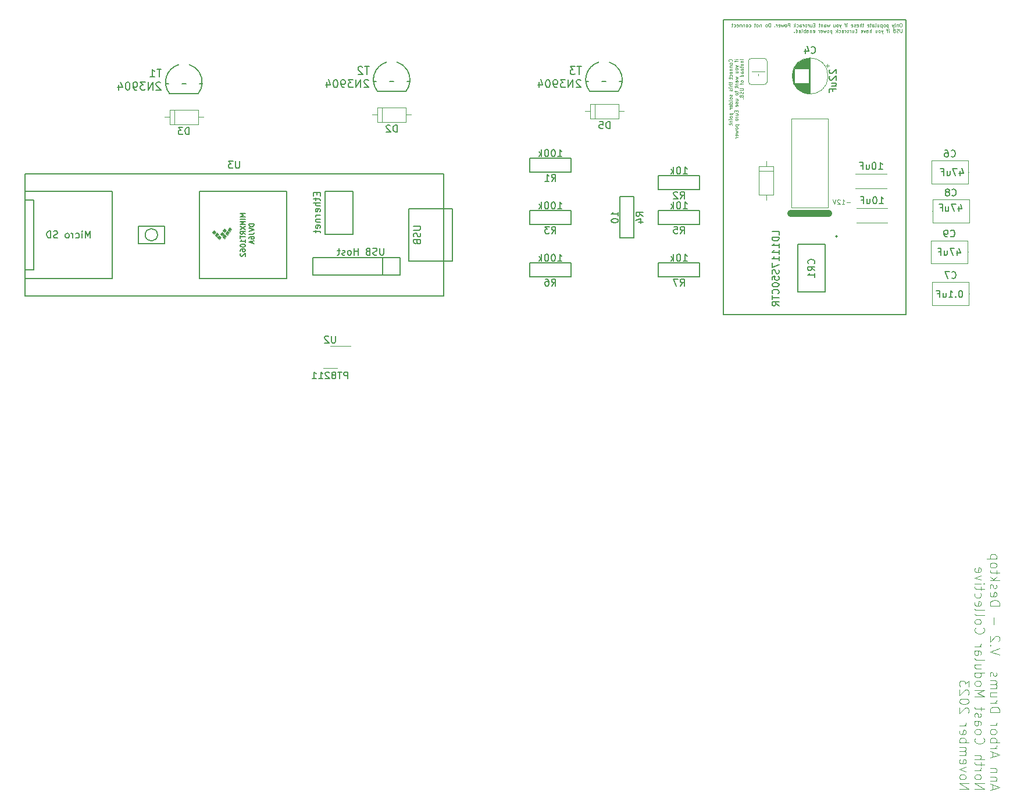
<source format=gbr>
%TF.GenerationSoftware,KiCad,Pcbnew,7.0.2-0*%
%TF.CreationDate,2023-11-14T20:22:57-05:00*%
%TF.ProjectId,A2 Percussion Desktop,41322050-6572-4637-9573-73696f6e2044,rev?*%
%TF.SameCoordinates,Original*%
%TF.FileFunction,Legend,Bot*%
%TF.FilePolarity,Positive*%
%FSLAX46Y46*%
G04 Gerber Fmt 4.6, Leading zero omitted, Abs format (unit mm)*
G04 Created by KiCad (PCBNEW 7.0.2-0) date 2023-11-14 20:22:57*
%MOMM*%
%LPD*%
G01*
G04 APERTURE LIST*
%ADD10C,0.125000*%
%ADD11C,0.200000*%
%ADD12C,0.120000*%
%ADD13C,0.150000*%
%ADD14C,0.100000*%
%ADD15C,0.002223*%
%ADD16C,0.127000*%
%ADD17C,0.152400*%
%ADD18C,1.000000*%
%ADD19C,0.050000*%
G04 APERTURE END LIST*
D10*
X109281418Y-10564761D02*
X109305228Y-10540952D01*
X109305228Y-10540952D02*
X109329037Y-10469523D01*
X109329037Y-10469523D02*
X109329037Y-10421904D01*
X109329037Y-10421904D02*
X109305228Y-10350476D01*
X109305228Y-10350476D02*
X109257608Y-10302857D01*
X109257608Y-10302857D02*
X109209989Y-10279047D01*
X109209989Y-10279047D02*
X109114751Y-10255238D01*
X109114751Y-10255238D02*
X109043323Y-10255238D01*
X109043323Y-10255238D02*
X108948085Y-10279047D01*
X108948085Y-10279047D02*
X108900466Y-10302857D01*
X108900466Y-10302857D02*
X108852847Y-10350476D01*
X108852847Y-10350476D02*
X108829037Y-10421904D01*
X108829037Y-10421904D02*
X108829037Y-10469523D01*
X108829037Y-10469523D02*
X108852847Y-10540952D01*
X108852847Y-10540952D02*
X108876656Y-10564761D01*
X109329037Y-10850476D02*
X109305228Y-10802857D01*
X109305228Y-10802857D02*
X109281418Y-10779047D01*
X109281418Y-10779047D02*
X109233799Y-10755238D01*
X109233799Y-10755238D02*
X109090942Y-10755238D01*
X109090942Y-10755238D02*
X109043323Y-10779047D01*
X109043323Y-10779047D02*
X109019513Y-10802857D01*
X109019513Y-10802857D02*
X108995704Y-10850476D01*
X108995704Y-10850476D02*
X108995704Y-10921904D01*
X108995704Y-10921904D02*
X109019513Y-10969523D01*
X109019513Y-10969523D02*
X109043323Y-10993333D01*
X109043323Y-10993333D02*
X109090942Y-11017142D01*
X109090942Y-11017142D02*
X109233799Y-11017142D01*
X109233799Y-11017142D02*
X109281418Y-10993333D01*
X109281418Y-10993333D02*
X109305228Y-10969523D01*
X109305228Y-10969523D02*
X109329037Y-10921904D01*
X109329037Y-10921904D02*
X109329037Y-10850476D01*
X108995704Y-11231428D02*
X109329037Y-11231428D01*
X109043323Y-11231428D02*
X109019513Y-11255238D01*
X109019513Y-11255238D02*
X108995704Y-11302857D01*
X108995704Y-11302857D02*
X108995704Y-11374285D01*
X108995704Y-11374285D02*
X109019513Y-11421904D01*
X109019513Y-11421904D02*
X109067132Y-11445714D01*
X109067132Y-11445714D02*
X109329037Y-11445714D01*
X108995704Y-11683809D02*
X109329037Y-11683809D01*
X109043323Y-11683809D02*
X109019513Y-11707619D01*
X109019513Y-11707619D02*
X108995704Y-11755238D01*
X108995704Y-11755238D02*
X108995704Y-11826666D01*
X108995704Y-11826666D02*
X109019513Y-11874285D01*
X109019513Y-11874285D02*
X109067132Y-11898095D01*
X109067132Y-11898095D02*
X109329037Y-11898095D01*
X109305228Y-12326666D02*
X109329037Y-12279047D01*
X109329037Y-12279047D02*
X109329037Y-12183809D01*
X109329037Y-12183809D02*
X109305228Y-12136190D01*
X109305228Y-12136190D02*
X109257608Y-12112381D01*
X109257608Y-12112381D02*
X109067132Y-12112381D01*
X109067132Y-12112381D02*
X109019513Y-12136190D01*
X109019513Y-12136190D02*
X108995704Y-12183809D01*
X108995704Y-12183809D02*
X108995704Y-12279047D01*
X108995704Y-12279047D02*
X109019513Y-12326666D01*
X109019513Y-12326666D02*
X109067132Y-12350476D01*
X109067132Y-12350476D02*
X109114751Y-12350476D01*
X109114751Y-12350476D02*
X109162370Y-12112381D01*
X109305228Y-12779047D02*
X109329037Y-12731428D01*
X109329037Y-12731428D02*
X109329037Y-12636190D01*
X109329037Y-12636190D02*
X109305228Y-12588571D01*
X109305228Y-12588571D02*
X109281418Y-12564761D01*
X109281418Y-12564761D02*
X109233799Y-12540952D01*
X109233799Y-12540952D02*
X109090942Y-12540952D01*
X109090942Y-12540952D02*
X109043323Y-12564761D01*
X109043323Y-12564761D02*
X109019513Y-12588571D01*
X109019513Y-12588571D02*
X108995704Y-12636190D01*
X108995704Y-12636190D02*
X108995704Y-12731428D01*
X108995704Y-12731428D02*
X109019513Y-12779047D01*
X108995704Y-12921904D02*
X108995704Y-13112380D01*
X108829037Y-12993332D02*
X109257608Y-12993332D01*
X109257608Y-12993332D02*
X109305228Y-13017142D01*
X109305228Y-13017142D02*
X109329037Y-13064761D01*
X109329037Y-13064761D02*
X109329037Y-13112380D01*
X108995704Y-13588570D02*
X108995704Y-13779046D01*
X108829037Y-13659998D02*
X109257608Y-13659998D01*
X109257608Y-13659998D02*
X109305228Y-13683808D01*
X109305228Y-13683808D02*
X109329037Y-13731427D01*
X109329037Y-13731427D02*
X109329037Y-13779046D01*
X109329037Y-13945712D02*
X108829037Y-13945712D01*
X109329037Y-14159998D02*
X109067132Y-14159998D01*
X109067132Y-14159998D02*
X109019513Y-14136188D01*
X109019513Y-14136188D02*
X108995704Y-14088569D01*
X108995704Y-14088569D02*
X108995704Y-14017141D01*
X108995704Y-14017141D02*
X109019513Y-13969522D01*
X109019513Y-13969522D02*
X109043323Y-13945712D01*
X109329037Y-14398093D02*
X108995704Y-14398093D01*
X108829037Y-14398093D02*
X108852847Y-14374284D01*
X108852847Y-14374284D02*
X108876656Y-14398093D01*
X108876656Y-14398093D02*
X108852847Y-14421903D01*
X108852847Y-14421903D02*
X108829037Y-14398093D01*
X108829037Y-14398093D02*
X108876656Y-14398093D01*
X109305228Y-14612379D02*
X109329037Y-14659998D01*
X109329037Y-14659998D02*
X109329037Y-14755236D01*
X109329037Y-14755236D02*
X109305228Y-14802855D01*
X109305228Y-14802855D02*
X109257608Y-14826664D01*
X109257608Y-14826664D02*
X109233799Y-14826664D01*
X109233799Y-14826664D02*
X109186180Y-14802855D01*
X109186180Y-14802855D02*
X109162370Y-14755236D01*
X109162370Y-14755236D02*
X109162370Y-14683807D01*
X109162370Y-14683807D02*
X109138561Y-14636188D01*
X109138561Y-14636188D02*
X109090942Y-14612379D01*
X109090942Y-14612379D02*
X109067132Y-14612379D01*
X109067132Y-14612379D02*
X109019513Y-14636188D01*
X109019513Y-14636188D02*
X108995704Y-14683807D01*
X108995704Y-14683807D02*
X108995704Y-14755236D01*
X108995704Y-14755236D02*
X109019513Y-14802855D01*
X109305228Y-15398093D02*
X109329037Y-15445712D01*
X109329037Y-15445712D02*
X109329037Y-15540950D01*
X109329037Y-15540950D02*
X109305228Y-15588569D01*
X109305228Y-15588569D02*
X109257608Y-15612378D01*
X109257608Y-15612378D02*
X109233799Y-15612378D01*
X109233799Y-15612378D02*
X109186180Y-15588569D01*
X109186180Y-15588569D02*
X109162370Y-15540950D01*
X109162370Y-15540950D02*
X109162370Y-15469521D01*
X109162370Y-15469521D02*
X109138561Y-15421902D01*
X109138561Y-15421902D02*
X109090942Y-15398093D01*
X109090942Y-15398093D02*
X109067132Y-15398093D01*
X109067132Y-15398093D02*
X109019513Y-15421902D01*
X109019513Y-15421902D02*
X108995704Y-15469521D01*
X108995704Y-15469521D02*
X108995704Y-15540950D01*
X108995704Y-15540950D02*
X109019513Y-15588569D01*
X109329037Y-15898093D02*
X109305228Y-15850474D01*
X109305228Y-15850474D02*
X109281418Y-15826664D01*
X109281418Y-15826664D02*
X109233799Y-15802855D01*
X109233799Y-15802855D02*
X109090942Y-15802855D01*
X109090942Y-15802855D02*
X109043323Y-15826664D01*
X109043323Y-15826664D02*
X109019513Y-15850474D01*
X109019513Y-15850474D02*
X108995704Y-15898093D01*
X108995704Y-15898093D02*
X108995704Y-15969521D01*
X108995704Y-15969521D02*
X109019513Y-16017140D01*
X109019513Y-16017140D02*
X109043323Y-16040950D01*
X109043323Y-16040950D02*
X109090942Y-16064759D01*
X109090942Y-16064759D02*
X109233799Y-16064759D01*
X109233799Y-16064759D02*
X109281418Y-16040950D01*
X109281418Y-16040950D02*
X109305228Y-16017140D01*
X109305228Y-16017140D02*
X109329037Y-15969521D01*
X109329037Y-15969521D02*
X109329037Y-15898093D01*
X109329037Y-16350474D02*
X109305228Y-16302855D01*
X109305228Y-16302855D02*
X109257608Y-16279045D01*
X109257608Y-16279045D02*
X108829037Y-16279045D01*
X109329037Y-16755236D02*
X108829037Y-16755236D01*
X109305228Y-16755236D02*
X109329037Y-16707617D01*
X109329037Y-16707617D02*
X109329037Y-16612379D01*
X109329037Y-16612379D02*
X109305228Y-16564760D01*
X109305228Y-16564760D02*
X109281418Y-16540950D01*
X109281418Y-16540950D02*
X109233799Y-16517141D01*
X109233799Y-16517141D02*
X109090942Y-16517141D01*
X109090942Y-16517141D02*
X109043323Y-16540950D01*
X109043323Y-16540950D02*
X109019513Y-16564760D01*
X109019513Y-16564760D02*
X108995704Y-16612379D01*
X108995704Y-16612379D02*
X108995704Y-16707617D01*
X108995704Y-16707617D02*
X109019513Y-16755236D01*
X109305228Y-17183807D02*
X109329037Y-17136188D01*
X109329037Y-17136188D02*
X109329037Y-17040950D01*
X109329037Y-17040950D02*
X109305228Y-16993331D01*
X109305228Y-16993331D02*
X109257608Y-16969522D01*
X109257608Y-16969522D02*
X109067132Y-16969522D01*
X109067132Y-16969522D02*
X109019513Y-16993331D01*
X109019513Y-16993331D02*
X108995704Y-17040950D01*
X108995704Y-17040950D02*
X108995704Y-17136188D01*
X108995704Y-17136188D02*
X109019513Y-17183807D01*
X109019513Y-17183807D02*
X109067132Y-17207617D01*
X109067132Y-17207617D02*
X109114751Y-17207617D01*
X109114751Y-17207617D02*
X109162370Y-16969522D01*
X109329037Y-17421902D02*
X108995704Y-17421902D01*
X109090942Y-17421902D02*
X109043323Y-17445712D01*
X109043323Y-17445712D02*
X109019513Y-17469521D01*
X109019513Y-17469521D02*
X108995704Y-17517140D01*
X108995704Y-17517140D02*
X108995704Y-17564759D01*
X108995704Y-18112378D02*
X109495704Y-18112378D01*
X109019513Y-18112378D02*
X108995704Y-18159997D01*
X108995704Y-18159997D02*
X108995704Y-18255235D01*
X108995704Y-18255235D02*
X109019513Y-18302854D01*
X109019513Y-18302854D02*
X109043323Y-18326664D01*
X109043323Y-18326664D02*
X109090942Y-18350473D01*
X109090942Y-18350473D02*
X109233799Y-18350473D01*
X109233799Y-18350473D02*
X109281418Y-18326664D01*
X109281418Y-18326664D02*
X109305228Y-18302854D01*
X109305228Y-18302854D02*
X109329037Y-18255235D01*
X109329037Y-18255235D02*
X109329037Y-18159997D01*
X109329037Y-18159997D02*
X109305228Y-18112378D01*
X109329037Y-18636188D02*
X109305228Y-18588569D01*
X109305228Y-18588569D02*
X109281418Y-18564759D01*
X109281418Y-18564759D02*
X109233799Y-18540950D01*
X109233799Y-18540950D02*
X109090942Y-18540950D01*
X109090942Y-18540950D02*
X109043323Y-18564759D01*
X109043323Y-18564759D02*
X109019513Y-18588569D01*
X109019513Y-18588569D02*
X108995704Y-18636188D01*
X108995704Y-18636188D02*
X108995704Y-18707616D01*
X108995704Y-18707616D02*
X109019513Y-18755235D01*
X109019513Y-18755235D02*
X109043323Y-18779045D01*
X109043323Y-18779045D02*
X109090942Y-18802854D01*
X109090942Y-18802854D02*
X109233799Y-18802854D01*
X109233799Y-18802854D02*
X109281418Y-18779045D01*
X109281418Y-18779045D02*
X109305228Y-18755235D01*
X109305228Y-18755235D02*
X109329037Y-18707616D01*
X109329037Y-18707616D02*
X109329037Y-18636188D01*
X109329037Y-19017140D02*
X108995704Y-19017140D01*
X108829037Y-19017140D02*
X108852847Y-18993331D01*
X108852847Y-18993331D02*
X108876656Y-19017140D01*
X108876656Y-19017140D02*
X108852847Y-19040950D01*
X108852847Y-19040950D02*
X108829037Y-19017140D01*
X108829037Y-19017140D02*
X108876656Y-19017140D01*
X108995704Y-19255235D02*
X109329037Y-19255235D01*
X109043323Y-19255235D02*
X109019513Y-19279045D01*
X109019513Y-19279045D02*
X108995704Y-19326664D01*
X108995704Y-19326664D02*
X108995704Y-19398092D01*
X108995704Y-19398092D02*
X109019513Y-19445711D01*
X109019513Y-19445711D02*
X109067132Y-19469521D01*
X109067132Y-19469521D02*
X109329037Y-19469521D01*
X108995704Y-19636188D02*
X108995704Y-19826664D01*
X108829037Y-19707616D02*
X109257608Y-19707616D01*
X109257608Y-19707616D02*
X109305228Y-19731426D01*
X109305228Y-19731426D02*
X109329037Y-19779045D01*
X109329037Y-19779045D02*
X109329037Y-19826664D01*
X110139037Y-10279047D02*
X109805704Y-10279047D01*
X109639037Y-10279047D02*
X109662847Y-10255238D01*
X109662847Y-10255238D02*
X109686656Y-10279047D01*
X109686656Y-10279047D02*
X109662847Y-10302857D01*
X109662847Y-10302857D02*
X109639037Y-10279047D01*
X109639037Y-10279047D02*
X109686656Y-10279047D01*
X109805704Y-10445714D02*
X109805704Y-10636190D01*
X110139037Y-10517142D02*
X109710466Y-10517142D01*
X109710466Y-10517142D02*
X109662847Y-10540952D01*
X109662847Y-10540952D02*
X109639037Y-10588571D01*
X109639037Y-10588571D02*
X109639037Y-10636190D01*
X109805704Y-11136189D02*
X110139037Y-11255237D01*
X109805704Y-11374284D02*
X110139037Y-11255237D01*
X110139037Y-11255237D02*
X110258085Y-11207618D01*
X110258085Y-11207618D02*
X110281894Y-11183808D01*
X110281894Y-11183808D02*
X110305704Y-11136189D01*
X110139037Y-11636189D02*
X110115228Y-11588570D01*
X110115228Y-11588570D02*
X110091418Y-11564760D01*
X110091418Y-11564760D02*
X110043799Y-11540951D01*
X110043799Y-11540951D02*
X109900942Y-11540951D01*
X109900942Y-11540951D02*
X109853323Y-11564760D01*
X109853323Y-11564760D02*
X109829513Y-11588570D01*
X109829513Y-11588570D02*
X109805704Y-11636189D01*
X109805704Y-11636189D02*
X109805704Y-11707617D01*
X109805704Y-11707617D02*
X109829513Y-11755236D01*
X109829513Y-11755236D02*
X109853323Y-11779046D01*
X109853323Y-11779046D02*
X109900942Y-11802855D01*
X109900942Y-11802855D02*
X110043799Y-11802855D01*
X110043799Y-11802855D02*
X110091418Y-11779046D01*
X110091418Y-11779046D02*
X110115228Y-11755236D01*
X110115228Y-11755236D02*
X110139037Y-11707617D01*
X110139037Y-11707617D02*
X110139037Y-11636189D01*
X109805704Y-12231427D02*
X110139037Y-12231427D01*
X109805704Y-12017141D02*
X110067608Y-12017141D01*
X110067608Y-12017141D02*
X110115228Y-12040951D01*
X110115228Y-12040951D02*
X110139037Y-12088570D01*
X110139037Y-12088570D02*
X110139037Y-12159998D01*
X110139037Y-12159998D02*
X110115228Y-12207617D01*
X110115228Y-12207617D02*
X110091418Y-12231427D01*
X109805704Y-12802855D02*
X110139037Y-12898093D01*
X110139037Y-12898093D02*
X109900942Y-12993331D01*
X109900942Y-12993331D02*
X110139037Y-13088569D01*
X110139037Y-13088569D02*
X109805704Y-13183807D01*
X110139037Y-13588570D02*
X109877132Y-13588570D01*
X109877132Y-13588570D02*
X109829513Y-13564760D01*
X109829513Y-13564760D02*
X109805704Y-13517141D01*
X109805704Y-13517141D02*
X109805704Y-13421903D01*
X109805704Y-13421903D02*
X109829513Y-13374284D01*
X110115228Y-13588570D02*
X110139037Y-13540951D01*
X110139037Y-13540951D02*
X110139037Y-13421903D01*
X110139037Y-13421903D02*
X110115228Y-13374284D01*
X110115228Y-13374284D02*
X110067608Y-13350475D01*
X110067608Y-13350475D02*
X110019989Y-13350475D01*
X110019989Y-13350475D02*
X109972370Y-13374284D01*
X109972370Y-13374284D02*
X109948561Y-13421903D01*
X109948561Y-13421903D02*
X109948561Y-13540951D01*
X109948561Y-13540951D02*
X109924751Y-13588570D01*
X109805704Y-13826665D02*
X110139037Y-13826665D01*
X109853323Y-13826665D02*
X109829513Y-13850475D01*
X109829513Y-13850475D02*
X109805704Y-13898094D01*
X109805704Y-13898094D02*
X109805704Y-13969522D01*
X109805704Y-13969522D02*
X109829513Y-14017141D01*
X109829513Y-14017141D02*
X109877132Y-14040951D01*
X109877132Y-14040951D02*
X110139037Y-14040951D01*
X109805704Y-14207618D02*
X109805704Y-14398094D01*
X109639037Y-14279046D02*
X110067608Y-14279046D01*
X110067608Y-14279046D02*
X110115228Y-14302856D01*
X110115228Y-14302856D02*
X110139037Y-14350475D01*
X110139037Y-14350475D02*
X110139037Y-14398094D01*
X109805704Y-14874284D02*
X109805704Y-15064760D01*
X109639037Y-14945712D02*
X110067608Y-14945712D01*
X110067608Y-14945712D02*
X110115228Y-14969522D01*
X110115228Y-14969522D02*
X110139037Y-15017141D01*
X110139037Y-15017141D02*
X110139037Y-15064760D01*
X110139037Y-15302855D02*
X110115228Y-15255236D01*
X110115228Y-15255236D02*
X110091418Y-15231426D01*
X110091418Y-15231426D02*
X110043799Y-15207617D01*
X110043799Y-15207617D02*
X109900942Y-15207617D01*
X109900942Y-15207617D02*
X109853323Y-15231426D01*
X109853323Y-15231426D02*
X109829513Y-15255236D01*
X109829513Y-15255236D02*
X109805704Y-15302855D01*
X109805704Y-15302855D02*
X109805704Y-15374283D01*
X109805704Y-15374283D02*
X109829513Y-15421902D01*
X109829513Y-15421902D02*
X109853323Y-15445712D01*
X109853323Y-15445712D02*
X109900942Y-15469521D01*
X109900942Y-15469521D02*
X110043799Y-15469521D01*
X110043799Y-15469521D02*
X110091418Y-15445712D01*
X110091418Y-15445712D02*
X110115228Y-15421902D01*
X110115228Y-15421902D02*
X110139037Y-15374283D01*
X110139037Y-15374283D02*
X110139037Y-15302855D01*
X109805704Y-16279045D02*
X110139037Y-16279045D01*
X109805704Y-16064759D02*
X110067608Y-16064759D01*
X110067608Y-16064759D02*
X110115228Y-16088569D01*
X110115228Y-16088569D02*
X110139037Y-16136188D01*
X110139037Y-16136188D02*
X110139037Y-16207616D01*
X110139037Y-16207616D02*
X110115228Y-16255235D01*
X110115228Y-16255235D02*
X110091418Y-16279045D01*
X110115228Y-16493331D02*
X110139037Y-16540950D01*
X110139037Y-16540950D02*
X110139037Y-16636188D01*
X110139037Y-16636188D02*
X110115228Y-16683807D01*
X110115228Y-16683807D02*
X110067608Y-16707616D01*
X110067608Y-16707616D02*
X110043799Y-16707616D01*
X110043799Y-16707616D02*
X109996180Y-16683807D01*
X109996180Y-16683807D02*
X109972370Y-16636188D01*
X109972370Y-16636188D02*
X109972370Y-16564759D01*
X109972370Y-16564759D02*
X109948561Y-16517140D01*
X109948561Y-16517140D02*
X109900942Y-16493331D01*
X109900942Y-16493331D02*
X109877132Y-16493331D01*
X109877132Y-16493331D02*
X109829513Y-16517140D01*
X109829513Y-16517140D02*
X109805704Y-16564759D01*
X109805704Y-16564759D02*
X109805704Y-16636188D01*
X109805704Y-16636188D02*
X109829513Y-16683807D01*
X110115228Y-17112378D02*
X110139037Y-17064759D01*
X110139037Y-17064759D02*
X110139037Y-16969521D01*
X110139037Y-16969521D02*
X110115228Y-16921902D01*
X110115228Y-16921902D02*
X110067608Y-16898093D01*
X110067608Y-16898093D02*
X109877132Y-16898093D01*
X109877132Y-16898093D02*
X109829513Y-16921902D01*
X109829513Y-16921902D02*
X109805704Y-16969521D01*
X109805704Y-16969521D02*
X109805704Y-17064759D01*
X109805704Y-17064759D02*
X109829513Y-17112378D01*
X109829513Y-17112378D02*
X109877132Y-17136188D01*
X109877132Y-17136188D02*
X109924751Y-17136188D01*
X109924751Y-17136188D02*
X109972370Y-16898093D01*
X109877132Y-17731425D02*
X109877132Y-17898092D01*
X110139037Y-17969520D02*
X110139037Y-17731425D01*
X110139037Y-17731425D02*
X109639037Y-17731425D01*
X109639037Y-17731425D02*
X109639037Y-17969520D01*
X109805704Y-18398092D02*
X110139037Y-18398092D01*
X109805704Y-18183806D02*
X110067608Y-18183806D01*
X110067608Y-18183806D02*
X110115228Y-18207616D01*
X110115228Y-18207616D02*
X110139037Y-18255235D01*
X110139037Y-18255235D02*
X110139037Y-18326663D01*
X110139037Y-18326663D02*
X110115228Y-18374282D01*
X110115228Y-18374282D02*
X110091418Y-18398092D01*
X110139037Y-18636187D02*
X109805704Y-18636187D01*
X109900942Y-18636187D02*
X109853323Y-18659997D01*
X109853323Y-18659997D02*
X109829513Y-18683806D01*
X109829513Y-18683806D02*
X109805704Y-18731425D01*
X109805704Y-18731425D02*
X109805704Y-18779044D01*
X110139037Y-19017140D02*
X110115228Y-18969521D01*
X110115228Y-18969521D02*
X110091418Y-18945711D01*
X110091418Y-18945711D02*
X110043799Y-18921902D01*
X110043799Y-18921902D02*
X109900942Y-18921902D01*
X109900942Y-18921902D02*
X109853323Y-18945711D01*
X109853323Y-18945711D02*
X109829513Y-18969521D01*
X109829513Y-18969521D02*
X109805704Y-19017140D01*
X109805704Y-19017140D02*
X109805704Y-19088568D01*
X109805704Y-19088568D02*
X109829513Y-19136187D01*
X109829513Y-19136187D02*
X109853323Y-19159997D01*
X109853323Y-19159997D02*
X109900942Y-19183806D01*
X109900942Y-19183806D02*
X110043799Y-19183806D01*
X110043799Y-19183806D02*
X110091418Y-19159997D01*
X110091418Y-19159997D02*
X110115228Y-19136187D01*
X110115228Y-19136187D02*
X110139037Y-19088568D01*
X110139037Y-19088568D02*
X110139037Y-19017140D01*
X109805704Y-19779044D02*
X110305704Y-19779044D01*
X109829513Y-19779044D02*
X109805704Y-19826663D01*
X109805704Y-19826663D02*
X109805704Y-19921901D01*
X109805704Y-19921901D02*
X109829513Y-19969520D01*
X109829513Y-19969520D02*
X109853323Y-19993330D01*
X109853323Y-19993330D02*
X109900942Y-20017139D01*
X109900942Y-20017139D02*
X110043799Y-20017139D01*
X110043799Y-20017139D02*
X110091418Y-19993330D01*
X110091418Y-19993330D02*
X110115228Y-19969520D01*
X110115228Y-19969520D02*
X110139037Y-19921901D01*
X110139037Y-19921901D02*
X110139037Y-19826663D01*
X110139037Y-19826663D02*
X110115228Y-19779044D01*
X110139037Y-20302854D02*
X110115228Y-20255235D01*
X110115228Y-20255235D02*
X110091418Y-20231425D01*
X110091418Y-20231425D02*
X110043799Y-20207616D01*
X110043799Y-20207616D02*
X109900942Y-20207616D01*
X109900942Y-20207616D02*
X109853323Y-20231425D01*
X109853323Y-20231425D02*
X109829513Y-20255235D01*
X109829513Y-20255235D02*
X109805704Y-20302854D01*
X109805704Y-20302854D02*
X109805704Y-20374282D01*
X109805704Y-20374282D02*
X109829513Y-20421901D01*
X109829513Y-20421901D02*
X109853323Y-20445711D01*
X109853323Y-20445711D02*
X109900942Y-20469520D01*
X109900942Y-20469520D02*
X110043799Y-20469520D01*
X110043799Y-20469520D02*
X110091418Y-20445711D01*
X110091418Y-20445711D02*
X110115228Y-20421901D01*
X110115228Y-20421901D02*
X110139037Y-20374282D01*
X110139037Y-20374282D02*
X110139037Y-20302854D01*
X109805704Y-20636187D02*
X110139037Y-20731425D01*
X110139037Y-20731425D02*
X109900942Y-20826663D01*
X109900942Y-20826663D02*
X110139037Y-20921901D01*
X110139037Y-20921901D02*
X109805704Y-21017139D01*
X110115228Y-21398092D02*
X110139037Y-21350473D01*
X110139037Y-21350473D02*
X110139037Y-21255235D01*
X110139037Y-21255235D02*
X110115228Y-21207616D01*
X110115228Y-21207616D02*
X110067608Y-21183807D01*
X110067608Y-21183807D02*
X109877132Y-21183807D01*
X109877132Y-21183807D02*
X109829513Y-21207616D01*
X109829513Y-21207616D02*
X109805704Y-21255235D01*
X109805704Y-21255235D02*
X109805704Y-21350473D01*
X109805704Y-21350473D02*
X109829513Y-21398092D01*
X109829513Y-21398092D02*
X109877132Y-21421902D01*
X109877132Y-21421902D02*
X109924751Y-21421902D01*
X109924751Y-21421902D02*
X109972370Y-21183807D01*
X110139037Y-21636187D02*
X109805704Y-21636187D01*
X109900942Y-21636187D02*
X109853323Y-21659997D01*
X109853323Y-21659997D02*
X109829513Y-21683806D01*
X109829513Y-21683806D02*
X109805704Y-21731425D01*
X109805704Y-21731425D02*
X109805704Y-21779044D01*
X110949037Y-10279047D02*
X110615704Y-10279047D01*
X110449037Y-10279047D02*
X110472847Y-10255238D01*
X110472847Y-10255238D02*
X110496656Y-10279047D01*
X110496656Y-10279047D02*
X110472847Y-10302857D01*
X110472847Y-10302857D02*
X110449037Y-10279047D01*
X110449037Y-10279047D02*
X110496656Y-10279047D01*
X110615704Y-10517142D02*
X110949037Y-10517142D01*
X110663323Y-10517142D02*
X110639513Y-10540952D01*
X110639513Y-10540952D02*
X110615704Y-10588571D01*
X110615704Y-10588571D02*
X110615704Y-10659999D01*
X110615704Y-10659999D02*
X110639513Y-10707618D01*
X110639513Y-10707618D02*
X110687132Y-10731428D01*
X110687132Y-10731428D02*
X110949037Y-10731428D01*
X110925228Y-10945714D02*
X110949037Y-10993333D01*
X110949037Y-10993333D02*
X110949037Y-11088571D01*
X110949037Y-11088571D02*
X110925228Y-11136190D01*
X110925228Y-11136190D02*
X110877608Y-11159999D01*
X110877608Y-11159999D02*
X110853799Y-11159999D01*
X110853799Y-11159999D02*
X110806180Y-11136190D01*
X110806180Y-11136190D02*
X110782370Y-11088571D01*
X110782370Y-11088571D02*
X110782370Y-11017142D01*
X110782370Y-11017142D02*
X110758561Y-10969523D01*
X110758561Y-10969523D02*
X110710942Y-10945714D01*
X110710942Y-10945714D02*
X110687132Y-10945714D01*
X110687132Y-10945714D02*
X110639513Y-10969523D01*
X110639513Y-10969523D02*
X110615704Y-11017142D01*
X110615704Y-11017142D02*
X110615704Y-11088571D01*
X110615704Y-11088571D02*
X110639513Y-11136190D01*
X110615704Y-11302857D02*
X110615704Y-11493333D01*
X110449037Y-11374285D02*
X110877608Y-11374285D01*
X110877608Y-11374285D02*
X110925228Y-11398095D01*
X110925228Y-11398095D02*
X110949037Y-11445714D01*
X110949037Y-11445714D02*
X110949037Y-11493333D01*
X110925228Y-11850475D02*
X110949037Y-11802856D01*
X110949037Y-11802856D02*
X110949037Y-11707618D01*
X110949037Y-11707618D02*
X110925228Y-11659999D01*
X110925228Y-11659999D02*
X110877608Y-11636190D01*
X110877608Y-11636190D02*
X110687132Y-11636190D01*
X110687132Y-11636190D02*
X110639513Y-11659999D01*
X110639513Y-11659999D02*
X110615704Y-11707618D01*
X110615704Y-11707618D02*
X110615704Y-11802856D01*
X110615704Y-11802856D02*
X110639513Y-11850475D01*
X110639513Y-11850475D02*
X110687132Y-11874285D01*
X110687132Y-11874285D02*
X110734751Y-11874285D01*
X110734751Y-11874285D02*
X110782370Y-11636190D01*
X110949037Y-12302856D02*
X110687132Y-12302856D01*
X110687132Y-12302856D02*
X110639513Y-12279046D01*
X110639513Y-12279046D02*
X110615704Y-12231427D01*
X110615704Y-12231427D02*
X110615704Y-12136189D01*
X110615704Y-12136189D02*
X110639513Y-12088570D01*
X110925228Y-12302856D02*
X110949037Y-12255237D01*
X110949037Y-12255237D02*
X110949037Y-12136189D01*
X110949037Y-12136189D02*
X110925228Y-12088570D01*
X110925228Y-12088570D02*
X110877608Y-12064761D01*
X110877608Y-12064761D02*
X110829989Y-12064761D01*
X110829989Y-12064761D02*
X110782370Y-12088570D01*
X110782370Y-12088570D02*
X110758561Y-12136189D01*
X110758561Y-12136189D02*
X110758561Y-12255237D01*
X110758561Y-12255237D02*
X110734751Y-12302856D01*
X110949037Y-12755237D02*
X110449037Y-12755237D01*
X110925228Y-12755237D02*
X110949037Y-12707618D01*
X110949037Y-12707618D02*
X110949037Y-12612380D01*
X110949037Y-12612380D02*
X110925228Y-12564761D01*
X110925228Y-12564761D02*
X110901418Y-12540951D01*
X110901418Y-12540951D02*
X110853799Y-12517142D01*
X110853799Y-12517142D02*
X110710942Y-12517142D01*
X110710942Y-12517142D02*
X110663323Y-12540951D01*
X110663323Y-12540951D02*
X110639513Y-12564761D01*
X110639513Y-12564761D02*
X110615704Y-12612380D01*
X110615704Y-12612380D02*
X110615704Y-12707618D01*
X110615704Y-12707618D02*
X110639513Y-12755237D01*
X110949037Y-13445713D02*
X110925228Y-13398094D01*
X110925228Y-13398094D02*
X110901418Y-13374284D01*
X110901418Y-13374284D02*
X110853799Y-13350475D01*
X110853799Y-13350475D02*
X110710942Y-13350475D01*
X110710942Y-13350475D02*
X110663323Y-13374284D01*
X110663323Y-13374284D02*
X110639513Y-13398094D01*
X110639513Y-13398094D02*
X110615704Y-13445713D01*
X110615704Y-13445713D02*
X110615704Y-13517141D01*
X110615704Y-13517141D02*
X110639513Y-13564760D01*
X110639513Y-13564760D02*
X110663323Y-13588570D01*
X110663323Y-13588570D02*
X110710942Y-13612379D01*
X110710942Y-13612379D02*
X110853799Y-13612379D01*
X110853799Y-13612379D02*
X110901418Y-13588570D01*
X110901418Y-13588570D02*
X110925228Y-13564760D01*
X110925228Y-13564760D02*
X110949037Y-13517141D01*
X110949037Y-13517141D02*
X110949037Y-13445713D01*
X110615704Y-13755237D02*
X110615704Y-13945713D01*
X110949037Y-13826665D02*
X110520466Y-13826665D01*
X110520466Y-13826665D02*
X110472847Y-13850475D01*
X110472847Y-13850475D02*
X110449037Y-13898094D01*
X110449037Y-13898094D02*
X110449037Y-13945713D01*
X110449037Y-14493331D02*
X110853799Y-14493331D01*
X110853799Y-14493331D02*
X110901418Y-14517141D01*
X110901418Y-14517141D02*
X110925228Y-14540950D01*
X110925228Y-14540950D02*
X110949037Y-14588569D01*
X110949037Y-14588569D02*
X110949037Y-14683807D01*
X110949037Y-14683807D02*
X110925228Y-14731426D01*
X110925228Y-14731426D02*
X110901418Y-14755236D01*
X110901418Y-14755236D02*
X110853799Y-14779045D01*
X110853799Y-14779045D02*
X110449037Y-14779045D01*
X110925228Y-14993332D02*
X110949037Y-15064760D01*
X110949037Y-15064760D02*
X110949037Y-15183808D01*
X110949037Y-15183808D02*
X110925228Y-15231427D01*
X110925228Y-15231427D02*
X110901418Y-15255236D01*
X110901418Y-15255236D02*
X110853799Y-15279046D01*
X110853799Y-15279046D02*
X110806180Y-15279046D01*
X110806180Y-15279046D02*
X110758561Y-15255236D01*
X110758561Y-15255236D02*
X110734751Y-15231427D01*
X110734751Y-15231427D02*
X110710942Y-15183808D01*
X110710942Y-15183808D02*
X110687132Y-15088570D01*
X110687132Y-15088570D02*
X110663323Y-15040951D01*
X110663323Y-15040951D02*
X110639513Y-15017141D01*
X110639513Y-15017141D02*
X110591894Y-14993332D01*
X110591894Y-14993332D02*
X110544275Y-14993332D01*
X110544275Y-14993332D02*
X110496656Y-15017141D01*
X110496656Y-15017141D02*
X110472847Y-15040951D01*
X110472847Y-15040951D02*
X110449037Y-15088570D01*
X110449037Y-15088570D02*
X110449037Y-15207617D01*
X110449037Y-15207617D02*
X110472847Y-15279046D01*
X110687132Y-15659998D02*
X110710942Y-15731426D01*
X110710942Y-15731426D02*
X110734751Y-15755236D01*
X110734751Y-15755236D02*
X110782370Y-15779045D01*
X110782370Y-15779045D02*
X110853799Y-15779045D01*
X110853799Y-15779045D02*
X110901418Y-15755236D01*
X110901418Y-15755236D02*
X110925228Y-15731426D01*
X110925228Y-15731426D02*
X110949037Y-15683807D01*
X110949037Y-15683807D02*
X110949037Y-15493331D01*
X110949037Y-15493331D02*
X110449037Y-15493331D01*
X110449037Y-15493331D02*
X110449037Y-15659998D01*
X110449037Y-15659998D02*
X110472847Y-15707617D01*
X110472847Y-15707617D02*
X110496656Y-15731426D01*
X110496656Y-15731426D02*
X110544275Y-15755236D01*
X110544275Y-15755236D02*
X110591894Y-15755236D01*
X110591894Y-15755236D02*
X110639513Y-15731426D01*
X110639513Y-15731426D02*
X110663323Y-15707617D01*
X110663323Y-15707617D02*
X110687132Y-15659998D01*
X110687132Y-15659998D02*
X110687132Y-15493331D01*
X110901418Y-15993331D02*
X110925228Y-16017141D01*
X110925228Y-16017141D02*
X110949037Y-15993331D01*
X110949037Y-15993331D02*
X110925228Y-15969522D01*
X110925228Y-15969522D02*
X110901418Y-15993331D01*
X110901418Y-15993331D02*
X110949037Y-15993331D01*
X133930714Y-5031528D02*
X133835476Y-5031528D01*
X133835476Y-5031528D02*
X133787857Y-5055338D01*
X133787857Y-5055338D02*
X133740238Y-5102957D01*
X133740238Y-5102957D02*
X133716428Y-5198195D01*
X133716428Y-5198195D02*
X133716428Y-5364861D01*
X133716428Y-5364861D02*
X133740238Y-5460099D01*
X133740238Y-5460099D02*
X133787857Y-5507719D01*
X133787857Y-5507719D02*
X133835476Y-5531528D01*
X133835476Y-5531528D02*
X133930714Y-5531528D01*
X133930714Y-5531528D02*
X133978333Y-5507719D01*
X133978333Y-5507719D02*
X134025952Y-5460099D01*
X134025952Y-5460099D02*
X134049761Y-5364861D01*
X134049761Y-5364861D02*
X134049761Y-5198195D01*
X134049761Y-5198195D02*
X134025952Y-5102957D01*
X134025952Y-5102957D02*
X133978333Y-5055338D01*
X133978333Y-5055338D02*
X133930714Y-5031528D01*
X133502142Y-5198195D02*
X133502142Y-5531528D01*
X133502142Y-5245814D02*
X133478332Y-5222004D01*
X133478332Y-5222004D02*
X133430713Y-5198195D01*
X133430713Y-5198195D02*
X133359285Y-5198195D01*
X133359285Y-5198195D02*
X133311666Y-5222004D01*
X133311666Y-5222004D02*
X133287856Y-5269623D01*
X133287856Y-5269623D02*
X133287856Y-5531528D01*
X132978332Y-5531528D02*
X133025951Y-5507719D01*
X133025951Y-5507719D02*
X133049761Y-5460099D01*
X133049761Y-5460099D02*
X133049761Y-5031528D01*
X132835475Y-5198195D02*
X132716427Y-5531528D01*
X132597380Y-5198195D02*
X132716427Y-5531528D01*
X132716427Y-5531528D02*
X132764046Y-5650576D01*
X132764046Y-5650576D02*
X132787856Y-5674385D01*
X132787856Y-5674385D02*
X132835475Y-5698195D01*
X132025952Y-5198195D02*
X132025952Y-5698195D01*
X132025952Y-5222004D02*
X131978333Y-5198195D01*
X131978333Y-5198195D02*
X131883095Y-5198195D01*
X131883095Y-5198195D02*
X131835476Y-5222004D01*
X131835476Y-5222004D02*
X131811666Y-5245814D01*
X131811666Y-5245814D02*
X131787857Y-5293433D01*
X131787857Y-5293433D02*
X131787857Y-5436290D01*
X131787857Y-5436290D02*
X131811666Y-5483909D01*
X131811666Y-5483909D02*
X131835476Y-5507719D01*
X131835476Y-5507719D02*
X131883095Y-5531528D01*
X131883095Y-5531528D02*
X131978333Y-5531528D01*
X131978333Y-5531528D02*
X132025952Y-5507719D01*
X131502142Y-5531528D02*
X131549761Y-5507719D01*
X131549761Y-5507719D02*
X131573571Y-5483909D01*
X131573571Y-5483909D02*
X131597380Y-5436290D01*
X131597380Y-5436290D02*
X131597380Y-5293433D01*
X131597380Y-5293433D02*
X131573571Y-5245814D01*
X131573571Y-5245814D02*
X131549761Y-5222004D01*
X131549761Y-5222004D02*
X131502142Y-5198195D01*
X131502142Y-5198195D02*
X131430714Y-5198195D01*
X131430714Y-5198195D02*
X131383095Y-5222004D01*
X131383095Y-5222004D02*
X131359285Y-5245814D01*
X131359285Y-5245814D02*
X131335476Y-5293433D01*
X131335476Y-5293433D02*
X131335476Y-5436290D01*
X131335476Y-5436290D02*
X131359285Y-5483909D01*
X131359285Y-5483909D02*
X131383095Y-5507719D01*
X131383095Y-5507719D02*
X131430714Y-5531528D01*
X131430714Y-5531528D02*
X131502142Y-5531528D01*
X131121190Y-5198195D02*
X131121190Y-5698195D01*
X131121190Y-5222004D02*
X131073571Y-5198195D01*
X131073571Y-5198195D02*
X130978333Y-5198195D01*
X130978333Y-5198195D02*
X130930714Y-5222004D01*
X130930714Y-5222004D02*
X130906904Y-5245814D01*
X130906904Y-5245814D02*
X130883095Y-5293433D01*
X130883095Y-5293433D02*
X130883095Y-5436290D01*
X130883095Y-5436290D02*
X130906904Y-5483909D01*
X130906904Y-5483909D02*
X130930714Y-5507719D01*
X130930714Y-5507719D02*
X130978333Y-5531528D01*
X130978333Y-5531528D02*
X131073571Y-5531528D01*
X131073571Y-5531528D02*
X131121190Y-5507719D01*
X130454523Y-5198195D02*
X130454523Y-5531528D01*
X130668809Y-5198195D02*
X130668809Y-5460099D01*
X130668809Y-5460099D02*
X130644999Y-5507719D01*
X130644999Y-5507719D02*
X130597380Y-5531528D01*
X130597380Y-5531528D02*
X130525952Y-5531528D01*
X130525952Y-5531528D02*
X130478333Y-5507719D01*
X130478333Y-5507719D02*
X130454523Y-5483909D01*
X130144999Y-5531528D02*
X130192618Y-5507719D01*
X130192618Y-5507719D02*
X130216428Y-5460099D01*
X130216428Y-5460099D02*
X130216428Y-5031528D01*
X129740237Y-5531528D02*
X129740237Y-5269623D01*
X129740237Y-5269623D02*
X129764047Y-5222004D01*
X129764047Y-5222004D02*
X129811666Y-5198195D01*
X129811666Y-5198195D02*
X129906904Y-5198195D01*
X129906904Y-5198195D02*
X129954523Y-5222004D01*
X129740237Y-5507719D02*
X129787856Y-5531528D01*
X129787856Y-5531528D02*
X129906904Y-5531528D01*
X129906904Y-5531528D02*
X129954523Y-5507719D01*
X129954523Y-5507719D02*
X129978332Y-5460099D01*
X129978332Y-5460099D02*
X129978332Y-5412480D01*
X129978332Y-5412480D02*
X129954523Y-5364861D01*
X129954523Y-5364861D02*
X129906904Y-5341052D01*
X129906904Y-5341052D02*
X129787856Y-5341052D01*
X129787856Y-5341052D02*
X129740237Y-5317242D01*
X129573570Y-5198195D02*
X129383094Y-5198195D01*
X129502142Y-5031528D02*
X129502142Y-5460099D01*
X129502142Y-5460099D02*
X129478332Y-5507719D01*
X129478332Y-5507719D02*
X129430713Y-5531528D01*
X129430713Y-5531528D02*
X129383094Y-5531528D01*
X129025952Y-5507719D02*
X129073571Y-5531528D01*
X129073571Y-5531528D02*
X129168809Y-5531528D01*
X129168809Y-5531528D02*
X129216428Y-5507719D01*
X129216428Y-5507719D02*
X129240237Y-5460099D01*
X129240237Y-5460099D02*
X129240237Y-5269623D01*
X129240237Y-5269623D02*
X129216428Y-5222004D01*
X129216428Y-5222004D02*
X129168809Y-5198195D01*
X129168809Y-5198195D02*
X129073571Y-5198195D01*
X129073571Y-5198195D02*
X129025952Y-5222004D01*
X129025952Y-5222004D02*
X129002142Y-5269623D01*
X129002142Y-5269623D02*
X129002142Y-5317242D01*
X129002142Y-5317242D02*
X129240237Y-5364861D01*
X128478333Y-5198195D02*
X128287857Y-5198195D01*
X128406905Y-5031528D02*
X128406905Y-5460099D01*
X128406905Y-5460099D02*
X128383095Y-5507719D01*
X128383095Y-5507719D02*
X128335476Y-5531528D01*
X128335476Y-5531528D02*
X128287857Y-5531528D01*
X128121191Y-5531528D02*
X128121191Y-5031528D01*
X127906905Y-5531528D02*
X127906905Y-5269623D01*
X127906905Y-5269623D02*
X127930715Y-5222004D01*
X127930715Y-5222004D02*
X127978334Y-5198195D01*
X127978334Y-5198195D02*
X128049762Y-5198195D01*
X128049762Y-5198195D02*
X128097381Y-5222004D01*
X128097381Y-5222004D02*
X128121191Y-5245814D01*
X127478334Y-5507719D02*
X127525953Y-5531528D01*
X127525953Y-5531528D02*
X127621191Y-5531528D01*
X127621191Y-5531528D02*
X127668810Y-5507719D01*
X127668810Y-5507719D02*
X127692619Y-5460099D01*
X127692619Y-5460099D02*
X127692619Y-5269623D01*
X127692619Y-5269623D02*
X127668810Y-5222004D01*
X127668810Y-5222004D02*
X127621191Y-5198195D01*
X127621191Y-5198195D02*
X127525953Y-5198195D01*
X127525953Y-5198195D02*
X127478334Y-5222004D01*
X127478334Y-5222004D02*
X127454524Y-5269623D01*
X127454524Y-5269623D02*
X127454524Y-5317242D01*
X127454524Y-5317242D02*
X127692619Y-5364861D01*
X127264048Y-5507719D02*
X127216429Y-5531528D01*
X127216429Y-5531528D02*
X127121191Y-5531528D01*
X127121191Y-5531528D02*
X127073572Y-5507719D01*
X127073572Y-5507719D02*
X127049763Y-5460099D01*
X127049763Y-5460099D02*
X127049763Y-5436290D01*
X127049763Y-5436290D02*
X127073572Y-5388671D01*
X127073572Y-5388671D02*
X127121191Y-5364861D01*
X127121191Y-5364861D02*
X127192620Y-5364861D01*
X127192620Y-5364861D02*
X127240239Y-5341052D01*
X127240239Y-5341052D02*
X127264048Y-5293433D01*
X127264048Y-5293433D02*
X127264048Y-5269623D01*
X127264048Y-5269623D02*
X127240239Y-5222004D01*
X127240239Y-5222004D02*
X127192620Y-5198195D01*
X127192620Y-5198195D02*
X127121191Y-5198195D01*
X127121191Y-5198195D02*
X127073572Y-5222004D01*
X126645001Y-5507719D02*
X126692620Y-5531528D01*
X126692620Y-5531528D02*
X126787858Y-5531528D01*
X126787858Y-5531528D02*
X126835477Y-5507719D01*
X126835477Y-5507719D02*
X126859286Y-5460099D01*
X126859286Y-5460099D02*
X126859286Y-5269623D01*
X126859286Y-5269623D02*
X126835477Y-5222004D01*
X126835477Y-5222004D02*
X126787858Y-5198195D01*
X126787858Y-5198195D02*
X126692620Y-5198195D01*
X126692620Y-5198195D02*
X126645001Y-5222004D01*
X126645001Y-5222004D02*
X126621191Y-5269623D01*
X126621191Y-5269623D02*
X126621191Y-5317242D01*
X126621191Y-5317242D02*
X126859286Y-5364861D01*
X126025954Y-5531528D02*
X126025954Y-5198195D01*
X126025954Y-5031528D02*
X126049763Y-5055338D01*
X126049763Y-5055338D02*
X126025954Y-5079147D01*
X126025954Y-5079147D02*
X126002144Y-5055338D01*
X126002144Y-5055338D02*
X126025954Y-5031528D01*
X126025954Y-5031528D02*
X126025954Y-5079147D01*
X125859287Y-5198195D02*
X125668811Y-5198195D01*
X125787859Y-5531528D02*
X125787859Y-5102957D01*
X125787859Y-5102957D02*
X125764049Y-5055338D01*
X125764049Y-5055338D02*
X125716430Y-5031528D01*
X125716430Y-5031528D02*
X125668811Y-5031528D01*
X125168812Y-5198195D02*
X125049764Y-5531528D01*
X124930717Y-5198195D02*
X125049764Y-5531528D01*
X125049764Y-5531528D02*
X125097383Y-5650576D01*
X125097383Y-5650576D02*
X125121193Y-5674385D01*
X125121193Y-5674385D02*
X125168812Y-5698195D01*
X124668812Y-5531528D02*
X124716431Y-5507719D01*
X124716431Y-5507719D02*
X124740241Y-5483909D01*
X124740241Y-5483909D02*
X124764050Y-5436290D01*
X124764050Y-5436290D02*
X124764050Y-5293433D01*
X124764050Y-5293433D02*
X124740241Y-5245814D01*
X124740241Y-5245814D02*
X124716431Y-5222004D01*
X124716431Y-5222004D02*
X124668812Y-5198195D01*
X124668812Y-5198195D02*
X124597384Y-5198195D01*
X124597384Y-5198195D02*
X124549765Y-5222004D01*
X124549765Y-5222004D02*
X124525955Y-5245814D01*
X124525955Y-5245814D02*
X124502146Y-5293433D01*
X124502146Y-5293433D02*
X124502146Y-5436290D01*
X124502146Y-5436290D02*
X124525955Y-5483909D01*
X124525955Y-5483909D02*
X124549765Y-5507719D01*
X124549765Y-5507719D02*
X124597384Y-5531528D01*
X124597384Y-5531528D02*
X124668812Y-5531528D01*
X124073574Y-5198195D02*
X124073574Y-5531528D01*
X124287860Y-5198195D02*
X124287860Y-5460099D01*
X124287860Y-5460099D02*
X124264050Y-5507719D01*
X124264050Y-5507719D02*
X124216431Y-5531528D01*
X124216431Y-5531528D02*
X124145003Y-5531528D01*
X124145003Y-5531528D02*
X124097384Y-5507719D01*
X124097384Y-5507719D02*
X124073574Y-5483909D01*
X123502146Y-5198195D02*
X123406908Y-5531528D01*
X123406908Y-5531528D02*
X123311670Y-5293433D01*
X123311670Y-5293433D02*
X123216432Y-5531528D01*
X123216432Y-5531528D02*
X123121194Y-5198195D01*
X122716431Y-5531528D02*
X122716431Y-5269623D01*
X122716431Y-5269623D02*
X122740241Y-5222004D01*
X122740241Y-5222004D02*
X122787860Y-5198195D01*
X122787860Y-5198195D02*
X122883098Y-5198195D01*
X122883098Y-5198195D02*
X122930717Y-5222004D01*
X122716431Y-5507719D02*
X122764050Y-5531528D01*
X122764050Y-5531528D02*
X122883098Y-5531528D01*
X122883098Y-5531528D02*
X122930717Y-5507719D01*
X122930717Y-5507719D02*
X122954526Y-5460099D01*
X122954526Y-5460099D02*
X122954526Y-5412480D01*
X122954526Y-5412480D02*
X122930717Y-5364861D01*
X122930717Y-5364861D02*
X122883098Y-5341052D01*
X122883098Y-5341052D02*
X122764050Y-5341052D01*
X122764050Y-5341052D02*
X122716431Y-5317242D01*
X122478336Y-5198195D02*
X122478336Y-5531528D01*
X122478336Y-5245814D02*
X122454526Y-5222004D01*
X122454526Y-5222004D02*
X122406907Y-5198195D01*
X122406907Y-5198195D02*
X122335479Y-5198195D01*
X122335479Y-5198195D02*
X122287860Y-5222004D01*
X122287860Y-5222004D02*
X122264050Y-5269623D01*
X122264050Y-5269623D02*
X122264050Y-5531528D01*
X122097383Y-5198195D02*
X121906907Y-5198195D01*
X122025955Y-5031528D02*
X122025955Y-5460099D01*
X122025955Y-5460099D02*
X122002145Y-5507719D01*
X122002145Y-5507719D02*
X121954526Y-5531528D01*
X121954526Y-5531528D02*
X121906907Y-5531528D01*
X121359289Y-5269623D02*
X121192622Y-5269623D01*
X121121194Y-5531528D02*
X121359289Y-5531528D01*
X121359289Y-5531528D02*
X121359289Y-5031528D01*
X121359289Y-5031528D02*
X121121194Y-5031528D01*
X120692622Y-5198195D02*
X120692622Y-5531528D01*
X120906908Y-5198195D02*
X120906908Y-5460099D01*
X120906908Y-5460099D02*
X120883098Y-5507719D01*
X120883098Y-5507719D02*
X120835479Y-5531528D01*
X120835479Y-5531528D02*
X120764051Y-5531528D01*
X120764051Y-5531528D02*
X120716432Y-5507719D01*
X120716432Y-5507719D02*
X120692622Y-5483909D01*
X120454527Y-5531528D02*
X120454527Y-5198195D01*
X120454527Y-5293433D02*
X120430717Y-5245814D01*
X120430717Y-5245814D02*
X120406908Y-5222004D01*
X120406908Y-5222004D02*
X120359289Y-5198195D01*
X120359289Y-5198195D02*
X120311670Y-5198195D01*
X120073574Y-5531528D02*
X120121193Y-5507719D01*
X120121193Y-5507719D02*
X120145003Y-5483909D01*
X120145003Y-5483909D02*
X120168812Y-5436290D01*
X120168812Y-5436290D02*
X120168812Y-5293433D01*
X120168812Y-5293433D02*
X120145003Y-5245814D01*
X120145003Y-5245814D02*
X120121193Y-5222004D01*
X120121193Y-5222004D02*
X120073574Y-5198195D01*
X120073574Y-5198195D02*
X120002146Y-5198195D01*
X120002146Y-5198195D02*
X119954527Y-5222004D01*
X119954527Y-5222004D02*
X119930717Y-5245814D01*
X119930717Y-5245814D02*
X119906908Y-5293433D01*
X119906908Y-5293433D02*
X119906908Y-5436290D01*
X119906908Y-5436290D02*
X119930717Y-5483909D01*
X119930717Y-5483909D02*
X119954527Y-5507719D01*
X119954527Y-5507719D02*
X120002146Y-5531528D01*
X120002146Y-5531528D02*
X120073574Y-5531528D01*
X119692622Y-5531528D02*
X119692622Y-5198195D01*
X119692622Y-5293433D02*
X119668812Y-5245814D01*
X119668812Y-5245814D02*
X119645003Y-5222004D01*
X119645003Y-5222004D02*
X119597384Y-5198195D01*
X119597384Y-5198195D02*
X119549765Y-5198195D01*
X119168812Y-5531528D02*
X119168812Y-5269623D01*
X119168812Y-5269623D02*
X119192622Y-5222004D01*
X119192622Y-5222004D02*
X119240241Y-5198195D01*
X119240241Y-5198195D02*
X119335479Y-5198195D01*
X119335479Y-5198195D02*
X119383098Y-5222004D01*
X119168812Y-5507719D02*
X119216431Y-5531528D01*
X119216431Y-5531528D02*
X119335479Y-5531528D01*
X119335479Y-5531528D02*
X119383098Y-5507719D01*
X119383098Y-5507719D02*
X119406907Y-5460099D01*
X119406907Y-5460099D02*
X119406907Y-5412480D01*
X119406907Y-5412480D02*
X119383098Y-5364861D01*
X119383098Y-5364861D02*
X119335479Y-5341052D01*
X119335479Y-5341052D02*
X119216431Y-5341052D01*
X119216431Y-5341052D02*
X119168812Y-5317242D01*
X118716431Y-5507719D02*
X118764050Y-5531528D01*
X118764050Y-5531528D02*
X118859288Y-5531528D01*
X118859288Y-5531528D02*
X118906907Y-5507719D01*
X118906907Y-5507719D02*
X118930717Y-5483909D01*
X118930717Y-5483909D02*
X118954526Y-5436290D01*
X118954526Y-5436290D02*
X118954526Y-5293433D01*
X118954526Y-5293433D02*
X118930717Y-5245814D01*
X118930717Y-5245814D02*
X118906907Y-5222004D01*
X118906907Y-5222004D02*
X118859288Y-5198195D01*
X118859288Y-5198195D02*
X118764050Y-5198195D01*
X118764050Y-5198195D02*
X118716431Y-5222004D01*
X118502146Y-5531528D02*
X118502146Y-5031528D01*
X118454527Y-5341052D02*
X118311670Y-5531528D01*
X118311670Y-5198195D02*
X118502146Y-5388671D01*
X117716432Y-5531528D02*
X117716432Y-5031528D01*
X117716432Y-5031528D02*
X117525956Y-5031528D01*
X117525956Y-5031528D02*
X117478337Y-5055338D01*
X117478337Y-5055338D02*
X117454527Y-5079147D01*
X117454527Y-5079147D02*
X117430718Y-5126766D01*
X117430718Y-5126766D02*
X117430718Y-5198195D01*
X117430718Y-5198195D02*
X117454527Y-5245814D01*
X117454527Y-5245814D02*
X117478337Y-5269623D01*
X117478337Y-5269623D02*
X117525956Y-5293433D01*
X117525956Y-5293433D02*
X117716432Y-5293433D01*
X117145003Y-5531528D02*
X117192622Y-5507719D01*
X117192622Y-5507719D02*
X117216432Y-5483909D01*
X117216432Y-5483909D02*
X117240241Y-5436290D01*
X117240241Y-5436290D02*
X117240241Y-5293433D01*
X117240241Y-5293433D02*
X117216432Y-5245814D01*
X117216432Y-5245814D02*
X117192622Y-5222004D01*
X117192622Y-5222004D02*
X117145003Y-5198195D01*
X117145003Y-5198195D02*
X117073575Y-5198195D01*
X117073575Y-5198195D02*
X117025956Y-5222004D01*
X117025956Y-5222004D02*
X117002146Y-5245814D01*
X117002146Y-5245814D02*
X116978337Y-5293433D01*
X116978337Y-5293433D02*
X116978337Y-5436290D01*
X116978337Y-5436290D02*
X117002146Y-5483909D01*
X117002146Y-5483909D02*
X117025956Y-5507719D01*
X117025956Y-5507719D02*
X117073575Y-5531528D01*
X117073575Y-5531528D02*
X117145003Y-5531528D01*
X116811670Y-5198195D02*
X116716432Y-5531528D01*
X116716432Y-5531528D02*
X116621194Y-5293433D01*
X116621194Y-5293433D02*
X116525956Y-5531528D01*
X116525956Y-5531528D02*
X116430718Y-5198195D01*
X116049765Y-5507719D02*
X116097384Y-5531528D01*
X116097384Y-5531528D02*
X116192622Y-5531528D01*
X116192622Y-5531528D02*
X116240241Y-5507719D01*
X116240241Y-5507719D02*
X116264050Y-5460099D01*
X116264050Y-5460099D02*
X116264050Y-5269623D01*
X116264050Y-5269623D02*
X116240241Y-5222004D01*
X116240241Y-5222004D02*
X116192622Y-5198195D01*
X116192622Y-5198195D02*
X116097384Y-5198195D01*
X116097384Y-5198195D02*
X116049765Y-5222004D01*
X116049765Y-5222004D02*
X116025955Y-5269623D01*
X116025955Y-5269623D02*
X116025955Y-5317242D01*
X116025955Y-5317242D02*
X116264050Y-5364861D01*
X115811670Y-5531528D02*
X115811670Y-5198195D01*
X115811670Y-5293433D02*
X115787860Y-5245814D01*
X115787860Y-5245814D02*
X115764051Y-5222004D01*
X115764051Y-5222004D02*
X115716432Y-5198195D01*
X115716432Y-5198195D02*
X115668813Y-5198195D01*
X115502146Y-5483909D02*
X115478336Y-5507719D01*
X115478336Y-5507719D02*
X115502146Y-5531528D01*
X115502146Y-5531528D02*
X115525955Y-5507719D01*
X115525955Y-5507719D02*
X115502146Y-5483909D01*
X115502146Y-5483909D02*
X115502146Y-5531528D01*
X114883099Y-5531528D02*
X114883099Y-5031528D01*
X114883099Y-5031528D02*
X114764051Y-5031528D01*
X114764051Y-5031528D02*
X114692623Y-5055338D01*
X114692623Y-5055338D02*
X114645004Y-5102957D01*
X114645004Y-5102957D02*
X114621194Y-5150576D01*
X114621194Y-5150576D02*
X114597385Y-5245814D01*
X114597385Y-5245814D02*
X114597385Y-5317242D01*
X114597385Y-5317242D02*
X114621194Y-5412480D01*
X114621194Y-5412480D02*
X114645004Y-5460099D01*
X114645004Y-5460099D02*
X114692623Y-5507719D01*
X114692623Y-5507719D02*
X114764051Y-5531528D01*
X114764051Y-5531528D02*
X114883099Y-5531528D01*
X114311670Y-5531528D02*
X114359289Y-5507719D01*
X114359289Y-5507719D02*
X114383099Y-5483909D01*
X114383099Y-5483909D02*
X114406908Y-5436290D01*
X114406908Y-5436290D02*
X114406908Y-5293433D01*
X114406908Y-5293433D02*
X114383099Y-5245814D01*
X114383099Y-5245814D02*
X114359289Y-5222004D01*
X114359289Y-5222004D02*
X114311670Y-5198195D01*
X114311670Y-5198195D02*
X114240242Y-5198195D01*
X114240242Y-5198195D02*
X114192623Y-5222004D01*
X114192623Y-5222004D02*
X114168813Y-5245814D01*
X114168813Y-5245814D02*
X114145004Y-5293433D01*
X114145004Y-5293433D02*
X114145004Y-5436290D01*
X114145004Y-5436290D02*
X114168813Y-5483909D01*
X114168813Y-5483909D02*
X114192623Y-5507719D01*
X114192623Y-5507719D02*
X114240242Y-5531528D01*
X114240242Y-5531528D02*
X114311670Y-5531528D01*
X113549766Y-5198195D02*
X113549766Y-5531528D01*
X113549766Y-5245814D02*
X113525956Y-5222004D01*
X113525956Y-5222004D02*
X113478337Y-5198195D01*
X113478337Y-5198195D02*
X113406909Y-5198195D01*
X113406909Y-5198195D02*
X113359290Y-5222004D01*
X113359290Y-5222004D02*
X113335480Y-5269623D01*
X113335480Y-5269623D02*
X113335480Y-5531528D01*
X113025956Y-5531528D02*
X113073575Y-5507719D01*
X113073575Y-5507719D02*
X113097385Y-5483909D01*
X113097385Y-5483909D02*
X113121194Y-5436290D01*
X113121194Y-5436290D02*
X113121194Y-5293433D01*
X113121194Y-5293433D02*
X113097385Y-5245814D01*
X113097385Y-5245814D02*
X113073575Y-5222004D01*
X113073575Y-5222004D02*
X113025956Y-5198195D01*
X113025956Y-5198195D02*
X112954528Y-5198195D01*
X112954528Y-5198195D02*
X112906909Y-5222004D01*
X112906909Y-5222004D02*
X112883099Y-5245814D01*
X112883099Y-5245814D02*
X112859290Y-5293433D01*
X112859290Y-5293433D02*
X112859290Y-5436290D01*
X112859290Y-5436290D02*
X112883099Y-5483909D01*
X112883099Y-5483909D02*
X112906909Y-5507719D01*
X112906909Y-5507719D02*
X112954528Y-5531528D01*
X112954528Y-5531528D02*
X113025956Y-5531528D01*
X112716432Y-5198195D02*
X112525956Y-5198195D01*
X112645004Y-5031528D02*
X112645004Y-5460099D01*
X112645004Y-5460099D02*
X112621194Y-5507719D01*
X112621194Y-5507719D02*
X112573575Y-5531528D01*
X112573575Y-5531528D02*
X112525956Y-5531528D01*
X111764052Y-5507719D02*
X111811671Y-5531528D01*
X111811671Y-5531528D02*
X111906909Y-5531528D01*
X111906909Y-5531528D02*
X111954528Y-5507719D01*
X111954528Y-5507719D02*
X111978338Y-5483909D01*
X111978338Y-5483909D02*
X112002147Y-5436290D01*
X112002147Y-5436290D02*
X112002147Y-5293433D01*
X112002147Y-5293433D02*
X111978338Y-5245814D01*
X111978338Y-5245814D02*
X111954528Y-5222004D01*
X111954528Y-5222004D02*
X111906909Y-5198195D01*
X111906909Y-5198195D02*
X111811671Y-5198195D01*
X111811671Y-5198195D02*
X111764052Y-5222004D01*
X111478338Y-5531528D02*
X111525957Y-5507719D01*
X111525957Y-5507719D02*
X111549767Y-5483909D01*
X111549767Y-5483909D02*
X111573576Y-5436290D01*
X111573576Y-5436290D02*
X111573576Y-5293433D01*
X111573576Y-5293433D02*
X111549767Y-5245814D01*
X111549767Y-5245814D02*
X111525957Y-5222004D01*
X111525957Y-5222004D02*
X111478338Y-5198195D01*
X111478338Y-5198195D02*
X111406910Y-5198195D01*
X111406910Y-5198195D02*
X111359291Y-5222004D01*
X111359291Y-5222004D02*
X111335481Y-5245814D01*
X111335481Y-5245814D02*
X111311672Y-5293433D01*
X111311672Y-5293433D02*
X111311672Y-5436290D01*
X111311672Y-5436290D02*
X111335481Y-5483909D01*
X111335481Y-5483909D02*
X111359291Y-5507719D01*
X111359291Y-5507719D02*
X111406910Y-5531528D01*
X111406910Y-5531528D02*
X111478338Y-5531528D01*
X111097386Y-5198195D02*
X111097386Y-5531528D01*
X111097386Y-5245814D02*
X111073576Y-5222004D01*
X111073576Y-5222004D02*
X111025957Y-5198195D01*
X111025957Y-5198195D02*
X110954529Y-5198195D01*
X110954529Y-5198195D02*
X110906910Y-5222004D01*
X110906910Y-5222004D02*
X110883100Y-5269623D01*
X110883100Y-5269623D02*
X110883100Y-5531528D01*
X110645005Y-5198195D02*
X110645005Y-5531528D01*
X110645005Y-5245814D02*
X110621195Y-5222004D01*
X110621195Y-5222004D02*
X110573576Y-5198195D01*
X110573576Y-5198195D02*
X110502148Y-5198195D01*
X110502148Y-5198195D02*
X110454529Y-5222004D01*
X110454529Y-5222004D02*
X110430719Y-5269623D01*
X110430719Y-5269623D02*
X110430719Y-5531528D01*
X110002148Y-5507719D02*
X110049767Y-5531528D01*
X110049767Y-5531528D02*
X110145005Y-5531528D01*
X110145005Y-5531528D02*
X110192624Y-5507719D01*
X110192624Y-5507719D02*
X110216433Y-5460099D01*
X110216433Y-5460099D02*
X110216433Y-5269623D01*
X110216433Y-5269623D02*
X110192624Y-5222004D01*
X110192624Y-5222004D02*
X110145005Y-5198195D01*
X110145005Y-5198195D02*
X110049767Y-5198195D01*
X110049767Y-5198195D02*
X110002148Y-5222004D01*
X110002148Y-5222004D02*
X109978338Y-5269623D01*
X109978338Y-5269623D02*
X109978338Y-5317242D01*
X109978338Y-5317242D02*
X110216433Y-5364861D01*
X109549767Y-5507719D02*
X109597386Y-5531528D01*
X109597386Y-5531528D02*
X109692624Y-5531528D01*
X109692624Y-5531528D02*
X109740243Y-5507719D01*
X109740243Y-5507719D02*
X109764053Y-5483909D01*
X109764053Y-5483909D02*
X109787862Y-5436290D01*
X109787862Y-5436290D02*
X109787862Y-5293433D01*
X109787862Y-5293433D02*
X109764053Y-5245814D01*
X109764053Y-5245814D02*
X109740243Y-5222004D01*
X109740243Y-5222004D02*
X109692624Y-5198195D01*
X109692624Y-5198195D02*
X109597386Y-5198195D01*
X109597386Y-5198195D02*
X109549767Y-5222004D01*
X109406910Y-5198195D02*
X109216434Y-5198195D01*
X109335482Y-5031528D02*
X109335482Y-5460099D01*
X109335482Y-5460099D02*
X109311672Y-5507719D01*
X109311672Y-5507719D02*
X109264053Y-5531528D01*
X109264053Y-5531528D02*
X109216434Y-5531528D01*
X134025952Y-5841528D02*
X134025952Y-6246290D01*
X134025952Y-6246290D02*
X134002142Y-6293909D01*
X134002142Y-6293909D02*
X133978333Y-6317719D01*
X133978333Y-6317719D02*
X133930714Y-6341528D01*
X133930714Y-6341528D02*
X133835476Y-6341528D01*
X133835476Y-6341528D02*
X133787857Y-6317719D01*
X133787857Y-6317719D02*
X133764047Y-6293909D01*
X133764047Y-6293909D02*
X133740238Y-6246290D01*
X133740238Y-6246290D02*
X133740238Y-5841528D01*
X133525951Y-6317719D02*
X133454523Y-6341528D01*
X133454523Y-6341528D02*
X133335475Y-6341528D01*
X133335475Y-6341528D02*
X133287856Y-6317719D01*
X133287856Y-6317719D02*
X133264047Y-6293909D01*
X133264047Y-6293909D02*
X133240237Y-6246290D01*
X133240237Y-6246290D02*
X133240237Y-6198671D01*
X133240237Y-6198671D02*
X133264047Y-6151052D01*
X133264047Y-6151052D02*
X133287856Y-6127242D01*
X133287856Y-6127242D02*
X133335475Y-6103433D01*
X133335475Y-6103433D02*
X133430713Y-6079623D01*
X133430713Y-6079623D02*
X133478332Y-6055814D01*
X133478332Y-6055814D02*
X133502142Y-6032004D01*
X133502142Y-6032004D02*
X133525951Y-5984385D01*
X133525951Y-5984385D02*
X133525951Y-5936766D01*
X133525951Y-5936766D02*
X133502142Y-5889147D01*
X133502142Y-5889147D02*
X133478332Y-5865338D01*
X133478332Y-5865338D02*
X133430713Y-5841528D01*
X133430713Y-5841528D02*
X133311666Y-5841528D01*
X133311666Y-5841528D02*
X133240237Y-5865338D01*
X132859285Y-6079623D02*
X132787857Y-6103433D01*
X132787857Y-6103433D02*
X132764047Y-6127242D01*
X132764047Y-6127242D02*
X132740238Y-6174861D01*
X132740238Y-6174861D02*
X132740238Y-6246290D01*
X132740238Y-6246290D02*
X132764047Y-6293909D01*
X132764047Y-6293909D02*
X132787857Y-6317719D01*
X132787857Y-6317719D02*
X132835476Y-6341528D01*
X132835476Y-6341528D02*
X133025952Y-6341528D01*
X133025952Y-6341528D02*
X133025952Y-5841528D01*
X133025952Y-5841528D02*
X132859285Y-5841528D01*
X132859285Y-5841528D02*
X132811666Y-5865338D01*
X132811666Y-5865338D02*
X132787857Y-5889147D01*
X132787857Y-5889147D02*
X132764047Y-5936766D01*
X132764047Y-5936766D02*
X132764047Y-5984385D01*
X132764047Y-5984385D02*
X132787857Y-6032004D01*
X132787857Y-6032004D02*
X132811666Y-6055814D01*
X132811666Y-6055814D02*
X132859285Y-6079623D01*
X132859285Y-6079623D02*
X133025952Y-6079623D01*
X132145000Y-6341528D02*
X132145000Y-6008195D01*
X132145000Y-5841528D02*
X132168809Y-5865338D01*
X132168809Y-5865338D02*
X132145000Y-5889147D01*
X132145000Y-5889147D02*
X132121190Y-5865338D01*
X132121190Y-5865338D02*
X132145000Y-5841528D01*
X132145000Y-5841528D02*
X132145000Y-5889147D01*
X131978333Y-6008195D02*
X131787857Y-6008195D01*
X131906905Y-6341528D02*
X131906905Y-5912957D01*
X131906905Y-5912957D02*
X131883095Y-5865338D01*
X131883095Y-5865338D02*
X131835476Y-5841528D01*
X131835476Y-5841528D02*
X131787857Y-5841528D01*
X131287858Y-6008195D02*
X131168810Y-6341528D01*
X131049763Y-6008195D02*
X131168810Y-6341528D01*
X131168810Y-6341528D02*
X131216429Y-6460576D01*
X131216429Y-6460576D02*
X131240239Y-6484385D01*
X131240239Y-6484385D02*
X131287858Y-6508195D01*
X130787858Y-6341528D02*
X130835477Y-6317719D01*
X130835477Y-6317719D02*
X130859287Y-6293909D01*
X130859287Y-6293909D02*
X130883096Y-6246290D01*
X130883096Y-6246290D02*
X130883096Y-6103433D01*
X130883096Y-6103433D02*
X130859287Y-6055814D01*
X130859287Y-6055814D02*
X130835477Y-6032004D01*
X130835477Y-6032004D02*
X130787858Y-6008195D01*
X130787858Y-6008195D02*
X130716430Y-6008195D01*
X130716430Y-6008195D02*
X130668811Y-6032004D01*
X130668811Y-6032004D02*
X130645001Y-6055814D01*
X130645001Y-6055814D02*
X130621192Y-6103433D01*
X130621192Y-6103433D02*
X130621192Y-6246290D01*
X130621192Y-6246290D02*
X130645001Y-6293909D01*
X130645001Y-6293909D02*
X130668811Y-6317719D01*
X130668811Y-6317719D02*
X130716430Y-6341528D01*
X130716430Y-6341528D02*
X130787858Y-6341528D01*
X130192620Y-6008195D02*
X130192620Y-6341528D01*
X130406906Y-6008195D02*
X130406906Y-6270099D01*
X130406906Y-6270099D02*
X130383096Y-6317719D01*
X130383096Y-6317719D02*
X130335477Y-6341528D01*
X130335477Y-6341528D02*
X130264049Y-6341528D01*
X130264049Y-6341528D02*
X130216430Y-6317719D01*
X130216430Y-6317719D02*
X130192620Y-6293909D01*
X129573573Y-6341528D02*
X129573573Y-5841528D01*
X129359287Y-6341528D02*
X129359287Y-6079623D01*
X129359287Y-6079623D02*
X129383097Y-6032004D01*
X129383097Y-6032004D02*
X129430716Y-6008195D01*
X129430716Y-6008195D02*
X129502144Y-6008195D01*
X129502144Y-6008195D02*
X129549763Y-6032004D01*
X129549763Y-6032004D02*
X129573573Y-6055814D01*
X128906906Y-6341528D02*
X128906906Y-6079623D01*
X128906906Y-6079623D02*
X128930716Y-6032004D01*
X128930716Y-6032004D02*
X128978335Y-6008195D01*
X128978335Y-6008195D02*
X129073573Y-6008195D01*
X129073573Y-6008195D02*
X129121192Y-6032004D01*
X128906906Y-6317719D02*
X128954525Y-6341528D01*
X128954525Y-6341528D02*
X129073573Y-6341528D01*
X129073573Y-6341528D02*
X129121192Y-6317719D01*
X129121192Y-6317719D02*
X129145001Y-6270099D01*
X129145001Y-6270099D02*
X129145001Y-6222480D01*
X129145001Y-6222480D02*
X129121192Y-6174861D01*
X129121192Y-6174861D02*
X129073573Y-6151052D01*
X129073573Y-6151052D02*
X128954525Y-6151052D01*
X128954525Y-6151052D02*
X128906906Y-6127242D01*
X128716430Y-6008195D02*
X128597382Y-6341528D01*
X128597382Y-6341528D02*
X128478335Y-6008195D01*
X128097383Y-6317719D02*
X128145002Y-6341528D01*
X128145002Y-6341528D02*
X128240240Y-6341528D01*
X128240240Y-6341528D02*
X128287859Y-6317719D01*
X128287859Y-6317719D02*
X128311668Y-6270099D01*
X128311668Y-6270099D02*
X128311668Y-6079623D01*
X128311668Y-6079623D02*
X128287859Y-6032004D01*
X128287859Y-6032004D02*
X128240240Y-6008195D01*
X128240240Y-6008195D02*
X128145002Y-6008195D01*
X128145002Y-6008195D02*
X128097383Y-6032004D01*
X128097383Y-6032004D02*
X128073573Y-6079623D01*
X128073573Y-6079623D02*
X128073573Y-6127242D01*
X128073573Y-6127242D02*
X128311668Y-6174861D01*
X127478336Y-6079623D02*
X127311669Y-6079623D01*
X127240241Y-6341528D02*
X127478336Y-6341528D01*
X127478336Y-6341528D02*
X127478336Y-5841528D01*
X127478336Y-5841528D02*
X127240241Y-5841528D01*
X126811669Y-6008195D02*
X126811669Y-6341528D01*
X127025955Y-6008195D02*
X127025955Y-6270099D01*
X127025955Y-6270099D02*
X127002145Y-6317719D01*
X127002145Y-6317719D02*
X126954526Y-6341528D01*
X126954526Y-6341528D02*
X126883098Y-6341528D01*
X126883098Y-6341528D02*
X126835479Y-6317719D01*
X126835479Y-6317719D02*
X126811669Y-6293909D01*
X126573574Y-6341528D02*
X126573574Y-6008195D01*
X126573574Y-6103433D02*
X126549764Y-6055814D01*
X126549764Y-6055814D02*
X126525955Y-6032004D01*
X126525955Y-6032004D02*
X126478336Y-6008195D01*
X126478336Y-6008195D02*
X126430717Y-6008195D01*
X126192621Y-6341528D02*
X126240240Y-6317719D01*
X126240240Y-6317719D02*
X126264050Y-6293909D01*
X126264050Y-6293909D02*
X126287859Y-6246290D01*
X126287859Y-6246290D02*
X126287859Y-6103433D01*
X126287859Y-6103433D02*
X126264050Y-6055814D01*
X126264050Y-6055814D02*
X126240240Y-6032004D01*
X126240240Y-6032004D02*
X126192621Y-6008195D01*
X126192621Y-6008195D02*
X126121193Y-6008195D01*
X126121193Y-6008195D02*
X126073574Y-6032004D01*
X126073574Y-6032004D02*
X126049764Y-6055814D01*
X126049764Y-6055814D02*
X126025955Y-6103433D01*
X126025955Y-6103433D02*
X126025955Y-6246290D01*
X126025955Y-6246290D02*
X126049764Y-6293909D01*
X126049764Y-6293909D02*
X126073574Y-6317719D01*
X126073574Y-6317719D02*
X126121193Y-6341528D01*
X126121193Y-6341528D02*
X126192621Y-6341528D01*
X125811669Y-6341528D02*
X125811669Y-6008195D01*
X125811669Y-6103433D02*
X125787859Y-6055814D01*
X125787859Y-6055814D02*
X125764050Y-6032004D01*
X125764050Y-6032004D02*
X125716431Y-6008195D01*
X125716431Y-6008195D02*
X125668812Y-6008195D01*
X125287859Y-6341528D02*
X125287859Y-6079623D01*
X125287859Y-6079623D02*
X125311669Y-6032004D01*
X125311669Y-6032004D02*
X125359288Y-6008195D01*
X125359288Y-6008195D02*
X125454526Y-6008195D01*
X125454526Y-6008195D02*
X125502145Y-6032004D01*
X125287859Y-6317719D02*
X125335478Y-6341528D01*
X125335478Y-6341528D02*
X125454526Y-6341528D01*
X125454526Y-6341528D02*
X125502145Y-6317719D01*
X125502145Y-6317719D02*
X125525954Y-6270099D01*
X125525954Y-6270099D02*
X125525954Y-6222480D01*
X125525954Y-6222480D02*
X125502145Y-6174861D01*
X125502145Y-6174861D02*
X125454526Y-6151052D01*
X125454526Y-6151052D02*
X125335478Y-6151052D01*
X125335478Y-6151052D02*
X125287859Y-6127242D01*
X124835478Y-6317719D02*
X124883097Y-6341528D01*
X124883097Y-6341528D02*
X124978335Y-6341528D01*
X124978335Y-6341528D02*
X125025954Y-6317719D01*
X125025954Y-6317719D02*
X125049764Y-6293909D01*
X125049764Y-6293909D02*
X125073573Y-6246290D01*
X125073573Y-6246290D02*
X125073573Y-6103433D01*
X125073573Y-6103433D02*
X125049764Y-6055814D01*
X125049764Y-6055814D02*
X125025954Y-6032004D01*
X125025954Y-6032004D02*
X124978335Y-6008195D01*
X124978335Y-6008195D02*
X124883097Y-6008195D01*
X124883097Y-6008195D02*
X124835478Y-6032004D01*
X124621193Y-6341528D02*
X124621193Y-5841528D01*
X124573574Y-6151052D02*
X124430717Y-6341528D01*
X124430717Y-6008195D02*
X124621193Y-6198671D01*
X123835479Y-6008195D02*
X123835479Y-6508195D01*
X123835479Y-6032004D02*
X123787860Y-6008195D01*
X123787860Y-6008195D02*
X123692622Y-6008195D01*
X123692622Y-6008195D02*
X123645003Y-6032004D01*
X123645003Y-6032004D02*
X123621193Y-6055814D01*
X123621193Y-6055814D02*
X123597384Y-6103433D01*
X123597384Y-6103433D02*
X123597384Y-6246290D01*
X123597384Y-6246290D02*
X123621193Y-6293909D01*
X123621193Y-6293909D02*
X123645003Y-6317719D01*
X123645003Y-6317719D02*
X123692622Y-6341528D01*
X123692622Y-6341528D02*
X123787860Y-6341528D01*
X123787860Y-6341528D02*
X123835479Y-6317719D01*
X123311669Y-6341528D02*
X123359288Y-6317719D01*
X123359288Y-6317719D02*
X123383098Y-6293909D01*
X123383098Y-6293909D02*
X123406907Y-6246290D01*
X123406907Y-6246290D02*
X123406907Y-6103433D01*
X123406907Y-6103433D02*
X123383098Y-6055814D01*
X123383098Y-6055814D02*
X123359288Y-6032004D01*
X123359288Y-6032004D02*
X123311669Y-6008195D01*
X123311669Y-6008195D02*
X123240241Y-6008195D01*
X123240241Y-6008195D02*
X123192622Y-6032004D01*
X123192622Y-6032004D02*
X123168812Y-6055814D01*
X123168812Y-6055814D02*
X123145003Y-6103433D01*
X123145003Y-6103433D02*
X123145003Y-6246290D01*
X123145003Y-6246290D02*
X123168812Y-6293909D01*
X123168812Y-6293909D02*
X123192622Y-6317719D01*
X123192622Y-6317719D02*
X123240241Y-6341528D01*
X123240241Y-6341528D02*
X123311669Y-6341528D01*
X122978336Y-6008195D02*
X122883098Y-6341528D01*
X122883098Y-6341528D02*
X122787860Y-6103433D01*
X122787860Y-6103433D02*
X122692622Y-6341528D01*
X122692622Y-6341528D02*
X122597384Y-6008195D01*
X122216431Y-6317719D02*
X122264050Y-6341528D01*
X122264050Y-6341528D02*
X122359288Y-6341528D01*
X122359288Y-6341528D02*
X122406907Y-6317719D01*
X122406907Y-6317719D02*
X122430716Y-6270099D01*
X122430716Y-6270099D02*
X122430716Y-6079623D01*
X122430716Y-6079623D02*
X122406907Y-6032004D01*
X122406907Y-6032004D02*
X122359288Y-6008195D01*
X122359288Y-6008195D02*
X122264050Y-6008195D01*
X122264050Y-6008195D02*
X122216431Y-6032004D01*
X122216431Y-6032004D02*
X122192621Y-6079623D01*
X122192621Y-6079623D02*
X122192621Y-6127242D01*
X122192621Y-6127242D02*
X122430716Y-6174861D01*
X121978336Y-6341528D02*
X121978336Y-6008195D01*
X121978336Y-6103433D02*
X121954526Y-6055814D01*
X121954526Y-6055814D02*
X121930717Y-6032004D01*
X121930717Y-6032004D02*
X121883098Y-6008195D01*
X121883098Y-6008195D02*
X121835479Y-6008195D01*
X121097384Y-6317719D02*
X121145003Y-6341528D01*
X121145003Y-6341528D02*
X121240241Y-6341528D01*
X121240241Y-6341528D02*
X121287860Y-6317719D01*
X121287860Y-6317719D02*
X121311669Y-6270099D01*
X121311669Y-6270099D02*
X121311669Y-6079623D01*
X121311669Y-6079623D02*
X121287860Y-6032004D01*
X121287860Y-6032004D02*
X121240241Y-6008195D01*
X121240241Y-6008195D02*
X121145003Y-6008195D01*
X121145003Y-6008195D02*
X121097384Y-6032004D01*
X121097384Y-6032004D02*
X121073574Y-6079623D01*
X121073574Y-6079623D02*
X121073574Y-6127242D01*
X121073574Y-6127242D02*
X121311669Y-6174861D01*
X120859289Y-6008195D02*
X120859289Y-6341528D01*
X120859289Y-6055814D02*
X120835479Y-6032004D01*
X120835479Y-6032004D02*
X120787860Y-6008195D01*
X120787860Y-6008195D02*
X120716432Y-6008195D01*
X120716432Y-6008195D02*
X120668813Y-6032004D01*
X120668813Y-6032004D02*
X120645003Y-6079623D01*
X120645003Y-6079623D02*
X120645003Y-6341528D01*
X120192622Y-6341528D02*
X120192622Y-6079623D01*
X120192622Y-6079623D02*
X120216432Y-6032004D01*
X120216432Y-6032004D02*
X120264051Y-6008195D01*
X120264051Y-6008195D02*
X120359289Y-6008195D01*
X120359289Y-6008195D02*
X120406908Y-6032004D01*
X120192622Y-6317719D02*
X120240241Y-6341528D01*
X120240241Y-6341528D02*
X120359289Y-6341528D01*
X120359289Y-6341528D02*
X120406908Y-6317719D01*
X120406908Y-6317719D02*
X120430717Y-6270099D01*
X120430717Y-6270099D02*
X120430717Y-6222480D01*
X120430717Y-6222480D02*
X120406908Y-6174861D01*
X120406908Y-6174861D02*
X120359289Y-6151052D01*
X120359289Y-6151052D02*
X120240241Y-6151052D01*
X120240241Y-6151052D02*
X120192622Y-6127242D01*
X119954527Y-6341528D02*
X119954527Y-5841528D01*
X119954527Y-6032004D02*
X119906908Y-6008195D01*
X119906908Y-6008195D02*
X119811670Y-6008195D01*
X119811670Y-6008195D02*
X119764051Y-6032004D01*
X119764051Y-6032004D02*
X119740241Y-6055814D01*
X119740241Y-6055814D02*
X119716432Y-6103433D01*
X119716432Y-6103433D02*
X119716432Y-6246290D01*
X119716432Y-6246290D02*
X119740241Y-6293909D01*
X119740241Y-6293909D02*
X119764051Y-6317719D01*
X119764051Y-6317719D02*
X119811670Y-6341528D01*
X119811670Y-6341528D02*
X119906908Y-6341528D01*
X119906908Y-6341528D02*
X119954527Y-6317719D01*
X119430717Y-6341528D02*
X119478336Y-6317719D01*
X119478336Y-6317719D02*
X119502146Y-6270099D01*
X119502146Y-6270099D02*
X119502146Y-5841528D01*
X119049765Y-6317719D02*
X119097384Y-6341528D01*
X119097384Y-6341528D02*
X119192622Y-6341528D01*
X119192622Y-6341528D02*
X119240241Y-6317719D01*
X119240241Y-6317719D02*
X119264050Y-6270099D01*
X119264050Y-6270099D02*
X119264050Y-6079623D01*
X119264050Y-6079623D02*
X119240241Y-6032004D01*
X119240241Y-6032004D02*
X119192622Y-6008195D01*
X119192622Y-6008195D02*
X119097384Y-6008195D01*
X119097384Y-6008195D02*
X119049765Y-6032004D01*
X119049765Y-6032004D02*
X119025955Y-6079623D01*
X119025955Y-6079623D02*
X119025955Y-6127242D01*
X119025955Y-6127242D02*
X119264050Y-6174861D01*
X118597384Y-6341528D02*
X118597384Y-5841528D01*
X118597384Y-6317719D02*
X118645003Y-6341528D01*
X118645003Y-6341528D02*
X118740241Y-6341528D01*
X118740241Y-6341528D02*
X118787860Y-6317719D01*
X118787860Y-6317719D02*
X118811670Y-6293909D01*
X118811670Y-6293909D02*
X118835479Y-6246290D01*
X118835479Y-6246290D02*
X118835479Y-6103433D01*
X118835479Y-6103433D02*
X118811670Y-6055814D01*
X118811670Y-6055814D02*
X118787860Y-6032004D01*
X118787860Y-6032004D02*
X118740241Y-6008195D01*
X118740241Y-6008195D02*
X118645003Y-6008195D01*
X118645003Y-6008195D02*
X118597384Y-6032004D01*
X118359289Y-6293909D02*
X118335479Y-6317719D01*
X118335479Y-6317719D02*
X118359289Y-6341528D01*
X118359289Y-6341528D02*
X118383098Y-6317719D01*
X118383098Y-6317719D02*
X118359289Y-6293909D01*
X118359289Y-6293909D02*
X118359289Y-6341528D01*
D11*
X108030395Y-4532719D02*
X134620000Y-4532719D01*
X134620000Y-47412775D01*
X108030395Y-47412775D01*
X108030395Y-4532719D01*
D12*
X147274371Y-116577142D02*
X147274371Y-115920000D01*
X146880085Y-116708571D02*
X148260085Y-116248571D01*
X148260085Y-116248571D02*
X146880085Y-115788571D01*
X147800085Y-115328571D02*
X146880085Y-115328571D01*
X147668657Y-115328571D02*
X147734371Y-115262857D01*
X147734371Y-115262857D02*
X147800085Y-115131428D01*
X147800085Y-115131428D02*
X147800085Y-114934285D01*
X147800085Y-114934285D02*
X147734371Y-114802857D01*
X147734371Y-114802857D02*
X147602942Y-114737143D01*
X147602942Y-114737143D02*
X146880085Y-114737143D01*
X147800085Y-114080000D02*
X146880085Y-114080000D01*
X147668657Y-114080000D02*
X147734371Y-114014286D01*
X147734371Y-114014286D02*
X147800085Y-113882857D01*
X147800085Y-113882857D02*
X147800085Y-113685714D01*
X147800085Y-113685714D02*
X147734371Y-113554286D01*
X147734371Y-113554286D02*
X147602942Y-113488572D01*
X147602942Y-113488572D02*
X146880085Y-113488572D01*
X147274371Y-111845714D02*
X147274371Y-111188572D01*
X146880085Y-111977143D02*
X148260085Y-111517143D01*
X148260085Y-111517143D02*
X146880085Y-111057143D01*
X146880085Y-110597143D02*
X147800085Y-110597143D01*
X147537228Y-110597143D02*
X147668657Y-110531429D01*
X147668657Y-110531429D02*
X147734371Y-110465715D01*
X147734371Y-110465715D02*
X147800085Y-110334286D01*
X147800085Y-110334286D02*
X147800085Y-110202857D01*
X146880085Y-109742857D02*
X148260085Y-109742857D01*
X147734371Y-109742857D02*
X147800085Y-109611429D01*
X147800085Y-109611429D02*
X147800085Y-109348571D01*
X147800085Y-109348571D02*
X147734371Y-109217143D01*
X147734371Y-109217143D02*
X147668657Y-109151429D01*
X147668657Y-109151429D02*
X147537228Y-109085714D01*
X147537228Y-109085714D02*
X147142942Y-109085714D01*
X147142942Y-109085714D02*
X147011514Y-109151429D01*
X147011514Y-109151429D02*
X146945800Y-109217143D01*
X146945800Y-109217143D02*
X146880085Y-109348571D01*
X146880085Y-109348571D02*
X146880085Y-109611429D01*
X146880085Y-109611429D02*
X146945800Y-109742857D01*
X146880085Y-108297143D02*
X146945800Y-108428572D01*
X146945800Y-108428572D02*
X147011514Y-108494286D01*
X147011514Y-108494286D02*
X147142942Y-108560000D01*
X147142942Y-108560000D02*
X147537228Y-108560000D01*
X147537228Y-108560000D02*
X147668657Y-108494286D01*
X147668657Y-108494286D02*
X147734371Y-108428572D01*
X147734371Y-108428572D02*
X147800085Y-108297143D01*
X147800085Y-108297143D02*
X147800085Y-108100000D01*
X147800085Y-108100000D02*
X147734371Y-107968572D01*
X147734371Y-107968572D02*
X147668657Y-107902858D01*
X147668657Y-107902858D02*
X147537228Y-107837143D01*
X147537228Y-107837143D02*
X147142942Y-107837143D01*
X147142942Y-107837143D02*
X147011514Y-107902858D01*
X147011514Y-107902858D02*
X146945800Y-107968572D01*
X146945800Y-107968572D02*
X146880085Y-108100000D01*
X146880085Y-108100000D02*
X146880085Y-108297143D01*
X146880085Y-107245715D02*
X147800085Y-107245715D01*
X147537228Y-107245715D02*
X147668657Y-107180001D01*
X147668657Y-107180001D02*
X147734371Y-107114287D01*
X147734371Y-107114287D02*
X147800085Y-106982858D01*
X147800085Y-106982858D02*
X147800085Y-106851429D01*
X146880085Y-105340000D02*
X148260085Y-105340000D01*
X148260085Y-105340000D02*
X148260085Y-105011429D01*
X148260085Y-105011429D02*
X148194371Y-104814286D01*
X148194371Y-104814286D02*
X148062942Y-104682857D01*
X148062942Y-104682857D02*
X147931514Y-104617143D01*
X147931514Y-104617143D02*
X147668657Y-104551429D01*
X147668657Y-104551429D02*
X147471514Y-104551429D01*
X147471514Y-104551429D02*
X147208657Y-104617143D01*
X147208657Y-104617143D02*
X147077228Y-104682857D01*
X147077228Y-104682857D02*
X146945800Y-104814286D01*
X146945800Y-104814286D02*
X146880085Y-105011429D01*
X146880085Y-105011429D02*
X146880085Y-105340000D01*
X146880085Y-103960000D02*
X147800085Y-103960000D01*
X147537228Y-103960000D02*
X147668657Y-103894286D01*
X147668657Y-103894286D02*
X147734371Y-103828572D01*
X147734371Y-103828572D02*
X147800085Y-103697143D01*
X147800085Y-103697143D02*
X147800085Y-103565714D01*
X147800085Y-102514286D02*
X146880085Y-102514286D01*
X147800085Y-103105714D02*
X147077228Y-103105714D01*
X147077228Y-103105714D02*
X146945800Y-103040000D01*
X146945800Y-103040000D02*
X146880085Y-102908571D01*
X146880085Y-102908571D02*
X146880085Y-102711428D01*
X146880085Y-102711428D02*
X146945800Y-102580000D01*
X146945800Y-102580000D02*
X147011514Y-102514286D01*
X146880085Y-101857143D02*
X147800085Y-101857143D01*
X147668657Y-101857143D02*
X147734371Y-101791429D01*
X147734371Y-101791429D02*
X147800085Y-101660000D01*
X147800085Y-101660000D02*
X147800085Y-101462857D01*
X147800085Y-101462857D02*
X147734371Y-101331429D01*
X147734371Y-101331429D02*
X147602942Y-101265715D01*
X147602942Y-101265715D02*
X146880085Y-101265715D01*
X147602942Y-101265715D02*
X147734371Y-101200000D01*
X147734371Y-101200000D02*
X147800085Y-101068572D01*
X147800085Y-101068572D02*
X147800085Y-100871429D01*
X147800085Y-100871429D02*
X147734371Y-100740000D01*
X147734371Y-100740000D02*
X147602942Y-100674286D01*
X147602942Y-100674286D02*
X146880085Y-100674286D01*
X146945800Y-100082857D02*
X146880085Y-99951429D01*
X146880085Y-99951429D02*
X146880085Y-99688572D01*
X146880085Y-99688572D02*
X146945800Y-99557143D01*
X146945800Y-99557143D02*
X147077228Y-99491429D01*
X147077228Y-99491429D02*
X147142942Y-99491429D01*
X147142942Y-99491429D02*
X147274371Y-99557143D01*
X147274371Y-99557143D02*
X147340085Y-99688572D01*
X147340085Y-99688572D02*
X147340085Y-99885715D01*
X147340085Y-99885715D02*
X147405800Y-100017143D01*
X147405800Y-100017143D02*
X147537228Y-100082857D01*
X147537228Y-100082857D02*
X147602942Y-100082857D01*
X147602942Y-100082857D02*
X147734371Y-100017143D01*
X147734371Y-100017143D02*
X147800085Y-99885715D01*
X147800085Y-99885715D02*
X147800085Y-99688572D01*
X147800085Y-99688572D02*
X147734371Y-99557143D01*
X148260085Y-96994285D02*
X146880085Y-96534285D01*
X146880085Y-96534285D02*
X148260085Y-96074285D01*
X147011514Y-95614285D02*
X146945800Y-95548571D01*
X146945800Y-95548571D02*
X146880085Y-95614285D01*
X146880085Y-95614285D02*
X146945800Y-95679999D01*
X146945800Y-95679999D02*
X147011514Y-95614285D01*
X147011514Y-95614285D02*
X146880085Y-95614285D01*
X148128657Y-95022856D02*
X148194371Y-94957142D01*
X148194371Y-94957142D02*
X148260085Y-94825714D01*
X148260085Y-94825714D02*
X148260085Y-94497142D01*
X148260085Y-94497142D02*
X148194371Y-94365714D01*
X148194371Y-94365714D02*
X148128657Y-94299999D01*
X148128657Y-94299999D02*
X147997228Y-94234285D01*
X147997228Y-94234285D02*
X147865800Y-94234285D01*
X147865800Y-94234285D02*
X147668657Y-94299999D01*
X147668657Y-94299999D02*
X146880085Y-95088571D01*
X146880085Y-95088571D02*
X146880085Y-94234285D01*
X147405800Y-92591427D02*
X147405800Y-91539999D01*
X146880085Y-89831427D02*
X148260085Y-89831427D01*
X148260085Y-89831427D02*
X148260085Y-89502856D01*
X148260085Y-89502856D02*
X148194371Y-89305713D01*
X148194371Y-89305713D02*
X148062942Y-89174284D01*
X148062942Y-89174284D02*
X147931514Y-89108570D01*
X147931514Y-89108570D02*
X147668657Y-89042856D01*
X147668657Y-89042856D02*
X147471514Y-89042856D01*
X147471514Y-89042856D02*
X147208657Y-89108570D01*
X147208657Y-89108570D02*
X147077228Y-89174284D01*
X147077228Y-89174284D02*
X146945800Y-89305713D01*
X146945800Y-89305713D02*
X146880085Y-89502856D01*
X146880085Y-89502856D02*
X146880085Y-89831427D01*
X146945800Y-87925713D02*
X146880085Y-88057141D01*
X146880085Y-88057141D02*
X146880085Y-88319999D01*
X146880085Y-88319999D02*
X146945800Y-88451427D01*
X146945800Y-88451427D02*
X147077228Y-88517141D01*
X147077228Y-88517141D02*
X147602942Y-88517141D01*
X147602942Y-88517141D02*
X147734371Y-88451427D01*
X147734371Y-88451427D02*
X147800085Y-88319999D01*
X147800085Y-88319999D02*
X147800085Y-88057141D01*
X147800085Y-88057141D02*
X147734371Y-87925713D01*
X147734371Y-87925713D02*
X147602942Y-87859999D01*
X147602942Y-87859999D02*
X147471514Y-87859999D01*
X147471514Y-87859999D02*
X147340085Y-88517141D01*
X146945800Y-87334284D02*
X146880085Y-87202856D01*
X146880085Y-87202856D02*
X146880085Y-86939999D01*
X146880085Y-86939999D02*
X146945800Y-86808570D01*
X146945800Y-86808570D02*
X147077228Y-86742856D01*
X147077228Y-86742856D02*
X147142942Y-86742856D01*
X147142942Y-86742856D02*
X147274371Y-86808570D01*
X147274371Y-86808570D02*
X147340085Y-86939999D01*
X147340085Y-86939999D02*
X147340085Y-87137142D01*
X147340085Y-87137142D02*
X147405800Y-87268570D01*
X147405800Y-87268570D02*
X147537228Y-87334284D01*
X147537228Y-87334284D02*
X147602942Y-87334284D01*
X147602942Y-87334284D02*
X147734371Y-87268570D01*
X147734371Y-87268570D02*
X147800085Y-87137142D01*
X147800085Y-87137142D02*
X147800085Y-86939999D01*
X147800085Y-86939999D02*
X147734371Y-86808570D01*
X146880085Y-86151427D02*
X148260085Y-86151427D01*
X147405800Y-86019999D02*
X146880085Y-85625713D01*
X147800085Y-85625713D02*
X147274371Y-86151427D01*
X147800085Y-85231427D02*
X147800085Y-84705713D01*
X148260085Y-85034284D02*
X147077228Y-85034284D01*
X147077228Y-85034284D02*
X146945800Y-84968570D01*
X146945800Y-84968570D02*
X146880085Y-84837141D01*
X146880085Y-84837141D02*
X146880085Y-84705713D01*
X146880085Y-84048570D02*
X146945800Y-84179999D01*
X146945800Y-84179999D02*
X147011514Y-84245713D01*
X147011514Y-84245713D02*
X147142942Y-84311427D01*
X147142942Y-84311427D02*
X147537228Y-84311427D01*
X147537228Y-84311427D02*
X147668657Y-84245713D01*
X147668657Y-84245713D02*
X147734371Y-84179999D01*
X147734371Y-84179999D02*
X147800085Y-84048570D01*
X147800085Y-84048570D02*
X147800085Y-83851427D01*
X147800085Y-83851427D02*
X147734371Y-83719999D01*
X147734371Y-83719999D02*
X147668657Y-83654285D01*
X147668657Y-83654285D02*
X147537228Y-83588570D01*
X147537228Y-83588570D02*
X147142942Y-83588570D01*
X147142942Y-83588570D02*
X147011514Y-83654285D01*
X147011514Y-83654285D02*
X146945800Y-83719999D01*
X146945800Y-83719999D02*
X146880085Y-83851427D01*
X146880085Y-83851427D02*
X146880085Y-84048570D01*
X147800085Y-82997142D02*
X146420085Y-82997142D01*
X147734371Y-82997142D02*
X147800085Y-82865714D01*
X147800085Y-82865714D02*
X147800085Y-82602856D01*
X147800085Y-82602856D02*
X147734371Y-82471428D01*
X147734371Y-82471428D02*
X147668657Y-82405714D01*
X147668657Y-82405714D02*
X147537228Y-82339999D01*
X147537228Y-82339999D02*
X147142942Y-82339999D01*
X147142942Y-82339999D02*
X147011514Y-82405714D01*
X147011514Y-82405714D02*
X146945800Y-82471428D01*
X146945800Y-82471428D02*
X146880085Y-82602856D01*
X146880085Y-82602856D02*
X146880085Y-82865714D01*
X146880085Y-82865714D02*
X146945800Y-82997142D01*
X144644485Y-116511428D02*
X146024485Y-116511428D01*
X146024485Y-116511428D02*
X144644485Y-115722857D01*
X144644485Y-115722857D02*
X146024485Y-115722857D01*
X144644485Y-114868571D02*
X144710200Y-115000000D01*
X144710200Y-115000000D02*
X144775914Y-115065714D01*
X144775914Y-115065714D02*
X144907342Y-115131428D01*
X144907342Y-115131428D02*
X145301628Y-115131428D01*
X145301628Y-115131428D02*
X145433057Y-115065714D01*
X145433057Y-115065714D02*
X145498771Y-115000000D01*
X145498771Y-115000000D02*
X145564485Y-114868571D01*
X145564485Y-114868571D02*
X145564485Y-114671428D01*
X145564485Y-114671428D02*
X145498771Y-114540000D01*
X145498771Y-114540000D02*
X145433057Y-114474286D01*
X145433057Y-114474286D02*
X145301628Y-114408571D01*
X145301628Y-114408571D02*
X144907342Y-114408571D01*
X144907342Y-114408571D02*
X144775914Y-114474286D01*
X144775914Y-114474286D02*
X144710200Y-114540000D01*
X144710200Y-114540000D02*
X144644485Y-114671428D01*
X144644485Y-114671428D02*
X144644485Y-114868571D01*
X144644485Y-113817143D02*
X145564485Y-113817143D01*
X145301628Y-113817143D02*
X145433057Y-113751429D01*
X145433057Y-113751429D02*
X145498771Y-113685715D01*
X145498771Y-113685715D02*
X145564485Y-113554286D01*
X145564485Y-113554286D02*
X145564485Y-113422857D01*
X145564485Y-113160000D02*
X145564485Y-112634286D01*
X146024485Y-112962857D02*
X144841628Y-112962857D01*
X144841628Y-112962857D02*
X144710200Y-112897143D01*
X144710200Y-112897143D02*
X144644485Y-112765714D01*
X144644485Y-112765714D02*
X144644485Y-112634286D01*
X144644485Y-112174286D02*
X146024485Y-112174286D01*
X144644485Y-111582858D02*
X145367342Y-111582858D01*
X145367342Y-111582858D02*
X145498771Y-111648572D01*
X145498771Y-111648572D02*
X145564485Y-111780000D01*
X145564485Y-111780000D02*
X145564485Y-111977143D01*
X145564485Y-111977143D02*
X145498771Y-112108572D01*
X145498771Y-112108572D02*
X145433057Y-112174286D01*
X144775914Y-109085715D02*
X144710200Y-109151429D01*
X144710200Y-109151429D02*
X144644485Y-109348572D01*
X144644485Y-109348572D02*
X144644485Y-109480000D01*
X144644485Y-109480000D02*
X144710200Y-109677143D01*
X144710200Y-109677143D02*
X144841628Y-109808572D01*
X144841628Y-109808572D02*
X144973057Y-109874286D01*
X144973057Y-109874286D02*
X145235914Y-109940000D01*
X145235914Y-109940000D02*
X145433057Y-109940000D01*
X145433057Y-109940000D02*
X145695914Y-109874286D01*
X145695914Y-109874286D02*
X145827342Y-109808572D01*
X145827342Y-109808572D02*
X145958771Y-109677143D01*
X145958771Y-109677143D02*
X146024485Y-109480000D01*
X146024485Y-109480000D02*
X146024485Y-109348572D01*
X146024485Y-109348572D02*
X145958771Y-109151429D01*
X145958771Y-109151429D02*
X145893057Y-109085715D01*
X144644485Y-108297143D02*
X144710200Y-108428572D01*
X144710200Y-108428572D02*
X144775914Y-108494286D01*
X144775914Y-108494286D02*
X144907342Y-108560000D01*
X144907342Y-108560000D02*
X145301628Y-108560000D01*
X145301628Y-108560000D02*
X145433057Y-108494286D01*
X145433057Y-108494286D02*
X145498771Y-108428572D01*
X145498771Y-108428572D02*
X145564485Y-108297143D01*
X145564485Y-108297143D02*
X145564485Y-108100000D01*
X145564485Y-108100000D02*
X145498771Y-107968572D01*
X145498771Y-107968572D02*
X145433057Y-107902858D01*
X145433057Y-107902858D02*
X145301628Y-107837143D01*
X145301628Y-107837143D02*
X144907342Y-107837143D01*
X144907342Y-107837143D02*
X144775914Y-107902858D01*
X144775914Y-107902858D02*
X144710200Y-107968572D01*
X144710200Y-107968572D02*
X144644485Y-108100000D01*
X144644485Y-108100000D02*
X144644485Y-108297143D01*
X144644485Y-106654287D02*
X145367342Y-106654287D01*
X145367342Y-106654287D02*
X145498771Y-106720001D01*
X145498771Y-106720001D02*
X145564485Y-106851429D01*
X145564485Y-106851429D02*
X145564485Y-107114287D01*
X145564485Y-107114287D02*
X145498771Y-107245715D01*
X144710200Y-106654287D02*
X144644485Y-106785715D01*
X144644485Y-106785715D02*
X144644485Y-107114287D01*
X144644485Y-107114287D02*
X144710200Y-107245715D01*
X144710200Y-107245715D02*
X144841628Y-107311429D01*
X144841628Y-107311429D02*
X144973057Y-107311429D01*
X144973057Y-107311429D02*
X145104485Y-107245715D01*
X145104485Y-107245715D02*
X145170200Y-107114287D01*
X145170200Y-107114287D02*
X145170200Y-106785715D01*
X145170200Y-106785715D02*
X145235914Y-106654287D01*
X144710200Y-106062858D02*
X144644485Y-105931430D01*
X144644485Y-105931430D02*
X144644485Y-105668573D01*
X144644485Y-105668573D02*
X144710200Y-105537144D01*
X144710200Y-105537144D02*
X144841628Y-105471430D01*
X144841628Y-105471430D02*
X144907342Y-105471430D01*
X144907342Y-105471430D02*
X145038771Y-105537144D01*
X145038771Y-105537144D02*
X145104485Y-105668573D01*
X145104485Y-105668573D02*
X145104485Y-105865716D01*
X145104485Y-105865716D02*
X145170200Y-105997144D01*
X145170200Y-105997144D02*
X145301628Y-106062858D01*
X145301628Y-106062858D02*
X145367342Y-106062858D01*
X145367342Y-106062858D02*
X145498771Y-105997144D01*
X145498771Y-105997144D02*
X145564485Y-105865716D01*
X145564485Y-105865716D02*
X145564485Y-105668573D01*
X145564485Y-105668573D02*
X145498771Y-105537144D01*
X145564485Y-105077144D02*
X145564485Y-104551430D01*
X146024485Y-104880001D02*
X144841628Y-104880001D01*
X144841628Y-104880001D02*
X144710200Y-104814287D01*
X144710200Y-104814287D02*
X144644485Y-104682858D01*
X144644485Y-104682858D02*
X144644485Y-104551430D01*
X144644485Y-103040001D02*
X146024485Y-103040001D01*
X146024485Y-103040001D02*
X145038771Y-102580001D01*
X145038771Y-102580001D02*
X146024485Y-102120001D01*
X146024485Y-102120001D02*
X144644485Y-102120001D01*
X144644485Y-101265715D02*
X144710200Y-101397144D01*
X144710200Y-101397144D02*
X144775914Y-101462858D01*
X144775914Y-101462858D02*
X144907342Y-101528572D01*
X144907342Y-101528572D02*
X145301628Y-101528572D01*
X145301628Y-101528572D02*
X145433057Y-101462858D01*
X145433057Y-101462858D02*
X145498771Y-101397144D01*
X145498771Y-101397144D02*
X145564485Y-101265715D01*
X145564485Y-101265715D02*
X145564485Y-101068572D01*
X145564485Y-101068572D02*
X145498771Y-100937144D01*
X145498771Y-100937144D02*
X145433057Y-100871430D01*
X145433057Y-100871430D02*
X145301628Y-100805715D01*
X145301628Y-100805715D02*
X144907342Y-100805715D01*
X144907342Y-100805715D02*
X144775914Y-100871430D01*
X144775914Y-100871430D02*
X144710200Y-100937144D01*
X144710200Y-100937144D02*
X144644485Y-101068572D01*
X144644485Y-101068572D02*
X144644485Y-101265715D01*
X144644485Y-99622859D02*
X146024485Y-99622859D01*
X144710200Y-99622859D02*
X144644485Y-99754287D01*
X144644485Y-99754287D02*
X144644485Y-100017144D01*
X144644485Y-100017144D02*
X144710200Y-100148573D01*
X144710200Y-100148573D02*
X144775914Y-100214287D01*
X144775914Y-100214287D02*
X144907342Y-100280001D01*
X144907342Y-100280001D02*
X145301628Y-100280001D01*
X145301628Y-100280001D02*
X145433057Y-100214287D01*
X145433057Y-100214287D02*
X145498771Y-100148573D01*
X145498771Y-100148573D02*
X145564485Y-100017144D01*
X145564485Y-100017144D02*
X145564485Y-99754287D01*
X145564485Y-99754287D02*
X145498771Y-99622859D01*
X145564485Y-98374288D02*
X144644485Y-98374288D01*
X145564485Y-98965716D02*
X144841628Y-98965716D01*
X144841628Y-98965716D02*
X144710200Y-98900002D01*
X144710200Y-98900002D02*
X144644485Y-98768573D01*
X144644485Y-98768573D02*
X144644485Y-98571430D01*
X144644485Y-98571430D02*
X144710200Y-98440002D01*
X144710200Y-98440002D02*
X144775914Y-98374288D01*
X144644485Y-97520002D02*
X144710200Y-97651431D01*
X144710200Y-97651431D02*
X144841628Y-97717145D01*
X144841628Y-97717145D02*
X146024485Y-97717145D01*
X144644485Y-96402860D02*
X145367342Y-96402860D01*
X145367342Y-96402860D02*
X145498771Y-96468574D01*
X145498771Y-96468574D02*
X145564485Y-96600002D01*
X145564485Y-96600002D02*
X145564485Y-96862860D01*
X145564485Y-96862860D02*
X145498771Y-96994288D01*
X144710200Y-96402860D02*
X144644485Y-96534288D01*
X144644485Y-96534288D02*
X144644485Y-96862860D01*
X144644485Y-96862860D02*
X144710200Y-96994288D01*
X144710200Y-96994288D02*
X144841628Y-97060002D01*
X144841628Y-97060002D02*
X144973057Y-97060002D01*
X144973057Y-97060002D02*
X145104485Y-96994288D01*
X145104485Y-96994288D02*
X145170200Y-96862860D01*
X145170200Y-96862860D02*
X145170200Y-96534288D01*
X145170200Y-96534288D02*
X145235914Y-96402860D01*
X144644485Y-95745717D02*
X145564485Y-95745717D01*
X145301628Y-95745717D02*
X145433057Y-95680003D01*
X145433057Y-95680003D02*
X145498771Y-95614289D01*
X145498771Y-95614289D02*
X145564485Y-95482860D01*
X145564485Y-95482860D02*
X145564485Y-95351431D01*
X144775914Y-93051431D02*
X144710200Y-93117145D01*
X144710200Y-93117145D02*
X144644485Y-93314288D01*
X144644485Y-93314288D02*
X144644485Y-93445716D01*
X144644485Y-93445716D02*
X144710200Y-93642859D01*
X144710200Y-93642859D02*
X144841628Y-93774288D01*
X144841628Y-93774288D02*
X144973057Y-93840002D01*
X144973057Y-93840002D02*
X145235914Y-93905716D01*
X145235914Y-93905716D02*
X145433057Y-93905716D01*
X145433057Y-93905716D02*
X145695914Y-93840002D01*
X145695914Y-93840002D02*
X145827342Y-93774288D01*
X145827342Y-93774288D02*
X145958771Y-93642859D01*
X145958771Y-93642859D02*
X146024485Y-93445716D01*
X146024485Y-93445716D02*
X146024485Y-93314288D01*
X146024485Y-93314288D02*
X145958771Y-93117145D01*
X145958771Y-93117145D02*
X145893057Y-93051431D01*
X144644485Y-92262859D02*
X144710200Y-92394288D01*
X144710200Y-92394288D02*
X144775914Y-92460002D01*
X144775914Y-92460002D02*
X144907342Y-92525716D01*
X144907342Y-92525716D02*
X145301628Y-92525716D01*
X145301628Y-92525716D02*
X145433057Y-92460002D01*
X145433057Y-92460002D02*
X145498771Y-92394288D01*
X145498771Y-92394288D02*
X145564485Y-92262859D01*
X145564485Y-92262859D02*
X145564485Y-92065716D01*
X145564485Y-92065716D02*
X145498771Y-91934288D01*
X145498771Y-91934288D02*
X145433057Y-91868574D01*
X145433057Y-91868574D02*
X145301628Y-91802859D01*
X145301628Y-91802859D02*
X144907342Y-91802859D01*
X144907342Y-91802859D02*
X144775914Y-91868574D01*
X144775914Y-91868574D02*
X144710200Y-91934288D01*
X144710200Y-91934288D02*
X144644485Y-92065716D01*
X144644485Y-92065716D02*
X144644485Y-92262859D01*
X144644485Y-91014288D02*
X144710200Y-91145717D01*
X144710200Y-91145717D02*
X144841628Y-91211431D01*
X144841628Y-91211431D02*
X146024485Y-91211431D01*
X144644485Y-90291431D02*
X144710200Y-90422860D01*
X144710200Y-90422860D02*
X144841628Y-90488574D01*
X144841628Y-90488574D02*
X146024485Y-90488574D01*
X144710200Y-89240003D02*
X144644485Y-89371431D01*
X144644485Y-89371431D02*
X144644485Y-89634289D01*
X144644485Y-89634289D02*
X144710200Y-89765717D01*
X144710200Y-89765717D02*
X144841628Y-89831431D01*
X144841628Y-89831431D02*
X145367342Y-89831431D01*
X145367342Y-89831431D02*
X145498771Y-89765717D01*
X145498771Y-89765717D02*
X145564485Y-89634289D01*
X145564485Y-89634289D02*
X145564485Y-89371431D01*
X145564485Y-89371431D02*
X145498771Y-89240003D01*
X145498771Y-89240003D02*
X145367342Y-89174289D01*
X145367342Y-89174289D02*
X145235914Y-89174289D01*
X145235914Y-89174289D02*
X145104485Y-89831431D01*
X144710200Y-87991432D02*
X144644485Y-88122860D01*
X144644485Y-88122860D02*
X144644485Y-88385717D01*
X144644485Y-88385717D02*
X144710200Y-88517146D01*
X144710200Y-88517146D02*
X144775914Y-88582860D01*
X144775914Y-88582860D02*
X144907342Y-88648574D01*
X144907342Y-88648574D02*
X145301628Y-88648574D01*
X145301628Y-88648574D02*
X145433057Y-88582860D01*
X145433057Y-88582860D02*
X145498771Y-88517146D01*
X145498771Y-88517146D02*
X145564485Y-88385717D01*
X145564485Y-88385717D02*
X145564485Y-88122860D01*
X145564485Y-88122860D02*
X145498771Y-87991432D01*
X145564485Y-87597146D02*
X145564485Y-87071432D01*
X146024485Y-87400003D02*
X144841628Y-87400003D01*
X144841628Y-87400003D02*
X144710200Y-87334289D01*
X144710200Y-87334289D02*
X144644485Y-87202860D01*
X144644485Y-87202860D02*
X144644485Y-87071432D01*
X144644485Y-86611432D02*
X145564485Y-86611432D01*
X146024485Y-86611432D02*
X145958771Y-86677146D01*
X145958771Y-86677146D02*
X145893057Y-86611432D01*
X145893057Y-86611432D02*
X145958771Y-86545718D01*
X145958771Y-86545718D02*
X146024485Y-86611432D01*
X146024485Y-86611432D02*
X145893057Y-86611432D01*
X145564485Y-86085718D02*
X144644485Y-85757146D01*
X144644485Y-85757146D02*
X145564485Y-85428575D01*
X144710200Y-84377146D02*
X144644485Y-84508574D01*
X144644485Y-84508574D02*
X144644485Y-84771432D01*
X144644485Y-84771432D02*
X144710200Y-84902860D01*
X144710200Y-84902860D02*
X144841628Y-84968574D01*
X144841628Y-84968574D02*
X145367342Y-84968574D01*
X145367342Y-84968574D02*
X145498771Y-84902860D01*
X145498771Y-84902860D02*
X145564485Y-84771432D01*
X145564485Y-84771432D02*
X145564485Y-84508574D01*
X145564485Y-84508574D02*
X145498771Y-84377146D01*
X145498771Y-84377146D02*
X145367342Y-84311432D01*
X145367342Y-84311432D02*
X145235914Y-84311432D01*
X145235914Y-84311432D02*
X145104485Y-84968574D01*
X142408885Y-116511428D02*
X143788885Y-116511428D01*
X143788885Y-116511428D02*
X142408885Y-115722857D01*
X142408885Y-115722857D02*
X143788885Y-115722857D01*
X142408885Y-114868571D02*
X142474600Y-115000000D01*
X142474600Y-115000000D02*
X142540314Y-115065714D01*
X142540314Y-115065714D02*
X142671742Y-115131428D01*
X142671742Y-115131428D02*
X143066028Y-115131428D01*
X143066028Y-115131428D02*
X143197457Y-115065714D01*
X143197457Y-115065714D02*
X143263171Y-115000000D01*
X143263171Y-115000000D02*
X143328885Y-114868571D01*
X143328885Y-114868571D02*
X143328885Y-114671428D01*
X143328885Y-114671428D02*
X143263171Y-114540000D01*
X143263171Y-114540000D02*
X143197457Y-114474286D01*
X143197457Y-114474286D02*
X143066028Y-114408571D01*
X143066028Y-114408571D02*
X142671742Y-114408571D01*
X142671742Y-114408571D02*
X142540314Y-114474286D01*
X142540314Y-114474286D02*
X142474600Y-114540000D01*
X142474600Y-114540000D02*
X142408885Y-114671428D01*
X142408885Y-114671428D02*
X142408885Y-114868571D01*
X143328885Y-113948572D02*
X142408885Y-113620000D01*
X142408885Y-113620000D02*
X143328885Y-113291429D01*
X142474600Y-112240000D02*
X142408885Y-112371428D01*
X142408885Y-112371428D02*
X142408885Y-112634286D01*
X142408885Y-112634286D02*
X142474600Y-112765714D01*
X142474600Y-112765714D02*
X142606028Y-112831428D01*
X142606028Y-112831428D02*
X143131742Y-112831428D01*
X143131742Y-112831428D02*
X143263171Y-112765714D01*
X143263171Y-112765714D02*
X143328885Y-112634286D01*
X143328885Y-112634286D02*
X143328885Y-112371428D01*
X143328885Y-112371428D02*
X143263171Y-112240000D01*
X143263171Y-112240000D02*
X143131742Y-112174286D01*
X143131742Y-112174286D02*
X143000314Y-112174286D01*
X143000314Y-112174286D02*
X142868885Y-112831428D01*
X142408885Y-111582857D02*
X143328885Y-111582857D01*
X143197457Y-111582857D02*
X143263171Y-111517143D01*
X143263171Y-111517143D02*
X143328885Y-111385714D01*
X143328885Y-111385714D02*
X143328885Y-111188571D01*
X143328885Y-111188571D02*
X143263171Y-111057143D01*
X143263171Y-111057143D02*
X143131742Y-110991429D01*
X143131742Y-110991429D02*
X142408885Y-110991429D01*
X143131742Y-110991429D02*
X143263171Y-110925714D01*
X143263171Y-110925714D02*
X143328885Y-110794286D01*
X143328885Y-110794286D02*
X143328885Y-110597143D01*
X143328885Y-110597143D02*
X143263171Y-110465714D01*
X143263171Y-110465714D02*
X143131742Y-110400000D01*
X143131742Y-110400000D02*
X142408885Y-110400000D01*
X142408885Y-109742857D02*
X143788885Y-109742857D01*
X143263171Y-109742857D02*
X143328885Y-109611429D01*
X143328885Y-109611429D02*
X143328885Y-109348571D01*
X143328885Y-109348571D02*
X143263171Y-109217143D01*
X143263171Y-109217143D02*
X143197457Y-109151429D01*
X143197457Y-109151429D02*
X143066028Y-109085714D01*
X143066028Y-109085714D02*
X142671742Y-109085714D01*
X142671742Y-109085714D02*
X142540314Y-109151429D01*
X142540314Y-109151429D02*
X142474600Y-109217143D01*
X142474600Y-109217143D02*
X142408885Y-109348571D01*
X142408885Y-109348571D02*
X142408885Y-109611429D01*
X142408885Y-109611429D02*
X142474600Y-109742857D01*
X142474600Y-107968572D02*
X142408885Y-108100000D01*
X142408885Y-108100000D02*
X142408885Y-108362858D01*
X142408885Y-108362858D02*
X142474600Y-108494286D01*
X142474600Y-108494286D02*
X142606028Y-108560000D01*
X142606028Y-108560000D02*
X143131742Y-108560000D01*
X143131742Y-108560000D02*
X143263171Y-108494286D01*
X143263171Y-108494286D02*
X143328885Y-108362858D01*
X143328885Y-108362858D02*
X143328885Y-108100000D01*
X143328885Y-108100000D02*
X143263171Y-107968572D01*
X143263171Y-107968572D02*
X143131742Y-107902858D01*
X143131742Y-107902858D02*
X143000314Y-107902858D01*
X143000314Y-107902858D02*
X142868885Y-108560000D01*
X142408885Y-107311429D02*
X143328885Y-107311429D01*
X143066028Y-107311429D02*
X143197457Y-107245715D01*
X143197457Y-107245715D02*
X143263171Y-107180001D01*
X143263171Y-107180001D02*
X143328885Y-107048572D01*
X143328885Y-107048572D02*
X143328885Y-106917143D01*
X143657457Y-105471428D02*
X143723171Y-105405714D01*
X143723171Y-105405714D02*
X143788885Y-105274286D01*
X143788885Y-105274286D02*
X143788885Y-104945714D01*
X143788885Y-104945714D02*
X143723171Y-104814286D01*
X143723171Y-104814286D02*
X143657457Y-104748571D01*
X143657457Y-104748571D02*
X143526028Y-104682857D01*
X143526028Y-104682857D02*
X143394600Y-104682857D01*
X143394600Y-104682857D02*
X143197457Y-104748571D01*
X143197457Y-104748571D02*
X142408885Y-105537143D01*
X142408885Y-105537143D02*
X142408885Y-104682857D01*
X143788885Y-103828571D02*
X143788885Y-103697142D01*
X143788885Y-103697142D02*
X143723171Y-103565714D01*
X143723171Y-103565714D02*
X143657457Y-103500000D01*
X143657457Y-103500000D02*
X143526028Y-103434285D01*
X143526028Y-103434285D02*
X143263171Y-103368571D01*
X143263171Y-103368571D02*
X142934600Y-103368571D01*
X142934600Y-103368571D02*
X142671742Y-103434285D01*
X142671742Y-103434285D02*
X142540314Y-103500000D01*
X142540314Y-103500000D02*
X142474600Y-103565714D01*
X142474600Y-103565714D02*
X142408885Y-103697142D01*
X142408885Y-103697142D02*
X142408885Y-103828571D01*
X142408885Y-103828571D02*
X142474600Y-103960000D01*
X142474600Y-103960000D02*
X142540314Y-104025714D01*
X142540314Y-104025714D02*
X142671742Y-104091428D01*
X142671742Y-104091428D02*
X142934600Y-104157142D01*
X142934600Y-104157142D02*
X143263171Y-104157142D01*
X143263171Y-104157142D02*
X143526028Y-104091428D01*
X143526028Y-104091428D02*
X143657457Y-104025714D01*
X143657457Y-104025714D02*
X143723171Y-103960000D01*
X143723171Y-103960000D02*
X143788885Y-103828571D01*
X143657457Y-102842856D02*
X143723171Y-102777142D01*
X143723171Y-102777142D02*
X143788885Y-102645714D01*
X143788885Y-102645714D02*
X143788885Y-102317142D01*
X143788885Y-102317142D02*
X143723171Y-102185714D01*
X143723171Y-102185714D02*
X143657457Y-102119999D01*
X143657457Y-102119999D02*
X143526028Y-102054285D01*
X143526028Y-102054285D02*
X143394600Y-102054285D01*
X143394600Y-102054285D02*
X143197457Y-102119999D01*
X143197457Y-102119999D02*
X142408885Y-102908571D01*
X142408885Y-102908571D02*
X142408885Y-102054285D01*
X143788885Y-101594285D02*
X143788885Y-100739999D01*
X143788885Y-100739999D02*
X143263171Y-101199999D01*
X143263171Y-101199999D02*
X143263171Y-101002856D01*
X143263171Y-101002856D02*
X143197457Y-100871428D01*
X143197457Y-100871428D02*
X143131742Y-100805713D01*
X143131742Y-100805713D02*
X143000314Y-100739999D01*
X143000314Y-100739999D02*
X142671742Y-100739999D01*
X142671742Y-100739999D02*
X142540314Y-100805713D01*
X142540314Y-100805713D02*
X142474600Y-100871428D01*
X142474600Y-100871428D02*
X142408885Y-101002856D01*
X142408885Y-101002856D02*
X142408885Y-101397142D01*
X142408885Y-101397142D02*
X142474600Y-101528570D01*
X142474600Y-101528570D02*
X142540314Y-101594285D01*
D13*
%TO.C,CR1*%
X121258880Y-40031533D02*
X121306500Y-39983914D01*
X121306500Y-39983914D02*
X121354119Y-39841057D01*
X121354119Y-39841057D02*
X121354119Y-39745819D01*
X121354119Y-39745819D02*
X121306500Y-39602962D01*
X121306500Y-39602962D02*
X121211261Y-39507724D01*
X121211261Y-39507724D02*
X121116023Y-39460105D01*
X121116023Y-39460105D02*
X120925547Y-39412486D01*
X120925547Y-39412486D02*
X120782690Y-39412486D01*
X120782690Y-39412486D02*
X120592214Y-39460105D01*
X120592214Y-39460105D02*
X120496976Y-39507724D01*
X120496976Y-39507724D02*
X120401738Y-39602962D01*
X120401738Y-39602962D02*
X120354119Y-39745819D01*
X120354119Y-39745819D02*
X120354119Y-39841057D01*
X120354119Y-39841057D02*
X120401738Y-39983914D01*
X120401738Y-39983914D02*
X120449357Y-40031533D01*
X121354119Y-41031533D02*
X120877928Y-40698200D01*
X121354119Y-40460105D02*
X120354119Y-40460105D01*
X120354119Y-40460105D02*
X120354119Y-40841057D01*
X120354119Y-40841057D02*
X120401738Y-40936295D01*
X120401738Y-40936295D02*
X120449357Y-40983914D01*
X120449357Y-40983914D02*
X120544595Y-41031533D01*
X120544595Y-41031533D02*
X120687452Y-41031533D01*
X120687452Y-41031533D02*
X120782690Y-40983914D01*
X120782690Y-40983914D02*
X120830309Y-40936295D01*
X120830309Y-40936295D02*
X120877928Y-40841057D01*
X120877928Y-40841057D02*
X120877928Y-40460105D01*
X121354119Y-41983914D02*
X121354119Y-41412486D01*
X121354119Y-41698200D02*
X120354119Y-41698200D01*
X120354119Y-41698200D02*
X120496976Y-41602962D01*
X120496976Y-41602962D02*
X120592214Y-41507724D01*
X120592214Y-41507724D02*
X120639833Y-41412486D01*
X116144561Y-35817051D02*
X116144561Y-35340861D01*
X116144561Y-35340861D02*
X115144561Y-35340861D01*
X116144561Y-36150385D02*
X115144561Y-36150385D01*
X115144561Y-36150385D02*
X115144561Y-36388480D01*
X115144561Y-36388480D02*
X115192180Y-36531337D01*
X115192180Y-36531337D02*
X115287418Y-36626575D01*
X115287418Y-36626575D02*
X115382656Y-36674194D01*
X115382656Y-36674194D02*
X115573132Y-36721813D01*
X115573132Y-36721813D02*
X115715989Y-36721813D01*
X115715989Y-36721813D02*
X115906465Y-36674194D01*
X115906465Y-36674194D02*
X116001703Y-36626575D01*
X116001703Y-36626575D02*
X116096942Y-36531337D01*
X116096942Y-36531337D02*
X116144561Y-36388480D01*
X116144561Y-36388480D02*
X116144561Y-36150385D01*
X116144561Y-37674194D02*
X116144561Y-37102766D01*
X116144561Y-37388480D02*
X115144561Y-37388480D01*
X115144561Y-37388480D02*
X115287418Y-37293242D01*
X115287418Y-37293242D02*
X115382656Y-37198004D01*
X115382656Y-37198004D02*
X115430275Y-37102766D01*
X116144561Y-38626575D02*
X116144561Y-38055147D01*
X116144561Y-38340861D02*
X115144561Y-38340861D01*
X115144561Y-38340861D02*
X115287418Y-38245623D01*
X115287418Y-38245623D02*
X115382656Y-38150385D01*
X115382656Y-38150385D02*
X115430275Y-38055147D01*
X116144561Y-39578956D02*
X116144561Y-39007528D01*
X116144561Y-39293242D02*
X115144561Y-39293242D01*
X115144561Y-39293242D02*
X115287418Y-39198004D01*
X115287418Y-39198004D02*
X115382656Y-39102766D01*
X115382656Y-39102766D02*
X115430275Y-39007528D01*
X115144561Y-39912290D02*
X115144561Y-40578956D01*
X115144561Y-40578956D02*
X116144561Y-40150385D01*
X116096942Y-40912290D02*
X116144561Y-41055147D01*
X116144561Y-41055147D02*
X116144561Y-41293242D01*
X116144561Y-41293242D02*
X116096942Y-41388480D01*
X116096942Y-41388480D02*
X116049322Y-41436099D01*
X116049322Y-41436099D02*
X115954084Y-41483718D01*
X115954084Y-41483718D02*
X115858846Y-41483718D01*
X115858846Y-41483718D02*
X115763608Y-41436099D01*
X115763608Y-41436099D02*
X115715989Y-41388480D01*
X115715989Y-41388480D02*
X115668370Y-41293242D01*
X115668370Y-41293242D02*
X115620751Y-41102766D01*
X115620751Y-41102766D02*
X115573132Y-41007528D01*
X115573132Y-41007528D02*
X115525513Y-40959909D01*
X115525513Y-40959909D02*
X115430275Y-40912290D01*
X115430275Y-40912290D02*
X115335037Y-40912290D01*
X115335037Y-40912290D02*
X115239799Y-40959909D01*
X115239799Y-40959909D02*
X115192180Y-41007528D01*
X115192180Y-41007528D02*
X115144561Y-41102766D01*
X115144561Y-41102766D02*
X115144561Y-41340861D01*
X115144561Y-41340861D02*
X115192180Y-41483718D01*
X115144561Y-42388480D02*
X115144561Y-41912290D01*
X115144561Y-41912290D02*
X115620751Y-41864671D01*
X115620751Y-41864671D02*
X115573132Y-41912290D01*
X115573132Y-41912290D02*
X115525513Y-42007528D01*
X115525513Y-42007528D02*
X115525513Y-42245623D01*
X115525513Y-42245623D02*
X115573132Y-42340861D01*
X115573132Y-42340861D02*
X115620751Y-42388480D01*
X115620751Y-42388480D02*
X115715989Y-42436099D01*
X115715989Y-42436099D02*
X115954084Y-42436099D01*
X115954084Y-42436099D02*
X116049322Y-42388480D01*
X116049322Y-42388480D02*
X116096942Y-42340861D01*
X116096942Y-42340861D02*
X116144561Y-42245623D01*
X116144561Y-42245623D02*
X116144561Y-42007528D01*
X116144561Y-42007528D02*
X116096942Y-41912290D01*
X116096942Y-41912290D02*
X116049322Y-41864671D01*
X115144561Y-43055147D02*
X115144561Y-43150385D01*
X115144561Y-43150385D02*
X115192180Y-43245623D01*
X115192180Y-43245623D02*
X115239799Y-43293242D01*
X115239799Y-43293242D02*
X115335037Y-43340861D01*
X115335037Y-43340861D02*
X115525513Y-43388480D01*
X115525513Y-43388480D02*
X115763608Y-43388480D01*
X115763608Y-43388480D02*
X115954084Y-43340861D01*
X115954084Y-43340861D02*
X116049322Y-43293242D01*
X116049322Y-43293242D02*
X116096942Y-43245623D01*
X116096942Y-43245623D02*
X116144561Y-43150385D01*
X116144561Y-43150385D02*
X116144561Y-43055147D01*
X116144561Y-43055147D02*
X116096942Y-42959909D01*
X116096942Y-42959909D02*
X116049322Y-42912290D01*
X116049322Y-42912290D02*
X115954084Y-42864671D01*
X115954084Y-42864671D02*
X115763608Y-42817052D01*
X115763608Y-42817052D02*
X115525513Y-42817052D01*
X115525513Y-42817052D02*
X115335037Y-42864671D01*
X115335037Y-42864671D02*
X115239799Y-42912290D01*
X115239799Y-42912290D02*
X115192180Y-42959909D01*
X115192180Y-42959909D02*
X115144561Y-43055147D01*
X116049322Y-44388480D02*
X116096942Y-44340861D01*
X116096942Y-44340861D02*
X116144561Y-44198004D01*
X116144561Y-44198004D02*
X116144561Y-44102766D01*
X116144561Y-44102766D02*
X116096942Y-43959909D01*
X116096942Y-43959909D02*
X116001703Y-43864671D01*
X116001703Y-43864671D02*
X115906465Y-43817052D01*
X115906465Y-43817052D02*
X115715989Y-43769433D01*
X115715989Y-43769433D02*
X115573132Y-43769433D01*
X115573132Y-43769433D02*
X115382656Y-43817052D01*
X115382656Y-43817052D02*
X115287418Y-43864671D01*
X115287418Y-43864671D02*
X115192180Y-43959909D01*
X115192180Y-43959909D02*
X115144561Y-44102766D01*
X115144561Y-44102766D02*
X115144561Y-44198004D01*
X115144561Y-44198004D02*
X115192180Y-44340861D01*
X115192180Y-44340861D02*
X115239799Y-44388480D01*
X115144561Y-44674195D02*
X115144561Y-45245623D01*
X116144561Y-44959909D02*
X115144561Y-44959909D01*
X116144561Y-46150385D02*
X115668370Y-45817052D01*
X116144561Y-45578957D02*
X115144561Y-45578957D01*
X115144561Y-45578957D02*
X115144561Y-45959909D01*
X115144561Y-45959909D02*
X115192180Y-46055147D01*
X115192180Y-46055147D02*
X115239799Y-46102766D01*
X115239799Y-46102766D02*
X115335037Y-46150385D01*
X115335037Y-46150385D02*
X115477894Y-46150385D01*
X115477894Y-46150385D02*
X115573132Y-46102766D01*
X115573132Y-46102766D02*
X115620751Y-46055147D01*
X115620751Y-46055147D02*
X115668370Y-45959909D01*
X115668370Y-45959909D02*
X115668370Y-45578957D01*
%TO.C,C4*%
X120836666Y-9317380D02*
X120884285Y-9365000D01*
X120884285Y-9365000D02*
X121027142Y-9412619D01*
X121027142Y-9412619D02*
X121122380Y-9412619D01*
X121122380Y-9412619D02*
X121265237Y-9365000D01*
X121265237Y-9365000D02*
X121360475Y-9269761D01*
X121360475Y-9269761D02*
X121408094Y-9174523D01*
X121408094Y-9174523D02*
X121455713Y-8984047D01*
X121455713Y-8984047D02*
X121455713Y-8841190D01*
X121455713Y-8841190D02*
X121408094Y-8650714D01*
X121408094Y-8650714D02*
X121360475Y-8555476D01*
X121360475Y-8555476D02*
X121265237Y-8460238D01*
X121265237Y-8460238D02*
X121122380Y-8412619D01*
X121122380Y-8412619D02*
X121027142Y-8412619D01*
X121027142Y-8412619D02*
X120884285Y-8460238D01*
X120884285Y-8460238D02*
X120836666Y-8507857D01*
X119979523Y-8745952D02*
X119979523Y-9412619D01*
X120217618Y-8365000D02*
X120455713Y-9079285D01*
X120455713Y-9079285D02*
X119836666Y-9079285D01*
X123566889Y-11758689D02*
X123519270Y-11806308D01*
X123519270Y-11806308D02*
X123471651Y-11901546D01*
X123471651Y-11901546D02*
X123471651Y-12139641D01*
X123471651Y-12139641D02*
X123519270Y-12234879D01*
X123519270Y-12234879D02*
X123566889Y-12282498D01*
X123566889Y-12282498D02*
X123662127Y-12330117D01*
X123662127Y-12330117D02*
X123757365Y-12330117D01*
X123757365Y-12330117D02*
X123900222Y-12282498D01*
X123900222Y-12282498D02*
X124471651Y-11711070D01*
X124471651Y-11711070D02*
X124471651Y-12330117D01*
X123566889Y-12711070D02*
X123519270Y-12758689D01*
X123519270Y-12758689D02*
X123471651Y-12853927D01*
X123471651Y-12853927D02*
X123471651Y-13092022D01*
X123471651Y-13092022D02*
X123519270Y-13187260D01*
X123519270Y-13187260D02*
X123566889Y-13234879D01*
X123566889Y-13234879D02*
X123662127Y-13282498D01*
X123662127Y-13282498D02*
X123757365Y-13282498D01*
X123757365Y-13282498D02*
X123900222Y-13234879D01*
X123900222Y-13234879D02*
X124471651Y-12663451D01*
X124471651Y-12663451D02*
X124471651Y-13282498D01*
X123804984Y-14139641D02*
X124471651Y-14139641D01*
X123804984Y-13711070D02*
X124328793Y-13711070D01*
X124328793Y-13711070D02*
X124424032Y-13758689D01*
X124424032Y-13758689D02*
X124471651Y-13853927D01*
X124471651Y-13853927D02*
X124471651Y-13996784D01*
X124471651Y-13996784D02*
X124424032Y-14092022D01*
X124424032Y-14092022D02*
X124376412Y-14139641D01*
X123947841Y-14949165D02*
X123947841Y-14615832D01*
X124471651Y-14615832D02*
X123471651Y-14615832D01*
X123471651Y-14615832D02*
X123471651Y-15092022D01*
D14*
%TO.C,J1*%
X126531333Y-31127166D02*
X125998000Y-31127166D01*
X125297999Y-31393833D02*
X125697999Y-31393833D01*
X125497999Y-31393833D02*
X125497999Y-30693833D01*
X125497999Y-30693833D02*
X125564666Y-30793833D01*
X125564666Y-30793833D02*
X125631333Y-30860500D01*
X125631333Y-30860500D02*
X125697999Y-30893833D01*
X125031332Y-30760500D02*
X124997999Y-30727166D01*
X124997999Y-30727166D02*
X124931332Y-30693833D01*
X124931332Y-30693833D02*
X124764666Y-30693833D01*
X124764666Y-30693833D02*
X124697999Y-30727166D01*
X124697999Y-30727166D02*
X124664666Y-30760500D01*
X124664666Y-30760500D02*
X124631332Y-30827166D01*
X124631332Y-30827166D02*
X124631332Y-30893833D01*
X124631332Y-30893833D02*
X124664666Y-30993833D01*
X124664666Y-30993833D02*
X125064666Y-31393833D01*
X125064666Y-31393833D02*
X124631332Y-31393833D01*
X124431332Y-30693833D02*
X124197999Y-31393833D01*
X124197999Y-31393833D02*
X123964665Y-30693833D01*
D15*
%TO.C,Connect_For_Euro_Power1*%
X113117059Y-12363721D02*
X113117905Y-12366261D01*
X113117905Y-12366261D02*
X113117905Y-12370495D01*
X113117905Y-12370495D02*
X113117059Y-12372188D01*
X113117059Y-12372188D02*
X113116212Y-12373035D01*
X113116212Y-12373035D02*
X113114519Y-12373881D01*
X113114519Y-12373881D02*
X113112825Y-12373881D01*
X113112825Y-12373881D02*
X113111132Y-12373035D01*
X113111132Y-12373035D02*
X113110285Y-12372188D01*
X113110285Y-12372188D02*
X113109439Y-12370495D01*
X113109439Y-12370495D02*
X113108592Y-12367108D01*
X113108592Y-12367108D02*
X113107745Y-12365415D01*
X113107745Y-12365415D02*
X113106899Y-12364568D01*
X113106899Y-12364568D02*
X113105205Y-12363721D01*
X113105205Y-12363721D02*
X113103512Y-12363721D01*
X113103512Y-12363721D02*
X113101819Y-12364568D01*
X113101819Y-12364568D02*
X113100972Y-12365415D01*
X113100972Y-12365415D02*
X113100125Y-12367108D01*
X113100125Y-12367108D02*
X113100125Y-12371341D01*
X113100125Y-12371341D02*
X113100972Y-12373881D01*
X113117905Y-12384041D02*
X113117059Y-12382348D01*
X113117059Y-12382348D02*
X113116212Y-12381501D01*
X113116212Y-12381501D02*
X113114519Y-12380654D01*
X113114519Y-12380654D02*
X113109439Y-12380654D01*
X113109439Y-12380654D02*
X113107745Y-12381501D01*
X113107745Y-12381501D02*
X113106899Y-12382348D01*
X113106899Y-12382348D02*
X113106052Y-12384041D01*
X113106052Y-12384041D02*
X113106052Y-12386581D01*
X113106052Y-12386581D02*
X113106899Y-12388274D01*
X113106899Y-12388274D02*
X113107745Y-12389121D01*
X113107745Y-12389121D02*
X113109439Y-12389968D01*
X113109439Y-12389968D02*
X113114519Y-12389968D01*
X113114519Y-12389968D02*
X113116212Y-12389121D01*
X113116212Y-12389121D02*
X113117059Y-12388274D01*
X113117059Y-12388274D02*
X113117905Y-12386581D01*
X113117905Y-12386581D02*
X113117905Y-12384041D01*
X113117905Y-12400128D02*
X113117059Y-12398435D01*
X113117059Y-12398435D02*
X113115365Y-12397588D01*
X113115365Y-12397588D02*
X113100125Y-12397588D01*
X113117905Y-12414521D02*
X113100125Y-12414521D01*
X113117059Y-12414521D02*
X113117905Y-12412828D01*
X113117905Y-12412828D02*
X113117905Y-12409441D01*
X113117905Y-12409441D02*
X113117059Y-12407748D01*
X113117059Y-12407748D02*
X113116212Y-12406901D01*
X113116212Y-12406901D02*
X113114519Y-12406054D01*
X113114519Y-12406054D02*
X113109439Y-12406054D01*
X113109439Y-12406054D02*
X113107745Y-12406901D01*
X113107745Y-12406901D02*
X113106899Y-12407748D01*
X113106899Y-12407748D02*
X113106052Y-12409441D01*
X113106052Y-12409441D02*
X113106052Y-12412828D01*
X113106052Y-12412828D02*
X113106899Y-12414521D01*
X113117059Y-12429761D02*
X113117905Y-12428068D01*
X113117905Y-12428068D02*
X113117905Y-12424681D01*
X113117905Y-12424681D02*
X113117059Y-12422988D01*
X113117059Y-12422988D02*
X113115365Y-12422141D01*
X113115365Y-12422141D02*
X113108592Y-12422141D01*
X113108592Y-12422141D02*
X113106899Y-12422988D01*
X113106899Y-12422988D02*
X113106052Y-12424681D01*
X113106052Y-12424681D02*
X113106052Y-12428068D01*
X113106052Y-12428068D02*
X113106899Y-12429761D01*
X113106899Y-12429761D02*
X113108592Y-12430608D01*
X113108592Y-12430608D02*
X113110285Y-12430608D01*
X113110285Y-12430608D02*
X113111979Y-12422141D01*
X113117905Y-12438228D02*
X113106052Y-12438228D01*
X113109439Y-12438228D02*
X113107745Y-12439075D01*
X113107745Y-12439075D02*
X113106899Y-12439921D01*
X113106899Y-12439921D02*
X113106052Y-12441615D01*
X113106052Y-12441615D02*
X113106052Y-12443308D01*
X113100125Y-12454315D02*
X113112825Y-12454315D01*
X113112825Y-12454315D02*
X113115365Y-12453468D01*
X113115365Y-12453468D02*
X113117059Y-12451775D01*
X113117059Y-12451775D02*
X113117905Y-12449235D01*
X113117905Y-12449235D02*
X113117905Y-12447542D01*
X113106052Y-12470402D02*
X113117905Y-12470402D01*
X113106052Y-12462782D02*
X113115365Y-12462782D01*
X113115365Y-12462782D02*
X113117059Y-12463629D01*
X113117059Y-12463629D02*
X113117905Y-12465322D01*
X113117905Y-12465322D02*
X113117905Y-12467862D01*
X113117905Y-12467862D02*
X113117059Y-12469555D01*
X113117059Y-12469555D02*
X113116212Y-12470402D01*
X113117905Y-12478869D02*
X113106052Y-12478869D01*
X113107745Y-12478869D02*
X113106899Y-12479716D01*
X113106899Y-12479716D02*
X113106052Y-12481409D01*
X113106052Y-12481409D02*
X113106052Y-12483949D01*
X113106052Y-12483949D02*
X113106899Y-12485642D01*
X113106899Y-12485642D02*
X113108592Y-12486489D01*
X113108592Y-12486489D02*
X113117905Y-12486489D01*
X113108592Y-12486489D02*
X113106899Y-12487336D01*
X113106899Y-12487336D02*
X113106052Y-12489029D01*
X113106052Y-12489029D02*
X113106052Y-12491569D01*
X113106052Y-12491569D02*
X113106899Y-12493262D01*
X113106899Y-12493262D02*
X113108592Y-12494109D01*
X113108592Y-12494109D02*
X113117905Y-12494109D01*
X113106052Y-12502576D02*
X113123832Y-12502576D01*
X113106899Y-12502576D02*
X113106052Y-12504269D01*
X113106052Y-12504269D02*
X113106052Y-12507656D01*
X113106052Y-12507656D02*
X113106899Y-12509349D01*
X113106899Y-12509349D02*
X113107745Y-12510196D01*
X113107745Y-12510196D02*
X113109439Y-12511043D01*
X113109439Y-12511043D02*
X113114519Y-12511043D01*
X113114519Y-12511043D02*
X113116212Y-12510196D01*
X113116212Y-12510196D02*
X113117059Y-12509349D01*
X113117059Y-12509349D02*
X113117905Y-12507656D01*
X113117905Y-12507656D02*
X113117905Y-12504269D01*
X113117905Y-12504269D02*
X113117059Y-12502576D01*
X113117059Y-12525436D02*
X113117905Y-12523743D01*
X113117905Y-12523743D02*
X113117905Y-12520356D01*
X113117905Y-12520356D02*
X113117059Y-12518663D01*
X113117059Y-12518663D02*
X113115365Y-12517816D01*
X113115365Y-12517816D02*
X113108592Y-12517816D01*
X113108592Y-12517816D02*
X113106899Y-12518663D01*
X113106899Y-12518663D02*
X113106052Y-12520356D01*
X113106052Y-12520356D02*
X113106052Y-12523743D01*
X113106052Y-12523743D02*
X113106899Y-12525436D01*
X113106899Y-12525436D02*
X113108592Y-12526283D01*
X113108592Y-12526283D02*
X113110285Y-12526283D01*
X113110285Y-12526283D02*
X113111979Y-12517816D01*
X113117905Y-12533903D02*
X113106052Y-12533903D01*
X113109439Y-12533903D02*
X113107745Y-12534750D01*
X113107745Y-12534750D02*
X113106899Y-12535596D01*
X113106899Y-12535596D02*
X113106052Y-12537290D01*
X113106052Y-12537290D02*
X113106052Y-12538983D01*
X113119599Y-12540677D02*
X113119599Y-12554223D01*
X113101819Y-12557610D02*
X113100972Y-12558457D01*
X113100972Y-12558457D02*
X113100125Y-12560150D01*
X113100125Y-12560150D02*
X113100125Y-12564384D01*
X113100125Y-12564384D02*
X113100972Y-12566077D01*
X113100972Y-12566077D02*
X113101819Y-12566924D01*
X113101819Y-12566924D02*
X113103512Y-12567770D01*
X113103512Y-12567770D02*
X113105205Y-12567770D01*
X113105205Y-12567770D02*
X113107745Y-12566924D01*
X113107745Y-12566924D02*
X113117905Y-12556764D01*
X113117905Y-12556764D02*
X113117905Y-12567770D01*
X113119599Y-12571157D02*
X113119599Y-12584703D01*
X113100125Y-12592324D02*
X113100125Y-12595710D01*
X113100125Y-12595710D02*
X113100972Y-12597404D01*
X113100972Y-12597404D02*
X113102665Y-12599097D01*
X113102665Y-12599097D02*
X113106052Y-12599944D01*
X113106052Y-12599944D02*
X113111979Y-12599944D01*
X113111979Y-12599944D02*
X113115365Y-12599097D01*
X113115365Y-12599097D02*
X113117059Y-12597404D01*
X113117059Y-12597404D02*
X113117905Y-12595710D01*
X113117905Y-12595710D02*
X113117905Y-12592324D01*
X113117905Y-12592324D02*
X113117059Y-12590630D01*
X113117059Y-12590630D02*
X113115365Y-12588937D01*
X113115365Y-12588937D02*
X113111979Y-12588090D01*
X113111979Y-12588090D02*
X113106052Y-12588090D01*
X113106052Y-12588090D02*
X113102665Y-12588937D01*
X113102665Y-12588937D02*
X113100972Y-12590630D01*
X113100972Y-12590630D02*
X113100125Y-12592324D01*
X113106052Y-12607564D02*
X113123832Y-12607564D01*
X113106899Y-12607564D02*
X113106052Y-12609257D01*
X113106052Y-12609257D02*
X113106052Y-12612644D01*
X113106052Y-12612644D02*
X113106899Y-12614337D01*
X113106899Y-12614337D02*
X113107745Y-12615184D01*
X113107745Y-12615184D02*
X113109439Y-12616031D01*
X113109439Y-12616031D02*
X113114519Y-12616031D01*
X113114519Y-12616031D02*
X113116212Y-12615184D01*
X113116212Y-12615184D02*
X113117059Y-12614337D01*
X113117059Y-12614337D02*
X113117905Y-12612644D01*
X113117905Y-12612644D02*
X113117905Y-12609257D01*
X113117905Y-12609257D02*
X113117059Y-12607564D01*
X113117059Y-12630424D02*
X113117905Y-12628731D01*
X113117905Y-12628731D02*
X113117905Y-12625344D01*
X113117905Y-12625344D02*
X113117059Y-12623651D01*
X113117059Y-12623651D02*
X113115365Y-12622804D01*
X113115365Y-12622804D02*
X113108592Y-12622804D01*
X113108592Y-12622804D02*
X113106899Y-12623651D01*
X113106899Y-12623651D02*
X113106052Y-12625344D01*
X113106052Y-12625344D02*
X113106052Y-12628731D01*
X113106052Y-12628731D02*
X113106899Y-12630424D01*
X113106899Y-12630424D02*
X113108592Y-12631271D01*
X113108592Y-12631271D02*
X113110285Y-12631271D01*
X113110285Y-12631271D02*
X113111979Y-12622804D01*
X113106052Y-12638891D02*
X113117905Y-12638891D01*
X113107745Y-12638891D02*
X113106899Y-12639738D01*
X113106899Y-12639738D02*
X113106052Y-12641431D01*
X113106052Y-12641431D02*
X113106052Y-12643971D01*
X113106052Y-12643971D02*
X113106899Y-12645664D01*
X113106899Y-12645664D02*
X113108592Y-12646511D01*
X113108592Y-12646511D02*
X113117905Y-12646511D01*
D13*
%TO.C,C3*%
X130761928Y-31279719D02*
X131333356Y-31279719D01*
X131047642Y-31279719D02*
X131047642Y-30279719D01*
X131047642Y-30279719D02*
X131142880Y-30422576D01*
X131142880Y-30422576D02*
X131238118Y-30517814D01*
X131238118Y-30517814D02*
X131333356Y-30565433D01*
X130142880Y-30279719D02*
X130047642Y-30279719D01*
X130047642Y-30279719D02*
X129952404Y-30327338D01*
X129952404Y-30327338D02*
X129904785Y-30374957D01*
X129904785Y-30374957D02*
X129857166Y-30470195D01*
X129857166Y-30470195D02*
X129809547Y-30660671D01*
X129809547Y-30660671D02*
X129809547Y-30898766D01*
X129809547Y-30898766D02*
X129857166Y-31089242D01*
X129857166Y-31089242D02*
X129904785Y-31184480D01*
X129904785Y-31184480D02*
X129952404Y-31232100D01*
X129952404Y-31232100D02*
X130047642Y-31279719D01*
X130047642Y-31279719D02*
X130142880Y-31279719D01*
X130142880Y-31279719D02*
X130238118Y-31232100D01*
X130238118Y-31232100D02*
X130285737Y-31184480D01*
X130285737Y-31184480D02*
X130333356Y-31089242D01*
X130333356Y-31089242D02*
X130380975Y-30898766D01*
X130380975Y-30898766D02*
X130380975Y-30660671D01*
X130380975Y-30660671D02*
X130333356Y-30470195D01*
X130333356Y-30470195D02*
X130285737Y-30374957D01*
X130285737Y-30374957D02*
X130238118Y-30327338D01*
X130238118Y-30327338D02*
X130142880Y-30279719D01*
X128952404Y-30613052D02*
X128952404Y-31279719D01*
X129380975Y-30613052D02*
X129380975Y-31136861D01*
X129380975Y-31136861D02*
X129333356Y-31232100D01*
X129333356Y-31232100D02*
X129238118Y-31279719D01*
X129238118Y-31279719D02*
X129095261Y-31279719D01*
X129095261Y-31279719D02*
X129000023Y-31232100D01*
X129000023Y-31232100D02*
X128952404Y-31184480D01*
X128142880Y-30755909D02*
X128476213Y-30755909D01*
X128476213Y-31279719D02*
X128476213Y-30279719D01*
X128476213Y-30279719D02*
X128000023Y-30279719D01*
%TO.C,C2*%
X130651428Y-26282619D02*
X131222856Y-26282619D01*
X130937142Y-26282619D02*
X130937142Y-25282619D01*
X130937142Y-25282619D02*
X131032380Y-25425476D01*
X131032380Y-25425476D02*
X131127618Y-25520714D01*
X131127618Y-25520714D02*
X131222856Y-25568333D01*
X130032380Y-25282619D02*
X129937142Y-25282619D01*
X129937142Y-25282619D02*
X129841904Y-25330238D01*
X129841904Y-25330238D02*
X129794285Y-25377857D01*
X129794285Y-25377857D02*
X129746666Y-25473095D01*
X129746666Y-25473095D02*
X129699047Y-25663571D01*
X129699047Y-25663571D02*
X129699047Y-25901666D01*
X129699047Y-25901666D02*
X129746666Y-26092142D01*
X129746666Y-26092142D02*
X129794285Y-26187380D01*
X129794285Y-26187380D02*
X129841904Y-26235000D01*
X129841904Y-26235000D02*
X129937142Y-26282619D01*
X129937142Y-26282619D02*
X130032380Y-26282619D01*
X130032380Y-26282619D02*
X130127618Y-26235000D01*
X130127618Y-26235000D02*
X130175237Y-26187380D01*
X130175237Y-26187380D02*
X130222856Y-26092142D01*
X130222856Y-26092142D02*
X130270475Y-25901666D01*
X130270475Y-25901666D02*
X130270475Y-25663571D01*
X130270475Y-25663571D02*
X130222856Y-25473095D01*
X130222856Y-25473095D02*
X130175237Y-25377857D01*
X130175237Y-25377857D02*
X130127618Y-25330238D01*
X130127618Y-25330238D02*
X130032380Y-25282619D01*
X128841904Y-25615952D02*
X128841904Y-26282619D01*
X129270475Y-25615952D02*
X129270475Y-26139761D01*
X129270475Y-26139761D02*
X129222856Y-26235000D01*
X129222856Y-26235000D02*
X129127618Y-26282619D01*
X129127618Y-26282619D02*
X128984761Y-26282619D01*
X128984761Y-26282619D02*
X128889523Y-26235000D01*
X128889523Y-26235000D02*
X128841904Y-26187380D01*
X128032380Y-25758809D02*
X128365713Y-25758809D01*
X128365713Y-26282619D02*
X128365713Y-25282619D01*
X128365713Y-25282619D02*
X127889523Y-25282619D01*
%TO.C,U2*%
X51561904Y-50562619D02*
X51561904Y-51372142D01*
X51561904Y-51372142D02*
X51514285Y-51467380D01*
X51514285Y-51467380D02*
X51466666Y-51515000D01*
X51466666Y-51515000D02*
X51371428Y-51562619D01*
X51371428Y-51562619D02*
X51180952Y-51562619D01*
X51180952Y-51562619D02*
X51085714Y-51515000D01*
X51085714Y-51515000D02*
X51038095Y-51467380D01*
X51038095Y-51467380D02*
X50990476Y-51372142D01*
X50990476Y-51372142D02*
X50990476Y-50562619D01*
X50561904Y-50657857D02*
X50514285Y-50610238D01*
X50514285Y-50610238D02*
X50419047Y-50562619D01*
X50419047Y-50562619D02*
X50180952Y-50562619D01*
X50180952Y-50562619D02*
X50085714Y-50610238D01*
X50085714Y-50610238D02*
X50038095Y-50657857D01*
X50038095Y-50657857D02*
X49990476Y-50753095D01*
X49990476Y-50753095D02*
X49990476Y-50848333D01*
X49990476Y-50848333D02*
X50038095Y-50991190D01*
X50038095Y-50991190D02*
X50609523Y-51562619D01*
X50609523Y-51562619D02*
X49990476Y-51562619D01*
X53327618Y-56792619D02*
X53327618Y-55792619D01*
X53327618Y-55792619D02*
X52946666Y-55792619D01*
X52946666Y-55792619D02*
X52851428Y-55840238D01*
X52851428Y-55840238D02*
X52803809Y-55887857D01*
X52803809Y-55887857D02*
X52756190Y-55983095D01*
X52756190Y-55983095D02*
X52756190Y-56125952D01*
X52756190Y-56125952D02*
X52803809Y-56221190D01*
X52803809Y-56221190D02*
X52851428Y-56268809D01*
X52851428Y-56268809D02*
X52946666Y-56316428D01*
X52946666Y-56316428D02*
X53327618Y-56316428D01*
X52470475Y-55792619D02*
X51899047Y-55792619D01*
X52184761Y-56792619D02*
X52184761Y-55792619D01*
X51422856Y-56221190D02*
X51518094Y-56173571D01*
X51518094Y-56173571D02*
X51565713Y-56125952D01*
X51565713Y-56125952D02*
X51613332Y-56030714D01*
X51613332Y-56030714D02*
X51613332Y-55983095D01*
X51613332Y-55983095D02*
X51565713Y-55887857D01*
X51565713Y-55887857D02*
X51518094Y-55840238D01*
X51518094Y-55840238D02*
X51422856Y-55792619D01*
X51422856Y-55792619D02*
X51232380Y-55792619D01*
X51232380Y-55792619D02*
X51137142Y-55840238D01*
X51137142Y-55840238D02*
X51089523Y-55887857D01*
X51089523Y-55887857D02*
X51041904Y-55983095D01*
X51041904Y-55983095D02*
X51041904Y-56030714D01*
X51041904Y-56030714D02*
X51089523Y-56125952D01*
X51089523Y-56125952D02*
X51137142Y-56173571D01*
X51137142Y-56173571D02*
X51232380Y-56221190D01*
X51232380Y-56221190D02*
X51422856Y-56221190D01*
X51422856Y-56221190D02*
X51518094Y-56268809D01*
X51518094Y-56268809D02*
X51565713Y-56316428D01*
X51565713Y-56316428D02*
X51613332Y-56411666D01*
X51613332Y-56411666D02*
X51613332Y-56602142D01*
X51613332Y-56602142D02*
X51565713Y-56697380D01*
X51565713Y-56697380D02*
X51518094Y-56745000D01*
X51518094Y-56745000D02*
X51422856Y-56792619D01*
X51422856Y-56792619D02*
X51232380Y-56792619D01*
X51232380Y-56792619D02*
X51137142Y-56745000D01*
X51137142Y-56745000D02*
X51089523Y-56697380D01*
X51089523Y-56697380D02*
X51041904Y-56602142D01*
X51041904Y-56602142D02*
X51041904Y-56411666D01*
X51041904Y-56411666D02*
X51089523Y-56316428D01*
X51089523Y-56316428D02*
X51137142Y-56268809D01*
X51137142Y-56268809D02*
X51232380Y-56221190D01*
X50660951Y-55887857D02*
X50613332Y-55840238D01*
X50613332Y-55840238D02*
X50518094Y-55792619D01*
X50518094Y-55792619D02*
X50279999Y-55792619D01*
X50279999Y-55792619D02*
X50184761Y-55840238D01*
X50184761Y-55840238D02*
X50137142Y-55887857D01*
X50137142Y-55887857D02*
X50089523Y-55983095D01*
X50089523Y-55983095D02*
X50089523Y-56078333D01*
X50089523Y-56078333D02*
X50137142Y-56221190D01*
X50137142Y-56221190D02*
X50708570Y-56792619D01*
X50708570Y-56792619D02*
X50089523Y-56792619D01*
X49137142Y-56792619D02*
X49708570Y-56792619D01*
X49422856Y-56792619D02*
X49422856Y-55792619D01*
X49422856Y-55792619D02*
X49518094Y-55935476D01*
X49518094Y-55935476D02*
X49613332Y-56030714D01*
X49613332Y-56030714D02*
X49708570Y-56078333D01*
X48184761Y-56792619D02*
X48756189Y-56792619D01*
X48470475Y-56792619D02*
X48470475Y-55792619D01*
X48470475Y-55792619D02*
X48565713Y-55935476D01*
X48565713Y-55935476D02*
X48660951Y-56030714D01*
X48660951Y-56030714D02*
X48756189Y-56078333D01*
D16*
%TO.C,T2*%
X56476542Y-11329718D02*
X55823400Y-11329718D01*
X56149971Y-12472718D02*
X56149971Y-11329718D01*
X55496828Y-11438575D02*
X55442400Y-11384147D01*
X55442400Y-11384147D02*
X55333543Y-11329718D01*
X55333543Y-11329718D02*
X55061400Y-11329718D01*
X55061400Y-11329718D02*
X54952543Y-11384147D01*
X54952543Y-11384147D02*
X54898114Y-11438575D01*
X54898114Y-11438575D02*
X54843685Y-11547432D01*
X54843685Y-11547432D02*
X54843685Y-11656290D01*
X54843685Y-11656290D02*
X54898114Y-11819575D01*
X54898114Y-11819575D02*
X55551257Y-12472718D01*
X55551257Y-12472718D02*
X54843685Y-12472718D01*
X56367685Y-13343575D02*
X56313257Y-13289147D01*
X56313257Y-13289147D02*
X56204400Y-13234718D01*
X56204400Y-13234718D02*
X55932257Y-13234718D01*
X55932257Y-13234718D02*
X55823400Y-13289147D01*
X55823400Y-13289147D02*
X55768971Y-13343575D01*
X55768971Y-13343575D02*
X55714542Y-13452432D01*
X55714542Y-13452432D02*
X55714542Y-13561290D01*
X55714542Y-13561290D02*
X55768971Y-13724575D01*
X55768971Y-13724575D02*
X56422114Y-14377718D01*
X56422114Y-14377718D02*
X55714542Y-14377718D01*
X55224686Y-14377718D02*
X55224686Y-13234718D01*
X55224686Y-13234718D02*
X54571543Y-14377718D01*
X54571543Y-14377718D02*
X54571543Y-13234718D01*
X54136114Y-13234718D02*
X53428542Y-13234718D01*
X53428542Y-13234718D02*
X53809542Y-13670147D01*
X53809542Y-13670147D02*
X53646257Y-13670147D01*
X53646257Y-13670147D02*
X53537400Y-13724575D01*
X53537400Y-13724575D02*
X53482971Y-13779004D01*
X53482971Y-13779004D02*
X53428542Y-13887861D01*
X53428542Y-13887861D02*
X53428542Y-14160004D01*
X53428542Y-14160004D02*
X53482971Y-14268861D01*
X53482971Y-14268861D02*
X53537400Y-14323290D01*
X53537400Y-14323290D02*
X53646257Y-14377718D01*
X53646257Y-14377718D02*
X53972828Y-14377718D01*
X53972828Y-14377718D02*
X54081685Y-14323290D01*
X54081685Y-14323290D02*
X54136114Y-14268861D01*
X52884257Y-14377718D02*
X52666543Y-14377718D01*
X52666543Y-14377718D02*
X52557686Y-14323290D01*
X52557686Y-14323290D02*
X52503257Y-14268861D01*
X52503257Y-14268861D02*
X52394400Y-14105575D01*
X52394400Y-14105575D02*
X52339971Y-13887861D01*
X52339971Y-13887861D02*
X52339971Y-13452432D01*
X52339971Y-13452432D02*
X52394400Y-13343575D01*
X52394400Y-13343575D02*
X52448829Y-13289147D01*
X52448829Y-13289147D02*
X52557686Y-13234718D01*
X52557686Y-13234718D02*
X52775400Y-13234718D01*
X52775400Y-13234718D02*
X52884257Y-13289147D01*
X52884257Y-13289147D02*
X52938686Y-13343575D01*
X52938686Y-13343575D02*
X52993114Y-13452432D01*
X52993114Y-13452432D02*
X52993114Y-13724575D01*
X52993114Y-13724575D02*
X52938686Y-13833432D01*
X52938686Y-13833432D02*
X52884257Y-13887861D01*
X52884257Y-13887861D02*
X52775400Y-13942290D01*
X52775400Y-13942290D02*
X52557686Y-13942290D01*
X52557686Y-13942290D02*
X52448829Y-13887861D01*
X52448829Y-13887861D02*
X52394400Y-13833432D01*
X52394400Y-13833432D02*
X52339971Y-13724575D01*
X51632400Y-13234718D02*
X51523543Y-13234718D01*
X51523543Y-13234718D02*
X51414686Y-13289147D01*
X51414686Y-13289147D02*
X51360258Y-13343575D01*
X51360258Y-13343575D02*
X51305829Y-13452432D01*
X51305829Y-13452432D02*
X51251400Y-13670147D01*
X51251400Y-13670147D02*
X51251400Y-13942290D01*
X51251400Y-13942290D02*
X51305829Y-14160004D01*
X51305829Y-14160004D02*
X51360258Y-14268861D01*
X51360258Y-14268861D02*
X51414686Y-14323290D01*
X51414686Y-14323290D02*
X51523543Y-14377718D01*
X51523543Y-14377718D02*
X51632400Y-14377718D01*
X51632400Y-14377718D02*
X51741258Y-14323290D01*
X51741258Y-14323290D02*
X51795686Y-14268861D01*
X51795686Y-14268861D02*
X51850115Y-14160004D01*
X51850115Y-14160004D02*
X51904543Y-13942290D01*
X51904543Y-13942290D02*
X51904543Y-13670147D01*
X51904543Y-13670147D02*
X51850115Y-13452432D01*
X51850115Y-13452432D02*
X51795686Y-13343575D01*
X51795686Y-13343575D02*
X51741258Y-13289147D01*
X51741258Y-13289147D02*
X51632400Y-13234718D01*
X50271687Y-13615718D02*
X50271687Y-14377718D01*
X50543829Y-13180290D02*
X50815972Y-13996718D01*
X50815972Y-13996718D02*
X50108401Y-13996718D01*
D17*
%TO.C,D2*%
X60510304Y-20857620D02*
X60510304Y-19841620D01*
X60510304Y-19841620D02*
X60268399Y-19841620D01*
X60268399Y-19841620D02*
X60123256Y-19890001D01*
X60123256Y-19890001D02*
X60026494Y-19986763D01*
X60026494Y-19986763D02*
X59978113Y-20083525D01*
X59978113Y-20083525D02*
X59929732Y-20277049D01*
X59929732Y-20277049D02*
X59929732Y-20422192D01*
X59929732Y-20422192D02*
X59978113Y-20615716D01*
X59978113Y-20615716D02*
X60026494Y-20712478D01*
X60026494Y-20712478D02*
X60123256Y-20809240D01*
X60123256Y-20809240D02*
X60268399Y-20857620D01*
X60268399Y-20857620D02*
X60510304Y-20857620D01*
X59542685Y-19938382D02*
X59494304Y-19890001D01*
X59494304Y-19890001D02*
X59397542Y-19841620D01*
X59397542Y-19841620D02*
X59155637Y-19841620D01*
X59155637Y-19841620D02*
X59058875Y-19890001D01*
X59058875Y-19890001D02*
X59010494Y-19938382D01*
X59010494Y-19938382D02*
X58962113Y-20035144D01*
X58962113Y-20035144D02*
X58962113Y-20131906D01*
X58962113Y-20131906D02*
X59010494Y-20277049D01*
X59010494Y-20277049D02*
X59591066Y-20857620D01*
X59591066Y-20857620D02*
X58962113Y-20857620D01*
D13*
%TO.C,C7*%
X141296466Y-42086080D02*
X141344085Y-42133700D01*
X141344085Y-42133700D02*
X141486942Y-42181319D01*
X141486942Y-42181319D02*
X141582180Y-42181319D01*
X141582180Y-42181319D02*
X141725037Y-42133700D01*
X141725037Y-42133700D02*
X141820275Y-42038461D01*
X141820275Y-42038461D02*
X141867894Y-41943223D01*
X141867894Y-41943223D02*
X141915513Y-41752747D01*
X141915513Y-41752747D02*
X141915513Y-41609890D01*
X141915513Y-41609890D02*
X141867894Y-41419414D01*
X141867894Y-41419414D02*
X141820275Y-41324176D01*
X141820275Y-41324176D02*
X141725037Y-41228938D01*
X141725037Y-41228938D02*
X141582180Y-41181319D01*
X141582180Y-41181319D02*
X141486942Y-41181319D01*
X141486942Y-41181319D02*
X141344085Y-41228938D01*
X141344085Y-41228938D02*
X141296466Y-41276557D01*
X140963132Y-41181319D02*
X140296466Y-41181319D01*
X140296466Y-41181319D02*
X140725037Y-42181319D01*
X142634098Y-43937759D02*
X142538860Y-43937759D01*
X142538860Y-43937759D02*
X142443622Y-43985378D01*
X142443622Y-43985378D02*
X142396003Y-44032997D01*
X142396003Y-44032997D02*
X142348384Y-44128235D01*
X142348384Y-44128235D02*
X142300765Y-44318711D01*
X142300765Y-44318711D02*
X142300765Y-44556806D01*
X142300765Y-44556806D02*
X142348384Y-44747282D01*
X142348384Y-44747282D02*
X142396003Y-44842520D01*
X142396003Y-44842520D02*
X142443622Y-44890140D01*
X142443622Y-44890140D02*
X142538860Y-44937759D01*
X142538860Y-44937759D02*
X142634098Y-44937759D01*
X142634098Y-44937759D02*
X142729336Y-44890140D01*
X142729336Y-44890140D02*
X142776955Y-44842520D01*
X142776955Y-44842520D02*
X142824574Y-44747282D01*
X142824574Y-44747282D02*
X142872193Y-44556806D01*
X142872193Y-44556806D02*
X142872193Y-44318711D01*
X142872193Y-44318711D02*
X142824574Y-44128235D01*
X142824574Y-44128235D02*
X142776955Y-44032997D01*
X142776955Y-44032997D02*
X142729336Y-43985378D01*
X142729336Y-43985378D02*
X142634098Y-43937759D01*
X141872193Y-44842520D02*
X141824574Y-44890140D01*
X141824574Y-44890140D02*
X141872193Y-44937759D01*
X141872193Y-44937759D02*
X141919812Y-44890140D01*
X141919812Y-44890140D02*
X141872193Y-44842520D01*
X141872193Y-44842520D02*
X141872193Y-44937759D01*
X140872194Y-44937759D02*
X141443622Y-44937759D01*
X141157908Y-44937759D02*
X141157908Y-43937759D01*
X141157908Y-43937759D02*
X141253146Y-44080616D01*
X141253146Y-44080616D02*
X141348384Y-44175854D01*
X141348384Y-44175854D02*
X141443622Y-44223473D01*
X140015051Y-44271092D02*
X140015051Y-44937759D01*
X140443622Y-44271092D02*
X140443622Y-44794901D01*
X140443622Y-44794901D02*
X140396003Y-44890140D01*
X140396003Y-44890140D02*
X140300765Y-44937759D01*
X140300765Y-44937759D02*
X140157908Y-44937759D01*
X140157908Y-44937759D02*
X140062670Y-44890140D01*
X140062670Y-44890140D02*
X140015051Y-44842520D01*
X139205527Y-44413949D02*
X139538860Y-44413949D01*
X139538860Y-44937759D02*
X139538860Y-43937759D01*
X139538860Y-43937759D02*
X139062670Y-43937759D01*
D17*
%TO.C,R5*%
X101769332Y-35640020D02*
X102107999Y-35156211D01*
X102349904Y-35640020D02*
X102349904Y-34624020D01*
X102349904Y-34624020D02*
X101962856Y-34624020D01*
X101962856Y-34624020D02*
X101866094Y-34672401D01*
X101866094Y-34672401D02*
X101817713Y-34720782D01*
X101817713Y-34720782D02*
X101769332Y-34817544D01*
X101769332Y-34817544D02*
X101769332Y-34962687D01*
X101769332Y-34962687D02*
X101817713Y-35059449D01*
X101817713Y-35059449D02*
X101866094Y-35107830D01*
X101866094Y-35107830D02*
X101962856Y-35156211D01*
X101962856Y-35156211D02*
X102349904Y-35156211D01*
X100850094Y-34624020D02*
X101333904Y-34624020D01*
X101333904Y-34624020D02*
X101382285Y-35107830D01*
X101382285Y-35107830D02*
X101333904Y-35059449D01*
X101333904Y-35059449D02*
X101237142Y-35011068D01*
X101237142Y-35011068D02*
X100995237Y-35011068D01*
X100995237Y-35011068D02*
X100898475Y-35059449D01*
X100898475Y-35059449D02*
X100850094Y-35107830D01*
X100850094Y-35107830D02*
X100801713Y-35204592D01*
X100801713Y-35204592D02*
X100801713Y-35446497D01*
X100801713Y-35446497D02*
X100850094Y-35543259D01*
X100850094Y-35543259D02*
X100898475Y-35591640D01*
X100898475Y-35591640D02*
X100995237Y-35640020D01*
X100995237Y-35640020D02*
X101237142Y-35640020D01*
X101237142Y-35640020D02*
X101333904Y-35591640D01*
X101333904Y-35591640D02*
X101382285Y-35543259D01*
X102204761Y-32040020D02*
X102785333Y-32040020D01*
X102495047Y-32040020D02*
X102495047Y-31024020D01*
X102495047Y-31024020D02*
X102591809Y-31169163D01*
X102591809Y-31169163D02*
X102688571Y-31265925D01*
X102688571Y-31265925D02*
X102785333Y-31314306D01*
X101575809Y-31024020D02*
X101479047Y-31024020D01*
X101479047Y-31024020D02*
X101382285Y-31072401D01*
X101382285Y-31072401D02*
X101333904Y-31120782D01*
X101333904Y-31120782D02*
X101285523Y-31217544D01*
X101285523Y-31217544D02*
X101237142Y-31411068D01*
X101237142Y-31411068D02*
X101237142Y-31652973D01*
X101237142Y-31652973D02*
X101285523Y-31846497D01*
X101285523Y-31846497D02*
X101333904Y-31943259D01*
X101333904Y-31943259D02*
X101382285Y-31991640D01*
X101382285Y-31991640D02*
X101479047Y-32040020D01*
X101479047Y-32040020D02*
X101575809Y-32040020D01*
X101575809Y-32040020D02*
X101672571Y-31991640D01*
X101672571Y-31991640D02*
X101720952Y-31943259D01*
X101720952Y-31943259D02*
X101769333Y-31846497D01*
X101769333Y-31846497D02*
X101817714Y-31652973D01*
X101817714Y-31652973D02*
X101817714Y-31411068D01*
X101817714Y-31411068D02*
X101769333Y-31217544D01*
X101769333Y-31217544D02*
X101720952Y-31120782D01*
X101720952Y-31120782D02*
X101672571Y-31072401D01*
X101672571Y-31072401D02*
X101575809Y-31024020D01*
X100801714Y-32040020D02*
X100801714Y-31024020D01*
X100704952Y-31652973D02*
X100414666Y-32040020D01*
X100414666Y-31362687D02*
X100801714Y-31749735D01*
%TO.C,R3*%
X83039332Y-35640020D02*
X83377999Y-35156211D01*
X83619904Y-35640020D02*
X83619904Y-34624020D01*
X83619904Y-34624020D02*
X83232856Y-34624020D01*
X83232856Y-34624020D02*
X83136094Y-34672401D01*
X83136094Y-34672401D02*
X83087713Y-34720782D01*
X83087713Y-34720782D02*
X83039332Y-34817544D01*
X83039332Y-34817544D02*
X83039332Y-34962687D01*
X83039332Y-34962687D02*
X83087713Y-35059449D01*
X83087713Y-35059449D02*
X83136094Y-35107830D01*
X83136094Y-35107830D02*
X83232856Y-35156211D01*
X83232856Y-35156211D02*
X83619904Y-35156211D01*
X82700666Y-34624020D02*
X82071713Y-34624020D01*
X82071713Y-34624020D02*
X82410380Y-35011068D01*
X82410380Y-35011068D02*
X82265237Y-35011068D01*
X82265237Y-35011068D02*
X82168475Y-35059449D01*
X82168475Y-35059449D02*
X82120094Y-35107830D01*
X82120094Y-35107830D02*
X82071713Y-35204592D01*
X82071713Y-35204592D02*
X82071713Y-35446497D01*
X82071713Y-35446497D02*
X82120094Y-35543259D01*
X82120094Y-35543259D02*
X82168475Y-35591640D01*
X82168475Y-35591640D02*
X82265237Y-35640020D01*
X82265237Y-35640020D02*
X82555523Y-35640020D01*
X82555523Y-35640020D02*
X82652285Y-35591640D01*
X82652285Y-35591640D02*
X82700666Y-35543259D01*
X83958570Y-32040020D02*
X84539142Y-32040020D01*
X84248856Y-32040020D02*
X84248856Y-31024020D01*
X84248856Y-31024020D02*
X84345618Y-31169163D01*
X84345618Y-31169163D02*
X84442380Y-31265925D01*
X84442380Y-31265925D02*
X84539142Y-31314306D01*
X83329618Y-31024020D02*
X83232856Y-31024020D01*
X83232856Y-31024020D02*
X83136094Y-31072401D01*
X83136094Y-31072401D02*
X83087713Y-31120782D01*
X83087713Y-31120782D02*
X83039332Y-31217544D01*
X83039332Y-31217544D02*
X82990951Y-31411068D01*
X82990951Y-31411068D02*
X82990951Y-31652973D01*
X82990951Y-31652973D02*
X83039332Y-31846497D01*
X83039332Y-31846497D02*
X83087713Y-31943259D01*
X83087713Y-31943259D02*
X83136094Y-31991640D01*
X83136094Y-31991640D02*
X83232856Y-32040020D01*
X83232856Y-32040020D02*
X83329618Y-32040020D01*
X83329618Y-32040020D02*
X83426380Y-31991640D01*
X83426380Y-31991640D02*
X83474761Y-31943259D01*
X83474761Y-31943259D02*
X83523142Y-31846497D01*
X83523142Y-31846497D02*
X83571523Y-31652973D01*
X83571523Y-31652973D02*
X83571523Y-31411068D01*
X83571523Y-31411068D02*
X83523142Y-31217544D01*
X83523142Y-31217544D02*
X83474761Y-31120782D01*
X83474761Y-31120782D02*
X83426380Y-31072401D01*
X83426380Y-31072401D02*
X83329618Y-31024020D01*
X82361999Y-31024020D02*
X82265237Y-31024020D01*
X82265237Y-31024020D02*
X82168475Y-31072401D01*
X82168475Y-31072401D02*
X82120094Y-31120782D01*
X82120094Y-31120782D02*
X82071713Y-31217544D01*
X82071713Y-31217544D02*
X82023332Y-31411068D01*
X82023332Y-31411068D02*
X82023332Y-31652973D01*
X82023332Y-31652973D02*
X82071713Y-31846497D01*
X82071713Y-31846497D02*
X82120094Y-31943259D01*
X82120094Y-31943259D02*
X82168475Y-31991640D01*
X82168475Y-31991640D02*
X82265237Y-32040020D01*
X82265237Y-32040020D02*
X82361999Y-32040020D01*
X82361999Y-32040020D02*
X82458761Y-31991640D01*
X82458761Y-31991640D02*
X82507142Y-31943259D01*
X82507142Y-31943259D02*
X82555523Y-31846497D01*
X82555523Y-31846497D02*
X82603904Y-31652973D01*
X82603904Y-31652973D02*
X82603904Y-31411068D01*
X82603904Y-31411068D02*
X82555523Y-31217544D01*
X82555523Y-31217544D02*
X82507142Y-31120782D01*
X82507142Y-31120782D02*
X82458761Y-31072401D01*
X82458761Y-31072401D02*
X82361999Y-31024020D01*
X81587904Y-32040020D02*
X81587904Y-31024020D01*
X81491142Y-31652973D02*
X81200856Y-32040020D01*
X81200856Y-31362687D02*
X81587904Y-31749735D01*
D13*
%TO.C,C8*%
X141323966Y-30054480D02*
X141371585Y-30102100D01*
X141371585Y-30102100D02*
X141514442Y-30149719D01*
X141514442Y-30149719D02*
X141609680Y-30149719D01*
X141609680Y-30149719D02*
X141752537Y-30102100D01*
X141752537Y-30102100D02*
X141847775Y-30006861D01*
X141847775Y-30006861D02*
X141895394Y-29911623D01*
X141895394Y-29911623D02*
X141943013Y-29721147D01*
X141943013Y-29721147D02*
X141943013Y-29578290D01*
X141943013Y-29578290D02*
X141895394Y-29387814D01*
X141895394Y-29387814D02*
X141847775Y-29292576D01*
X141847775Y-29292576D02*
X141752537Y-29197338D01*
X141752537Y-29197338D02*
X141609680Y-29149719D01*
X141609680Y-29149719D02*
X141514442Y-29149719D01*
X141514442Y-29149719D02*
X141371585Y-29197338D01*
X141371585Y-29197338D02*
X141323966Y-29244957D01*
X140752537Y-29578290D02*
X140847775Y-29530671D01*
X140847775Y-29530671D02*
X140895394Y-29483052D01*
X140895394Y-29483052D02*
X140943013Y-29387814D01*
X140943013Y-29387814D02*
X140943013Y-29340195D01*
X140943013Y-29340195D02*
X140895394Y-29244957D01*
X140895394Y-29244957D02*
X140847775Y-29197338D01*
X140847775Y-29197338D02*
X140752537Y-29149719D01*
X140752537Y-29149719D02*
X140562061Y-29149719D01*
X140562061Y-29149719D02*
X140466823Y-29197338D01*
X140466823Y-29197338D02*
X140419204Y-29244957D01*
X140419204Y-29244957D02*
X140371585Y-29340195D01*
X140371585Y-29340195D02*
X140371585Y-29387814D01*
X140371585Y-29387814D02*
X140419204Y-29483052D01*
X140419204Y-29483052D02*
X140466823Y-29530671D01*
X140466823Y-29530671D02*
X140562061Y-29578290D01*
X140562061Y-29578290D02*
X140752537Y-29578290D01*
X140752537Y-29578290D02*
X140847775Y-29625909D01*
X140847775Y-29625909D02*
X140895394Y-29673528D01*
X140895394Y-29673528D02*
X140943013Y-29768766D01*
X140943013Y-29768766D02*
X140943013Y-29959242D01*
X140943013Y-29959242D02*
X140895394Y-30054480D01*
X140895394Y-30054480D02*
X140847775Y-30102100D01*
X140847775Y-30102100D02*
X140752537Y-30149719D01*
X140752537Y-30149719D02*
X140562061Y-30149719D01*
X140562061Y-30149719D02*
X140466823Y-30102100D01*
X140466823Y-30102100D02*
X140419204Y-30054480D01*
X140419204Y-30054480D02*
X140371585Y-29959242D01*
X140371585Y-29959242D02*
X140371585Y-29768766D01*
X140371585Y-29768766D02*
X140419204Y-29673528D01*
X140419204Y-29673528D02*
X140466823Y-29625909D01*
X140466823Y-29625909D02*
X140562061Y-29578290D01*
X142323966Y-31723052D02*
X142323966Y-32389719D01*
X142562061Y-31342100D02*
X142800156Y-32056385D01*
X142800156Y-32056385D02*
X142181109Y-32056385D01*
X141895394Y-31389719D02*
X141228728Y-31389719D01*
X141228728Y-31389719D02*
X141657299Y-32389719D01*
X140419204Y-31723052D02*
X140419204Y-32389719D01*
X140847775Y-31723052D02*
X140847775Y-32246861D01*
X140847775Y-32246861D02*
X140800156Y-32342100D01*
X140800156Y-32342100D02*
X140704918Y-32389719D01*
X140704918Y-32389719D02*
X140562061Y-32389719D01*
X140562061Y-32389719D02*
X140466823Y-32342100D01*
X140466823Y-32342100D02*
X140419204Y-32294480D01*
X139609680Y-31865909D02*
X139943013Y-31865909D01*
X139943013Y-32389719D02*
X139943013Y-31389719D01*
X139943013Y-31389719D02*
X139466823Y-31389719D01*
D17*
%TO.C,R1*%
X83039332Y-28020020D02*
X83377999Y-27536211D01*
X83619904Y-28020020D02*
X83619904Y-27004020D01*
X83619904Y-27004020D02*
X83232856Y-27004020D01*
X83232856Y-27004020D02*
X83136094Y-27052401D01*
X83136094Y-27052401D02*
X83087713Y-27100782D01*
X83087713Y-27100782D02*
X83039332Y-27197544D01*
X83039332Y-27197544D02*
X83039332Y-27342687D01*
X83039332Y-27342687D02*
X83087713Y-27439449D01*
X83087713Y-27439449D02*
X83136094Y-27487830D01*
X83136094Y-27487830D02*
X83232856Y-27536211D01*
X83232856Y-27536211D02*
X83619904Y-27536211D01*
X82071713Y-28020020D02*
X82652285Y-28020020D01*
X82361999Y-28020020D02*
X82361999Y-27004020D01*
X82361999Y-27004020D02*
X82458761Y-27149163D01*
X82458761Y-27149163D02*
X82555523Y-27245925D01*
X82555523Y-27245925D02*
X82652285Y-27294306D01*
X83958570Y-24420020D02*
X84539142Y-24420020D01*
X84248856Y-24420020D02*
X84248856Y-23404020D01*
X84248856Y-23404020D02*
X84345618Y-23549163D01*
X84345618Y-23549163D02*
X84442380Y-23645925D01*
X84442380Y-23645925D02*
X84539142Y-23694306D01*
X83329618Y-23404020D02*
X83232856Y-23404020D01*
X83232856Y-23404020D02*
X83136094Y-23452401D01*
X83136094Y-23452401D02*
X83087713Y-23500782D01*
X83087713Y-23500782D02*
X83039332Y-23597544D01*
X83039332Y-23597544D02*
X82990951Y-23791068D01*
X82990951Y-23791068D02*
X82990951Y-24032973D01*
X82990951Y-24032973D02*
X83039332Y-24226497D01*
X83039332Y-24226497D02*
X83087713Y-24323259D01*
X83087713Y-24323259D02*
X83136094Y-24371640D01*
X83136094Y-24371640D02*
X83232856Y-24420020D01*
X83232856Y-24420020D02*
X83329618Y-24420020D01*
X83329618Y-24420020D02*
X83426380Y-24371640D01*
X83426380Y-24371640D02*
X83474761Y-24323259D01*
X83474761Y-24323259D02*
X83523142Y-24226497D01*
X83523142Y-24226497D02*
X83571523Y-24032973D01*
X83571523Y-24032973D02*
X83571523Y-23791068D01*
X83571523Y-23791068D02*
X83523142Y-23597544D01*
X83523142Y-23597544D02*
X83474761Y-23500782D01*
X83474761Y-23500782D02*
X83426380Y-23452401D01*
X83426380Y-23452401D02*
X83329618Y-23404020D01*
X82361999Y-23404020D02*
X82265237Y-23404020D01*
X82265237Y-23404020D02*
X82168475Y-23452401D01*
X82168475Y-23452401D02*
X82120094Y-23500782D01*
X82120094Y-23500782D02*
X82071713Y-23597544D01*
X82071713Y-23597544D02*
X82023332Y-23791068D01*
X82023332Y-23791068D02*
X82023332Y-24032973D01*
X82023332Y-24032973D02*
X82071713Y-24226497D01*
X82071713Y-24226497D02*
X82120094Y-24323259D01*
X82120094Y-24323259D02*
X82168475Y-24371640D01*
X82168475Y-24371640D02*
X82265237Y-24420020D01*
X82265237Y-24420020D02*
X82361999Y-24420020D01*
X82361999Y-24420020D02*
X82458761Y-24371640D01*
X82458761Y-24371640D02*
X82507142Y-24323259D01*
X82507142Y-24323259D02*
X82555523Y-24226497D01*
X82555523Y-24226497D02*
X82603904Y-24032973D01*
X82603904Y-24032973D02*
X82603904Y-23791068D01*
X82603904Y-23791068D02*
X82555523Y-23597544D01*
X82555523Y-23597544D02*
X82507142Y-23500782D01*
X82507142Y-23500782D02*
X82458761Y-23452401D01*
X82458761Y-23452401D02*
X82361999Y-23404020D01*
X81587904Y-24420020D02*
X81587904Y-23404020D01*
X81491142Y-24032973D02*
X81200856Y-24420020D01*
X81200856Y-23742687D02*
X81587904Y-24129735D01*
D13*
%TO.C,C6*%
X141196666Y-24387380D02*
X141244285Y-24435000D01*
X141244285Y-24435000D02*
X141387142Y-24482619D01*
X141387142Y-24482619D02*
X141482380Y-24482619D01*
X141482380Y-24482619D02*
X141625237Y-24435000D01*
X141625237Y-24435000D02*
X141720475Y-24339761D01*
X141720475Y-24339761D02*
X141768094Y-24244523D01*
X141768094Y-24244523D02*
X141815713Y-24054047D01*
X141815713Y-24054047D02*
X141815713Y-23911190D01*
X141815713Y-23911190D02*
X141768094Y-23720714D01*
X141768094Y-23720714D02*
X141720475Y-23625476D01*
X141720475Y-23625476D02*
X141625237Y-23530238D01*
X141625237Y-23530238D02*
X141482380Y-23482619D01*
X141482380Y-23482619D02*
X141387142Y-23482619D01*
X141387142Y-23482619D02*
X141244285Y-23530238D01*
X141244285Y-23530238D02*
X141196666Y-23577857D01*
X140339523Y-23482619D02*
X140529999Y-23482619D01*
X140529999Y-23482619D02*
X140625237Y-23530238D01*
X140625237Y-23530238D02*
X140672856Y-23577857D01*
X140672856Y-23577857D02*
X140768094Y-23720714D01*
X140768094Y-23720714D02*
X140815713Y-23911190D01*
X140815713Y-23911190D02*
X140815713Y-24292142D01*
X140815713Y-24292142D02*
X140768094Y-24387380D01*
X140768094Y-24387380D02*
X140720475Y-24435000D01*
X140720475Y-24435000D02*
X140625237Y-24482619D01*
X140625237Y-24482619D02*
X140434761Y-24482619D01*
X140434761Y-24482619D02*
X140339523Y-24435000D01*
X140339523Y-24435000D02*
X140291904Y-24387380D01*
X140291904Y-24387380D02*
X140244285Y-24292142D01*
X140244285Y-24292142D02*
X140244285Y-24054047D01*
X140244285Y-24054047D02*
X140291904Y-23958809D01*
X140291904Y-23958809D02*
X140339523Y-23911190D01*
X140339523Y-23911190D02*
X140434761Y-23863571D01*
X140434761Y-23863571D02*
X140625237Y-23863571D01*
X140625237Y-23863571D02*
X140720475Y-23911190D01*
X140720475Y-23911190D02*
X140768094Y-23958809D01*
X140768094Y-23958809D02*
X140815713Y-24054047D01*
X142523418Y-26502816D02*
X142523418Y-27169483D01*
X142761513Y-26121864D02*
X142999608Y-26836149D01*
X142999608Y-26836149D02*
X142380561Y-26836149D01*
X142094846Y-26169483D02*
X141428180Y-26169483D01*
X141428180Y-26169483D02*
X141856751Y-27169483D01*
X140618656Y-26502816D02*
X140618656Y-27169483D01*
X141047227Y-26502816D02*
X141047227Y-27026625D01*
X141047227Y-27026625D02*
X140999608Y-27121864D01*
X140999608Y-27121864D02*
X140904370Y-27169483D01*
X140904370Y-27169483D02*
X140761513Y-27169483D01*
X140761513Y-27169483D02*
X140666275Y-27121864D01*
X140666275Y-27121864D02*
X140618656Y-27074244D01*
X139809132Y-26645673D02*
X140142465Y-26645673D01*
X140142465Y-27169483D02*
X140142465Y-26169483D01*
X140142465Y-26169483D02*
X139666275Y-26169483D01*
D16*
%TO.C,T1*%
X26213742Y-11686418D02*
X25560600Y-11686418D01*
X25887171Y-12829418D02*
X25887171Y-11686418D01*
X24580885Y-12829418D02*
X25234028Y-12829418D01*
X24907457Y-12829418D02*
X24907457Y-11686418D01*
X24907457Y-11686418D02*
X25016314Y-11849704D01*
X25016314Y-11849704D02*
X25125171Y-11958561D01*
X25125171Y-11958561D02*
X25234028Y-12012990D01*
X26104885Y-13700275D02*
X26050457Y-13645847D01*
X26050457Y-13645847D02*
X25941600Y-13591418D01*
X25941600Y-13591418D02*
X25669457Y-13591418D01*
X25669457Y-13591418D02*
X25560600Y-13645847D01*
X25560600Y-13645847D02*
X25506171Y-13700275D01*
X25506171Y-13700275D02*
X25451742Y-13809132D01*
X25451742Y-13809132D02*
X25451742Y-13917990D01*
X25451742Y-13917990D02*
X25506171Y-14081275D01*
X25506171Y-14081275D02*
X26159314Y-14734418D01*
X26159314Y-14734418D02*
X25451742Y-14734418D01*
X24961886Y-14734418D02*
X24961886Y-13591418D01*
X24961886Y-13591418D02*
X24308743Y-14734418D01*
X24308743Y-14734418D02*
X24308743Y-13591418D01*
X23873314Y-13591418D02*
X23165742Y-13591418D01*
X23165742Y-13591418D02*
X23546742Y-14026847D01*
X23546742Y-14026847D02*
X23383457Y-14026847D01*
X23383457Y-14026847D02*
X23274600Y-14081275D01*
X23274600Y-14081275D02*
X23220171Y-14135704D01*
X23220171Y-14135704D02*
X23165742Y-14244561D01*
X23165742Y-14244561D02*
X23165742Y-14516704D01*
X23165742Y-14516704D02*
X23220171Y-14625561D01*
X23220171Y-14625561D02*
X23274600Y-14679990D01*
X23274600Y-14679990D02*
X23383457Y-14734418D01*
X23383457Y-14734418D02*
X23710028Y-14734418D01*
X23710028Y-14734418D02*
X23818885Y-14679990D01*
X23818885Y-14679990D02*
X23873314Y-14625561D01*
X22621457Y-14734418D02*
X22403743Y-14734418D01*
X22403743Y-14734418D02*
X22294886Y-14679990D01*
X22294886Y-14679990D02*
X22240457Y-14625561D01*
X22240457Y-14625561D02*
X22131600Y-14462275D01*
X22131600Y-14462275D02*
X22077171Y-14244561D01*
X22077171Y-14244561D02*
X22077171Y-13809132D01*
X22077171Y-13809132D02*
X22131600Y-13700275D01*
X22131600Y-13700275D02*
X22186029Y-13645847D01*
X22186029Y-13645847D02*
X22294886Y-13591418D01*
X22294886Y-13591418D02*
X22512600Y-13591418D01*
X22512600Y-13591418D02*
X22621457Y-13645847D01*
X22621457Y-13645847D02*
X22675886Y-13700275D01*
X22675886Y-13700275D02*
X22730314Y-13809132D01*
X22730314Y-13809132D02*
X22730314Y-14081275D01*
X22730314Y-14081275D02*
X22675886Y-14190132D01*
X22675886Y-14190132D02*
X22621457Y-14244561D01*
X22621457Y-14244561D02*
X22512600Y-14298990D01*
X22512600Y-14298990D02*
X22294886Y-14298990D01*
X22294886Y-14298990D02*
X22186029Y-14244561D01*
X22186029Y-14244561D02*
X22131600Y-14190132D01*
X22131600Y-14190132D02*
X22077171Y-14081275D01*
X21369600Y-13591418D02*
X21260743Y-13591418D01*
X21260743Y-13591418D02*
X21151886Y-13645847D01*
X21151886Y-13645847D02*
X21097458Y-13700275D01*
X21097458Y-13700275D02*
X21043029Y-13809132D01*
X21043029Y-13809132D02*
X20988600Y-14026847D01*
X20988600Y-14026847D02*
X20988600Y-14298990D01*
X20988600Y-14298990D02*
X21043029Y-14516704D01*
X21043029Y-14516704D02*
X21097458Y-14625561D01*
X21097458Y-14625561D02*
X21151886Y-14679990D01*
X21151886Y-14679990D02*
X21260743Y-14734418D01*
X21260743Y-14734418D02*
X21369600Y-14734418D01*
X21369600Y-14734418D02*
X21478458Y-14679990D01*
X21478458Y-14679990D02*
X21532886Y-14625561D01*
X21532886Y-14625561D02*
X21587315Y-14516704D01*
X21587315Y-14516704D02*
X21641743Y-14298990D01*
X21641743Y-14298990D02*
X21641743Y-14026847D01*
X21641743Y-14026847D02*
X21587315Y-13809132D01*
X21587315Y-13809132D02*
X21532886Y-13700275D01*
X21532886Y-13700275D02*
X21478458Y-13645847D01*
X21478458Y-13645847D02*
X21369600Y-13591418D01*
X20008887Y-13972418D02*
X20008887Y-14734418D01*
X20281029Y-13536990D02*
X20553172Y-14353418D01*
X20553172Y-14353418D02*
X19845601Y-14353418D01*
D17*
%TO.C,R7*%
X101769332Y-43260020D02*
X102107999Y-42776211D01*
X102349904Y-43260020D02*
X102349904Y-42244020D01*
X102349904Y-42244020D02*
X101962856Y-42244020D01*
X101962856Y-42244020D02*
X101866094Y-42292401D01*
X101866094Y-42292401D02*
X101817713Y-42340782D01*
X101817713Y-42340782D02*
X101769332Y-42437544D01*
X101769332Y-42437544D02*
X101769332Y-42582687D01*
X101769332Y-42582687D02*
X101817713Y-42679449D01*
X101817713Y-42679449D02*
X101866094Y-42727830D01*
X101866094Y-42727830D02*
X101962856Y-42776211D01*
X101962856Y-42776211D02*
X102349904Y-42776211D01*
X101430666Y-42244020D02*
X100753332Y-42244020D01*
X100753332Y-42244020D02*
X101188761Y-43260020D01*
X102204761Y-39660020D02*
X102785333Y-39660020D01*
X102495047Y-39660020D02*
X102495047Y-38644020D01*
X102495047Y-38644020D02*
X102591809Y-38789163D01*
X102591809Y-38789163D02*
X102688571Y-38885925D01*
X102688571Y-38885925D02*
X102785333Y-38934306D01*
X101575809Y-38644020D02*
X101479047Y-38644020D01*
X101479047Y-38644020D02*
X101382285Y-38692401D01*
X101382285Y-38692401D02*
X101333904Y-38740782D01*
X101333904Y-38740782D02*
X101285523Y-38837544D01*
X101285523Y-38837544D02*
X101237142Y-39031068D01*
X101237142Y-39031068D02*
X101237142Y-39272973D01*
X101237142Y-39272973D02*
X101285523Y-39466497D01*
X101285523Y-39466497D02*
X101333904Y-39563259D01*
X101333904Y-39563259D02*
X101382285Y-39611640D01*
X101382285Y-39611640D02*
X101479047Y-39660020D01*
X101479047Y-39660020D02*
X101575809Y-39660020D01*
X101575809Y-39660020D02*
X101672571Y-39611640D01*
X101672571Y-39611640D02*
X101720952Y-39563259D01*
X101720952Y-39563259D02*
X101769333Y-39466497D01*
X101769333Y-39466497D02*
X101817714Y-39272973D01*
X101817714Y-39272973D02*
X101817714Y-39031068D01*
X101817714Y-39031068D02*
X101769333Y-38837544D01*
X101769333Y-38837544D02*
X101720952Y-38740782D01*
X101720952Y-38740782D02*
X101672571Y-38692401D01*
X101672571Y-38692401D02*
X101575809Y-38644020D01*
X100801714Y-39660020D02*
X100801714Y-38644020D01*
X100704952Y-39272973D02*
X100414666Y-39660020D01*
X100414666Y-38982687D02*
X100801714Y-39369735D01*
%TO.C,R4*%
X96340020Y-33110667D02*
X95856211Y-32772000D01*
X96340020Y-32530095D02*
X95324020Y-32530095D01*
X95324020Y-32530095D02*
X95324020Y-32917143D01*
X95324020Y-32917143D02*
X95372401Y-33013905D01*
X95372401Y-33013905D02*
X95420782Y-33062286D01*
X95420782Y-33062286D02*
X95517544Y-33110667D01*
X95517544Y-33110667D02*
X95662687Y-33110667D01*
X95662687Y-33110667D02*
X95759449Y-33062286D01*
X95759449Y-33062286D02*
X95807830Y-33013905D01*
X95807830Y-33013905D02*
X95856211Y-32917143D01*
X95856211Y-32917143D02*
X95856211Y-32530095D01*
X95662687Y-33981524D02*
X96340020Y-33981524D01*
X95275640Y-33739619D02*
X96001354Y-33497714D01*
X96001354Y-33497714D02*
X96001354Y-34126667D01*
X92740020Y-33086476D02*
X92740020Y-32505904D01*
X92740020Y-32796190D02*
X91724020Y-32796190D01*
X91724020Y-32796190D02*
X91869163Y-32699428D01*
X91869163Y-32699428D02*
X91965925Y-32602666D01*
X91965925Y-32602666D02*
X92014306Y-32505904D01*
X91724020Y-33715428D02*
X91724020Y-33812190D01*
X91724020Y-33812190D02*
X91772401Y-33908952D01*
X91772401Y-33908952D02*
X91820782Y-33957333D01*
X91820782Y-33957333D02*
X91917544Y-34005714D01*
X91917544Y-34005714D02*
X92111068Y-34054095D01*
X92111068Y-34054095D02*
X92352973Y-34054095D01*
X92352973Y-34054095D02*
X92546497Y-34005714D01*
X92546497Y-34005714D02*
X92643259Y-33957333D01*
X92643259Y-33957333D02*
X92691640Y-33908952D01*
X92691640Y-33908952D02*
X92740020Y-33812190D01*
X92740020Y-33812190D02*
X92740020Y-33715428D01*
X92740020Y-33715428D02*
X92691640Y-33618666D01*
X92691640Y-33618666D02*
X92643259Y-33570285D01*
X92643259Y-33570285D02*
X92546497Y-33521904D01*
X92546497Y-33521904D02*
X92352973Y-33473523D01*
X92352973Y-33473523D02*
X92111068Y-33473523D01*
X92111068Y-33473523D02*
X91917544Y-33521904D01*
X91917544Y-33521904D02*
X91820782Y-33570285D01*
X91820782Y-33570285D02*
X91772401Y-33618666D01*
X91772401Y-33618666D02*
X91724020Y-33715428D01*
D13*
%TO.C,U3*%
X37591904Y-25122619D02*
X37591904Y-25932142D01*
X37591904Y-25932142D02*
X37544285Y-26027380D01*
X37544285Y-26027380D02*
X37496666Y-26075000D01*
X37496666Y-26075000D02*
X37401428Y-26122619D01*
X37401428Y-26122619D02*
X37210952Y-26122619D01*
X37210952Y-26122619D02*
X37115714Y-26075000D01*
X37115714Y-26075000D02*
X37068095Y-26027380D01*
X37068095Y-26027380D02*
X37020476Y-25932142D01*
X37020476Y-25932142D02*
X37020476Y-25122619D01*
X36639523Y-25122619D02*
X36020476Y-25122619D01*
X36020476Y-25122619D02*
X36353809Y-25503571D01*
X36353809Y-25503571D02*
X36210952Y-25503571D01*
X36210952Y-25503571D02*
X36115714Y-25551190D01*
X36115714Y-25551190D02*
X36068095Y-25598809D01*
X36068095Y-25598809D02*
X36020476Y-25694047D01*
X36020476Y-25694047D02*
X36020476Y-25932142D01*
X36020476Y-25932142D02*
X36068095Y-26027380D01*
X36068095Y-26027380D02*
X36115714Y-26075000D01*
X36115714Y-26075000D02*
X36210952Y-26122619D01*
X36210952Y-26122619D02*
X36496666Y-26122619D01*
X36496666Y-26122619D02*
X36591904Y-26075000D01*
X36591904Y-26075000D02*
X36639523Y-26027380D01*
X38423833Y-32736666D02*
X37723833Y-32736666D01*
X37723833Y-32736666D02*
X38223833Y-32970000D01*
X38223833Y-32970000D02*
X37723833Y-33203333D01*
X37723833Y-33203333D02*
X38423833Y-33203333D01*
X38423833Y-33536666D02*
X37723833Y-33536666D01*
X38423833Y-33869999D02*
X37723833Y-33869999D01*
X37723833Y-33869999D02*
X38223833Y-34103333D01*
X38223833Y-34103333D02*
X37723833Y-34336666D01*
X37723833Y-34336666D02*
X38423833Y-34336666D01*
X37723833Y-34603333D02*
X38423833Y-35069999D01*
X37723833Y-35069999D02*
X38423833Y-34603333D01*
X38423833Y-35736666D02*
X38090500Y-35503333D01*
X38423833Y-35336666D02*
X37723833Y-35336666D01*
X37723833Y-35336666D02*
X37723833Y-35603333D01*
X37723833Y-35603333D02*
X37757166Y-35670000D01*
X37757166Y-35670000D02*
X37790500Y-35703333D01*
X37790500Y-35703333D02*
X37857166Y-35736666D01*
X37857166Y-35736666D02*
X37957166Y-35736666D01*
X37957166Y-35736666D02*
X38023833Y-35703333D01*
X38023833Y-35703333D02*
X38057166Y-35670000D01*
X38057166Y-35670000D02*
X38090500Y-35603333D01*
X38090500Y-35603333D02*
X38090500Y-35336666D01*
X37723833Y-35936666D02*
X37723833Y-36336666D01*
X38423833Y-36136666D02*
X37723833Y-36136666D01*
X38423833Y-36936666D02*
X38423833Y-36536666D01*
X38423833Y-36736666D02*
X37723833Y-36736666D01*
X37723833Y-36736666D02*
X37823833Y-36669999D01*
X37823833Y-36669999D02*
X37890500Y-36603333D01*
X37890500Y-36603333D02*
X37923833Y-36536666D01*
X37723833Y-37370000D02*
X37723833Y-37436666D01*
X37723833Y-37436666D02*
X37757166Y-37503333D01*
X37757166Y-37503333D02*
X37790500Y-37536666D01*
X37790500Y-37536666D02*
X37857166Y-37570000D01*
X37857166Y-37570000D02*
X37990500Y-37603333D01*
X37990500Y-37603333D02*
X38157166Y-37603333D01*
X38157166Y-37603333D02*
X38290500Y-37570000D01*
X38290500Y-37570000D02*
X38357166Y-37536666D01*
X38357166Y-37536666D02*
X38390500Y-37503333D01*
X38390500Y-37503333D02*
X38423833Y-37436666D01*
X38423833Y-37436666D02*
X38423833Y-37370000D01*
X38423833Y-37370000D02*
X38390500Y-37303333D01*
X38390500Y-37303333D02*
X38357166Y-37270000D01*
X38357166Y-37270000D02*
X38290500Y-37236666D01*
X38290500Y-37236666D02*
X38157166Y-37203333D01*
X38157166Y-37203333D02*
X37990500Y-37203333D01*
X37990500Y-37203333D02*
X37857166Y-37236666D01*
X37857166Y-37236666D02*
X37790500Y-37270000D01*
X37790500Y-37270000D02*
X37757166Y-37303333D01*
X37757166Y-37303333D02*
X37723833Y-37370000D01*
X37723833Y-38203333D02*
X37723833Y-38070000D01*
X37723833Y-38070000D02*
X37757166Y-38003333D01*
X37757166Y-38003333D02*
X37790500Y-37970000D01*
X37790500Y-37970000D02*
X37890500Y-37903333D01*
X37890500Y-37903333D02*
X38023833Y-37870000D01*
X38023833Y-37870000D02*
X38290500Y-37870000D01*
X38290500Y-37870000D02*
X38357166Y-37903333D01*
X38357166Y-37903333D02*
X38390500Y-37936667D01*
X38390500Y-37936667D02*
X38423833Y-38003333D01*
X38423833Y-38003333D02*
X38423833Y-38136667D01*
X38423833Y-38136667D02*
X38390500Y-38203333D01*
X38390500Y-38203333D02*
X38357166Y-38236667D01*
X38357166Y-38236667D02*
X38290500Y-38270000D01*
X38290500Y-38270000D02*
X38123833Y-38270000D01*
X38123833Y-38270000D02*
X38057166Y-38236667D01*
X38057166Y-38236667D02*
X38023833Y-38203333D01*
X38023833Y-38203333D02*
X37990500Y-38136667D01*
X37990500Y-38136667D02*
X37990500Y-38003333D01*
X37990500Y-38003333D02*
X38023833Y-37936667D01*
X38023833Y-37936667D02*
X38057166Y-37903333D01*
X38057166Y-37903333D02*
X38123833Y-37870000D01*
X37790500Y-38536667D02*
X37757166Y-38570000D01*
X37757166Y-38570000D02*
X37723833Y-38636667D01*
X37723833Y-38636667D02*
X37723833Y-38803334D01*
X37723833Y-38803334D02*
X37757166Y-38870000D01*
X37757166Y-38870000D02*
X37790500Y-38903334D01*
X37790500Y-38903334D02*
X37857166Y-38936667D01*
X37857166Y-38936667D02*
X37923833Y-38936667D01*
X37923833Y-38936667D02*
X38023833Y-38903334D01*
X38023833Y-38903334D02*
X38423833Y-38503334D01*
X38423833Y-38503334D02*
X38423833Y-38936667D01*
X15819047Y-36282619D02*
X15819047Y-35282619D01*
X15819047Y-35282619D02*
X15485714Y-35996904D01*
X15485714Y-35996904D02*
X15152381Y-35282619D01*
X15152381Y-35282619D02*
X15152381Y-36282619D01*
X14676190Y-36282619D02*
X14676190Y-35615952D01*
X14676190Y-35282619D02*
X14723809Y-35330238D01*
X14723809Y-35330238D02*
X14676190Y-35377857D01*
X14676190Y-35377857D02*
X14628571Y-35330238D01*
X14628571Y-35330238D02*
X14676190Y-35282619D01*
X14676190Y-35282619D02*
X14676190Y-35377857D01*
X13771429Y-36235000D02*
X13866667Y-36282619D01*
X13866667Y-36282619D02*
X14057143Y-36282619D01*
X14057143Y-36282619D02*
X14152381Y-36235000D01*
X14152381Y-36235000D02*
X14200000Y-36187380D01*
X14200000Y-36187380D02*
X14247619Y-36092142D01*
X14247619Y-36092142D02*
X14247619Y-35806428D01*
X14247619Y-35806428D02*
X14200000Y-35711190D01*
X14200000Y-35711190D02*
X14152381Y-35663571D01*
X14152381Y-35663571D02*
X14057143Y-35615952D01*
X14057143Y-35615952D02*
X13866667Y-35615952D01*
X13866667Y-35615952D02*
X13771429Y-35663571D01*
X13342857Y-36282619D02*
X13342857Y-35615952D01*
X13342857Y-35806428D02*
X13295238Y-35711190D01*
X13295238Y-35711190D02*
X13247619Y-35663571D01*
X13247619Y-35663571D02*
X13152381Y-35615952D01*
X13152381Y-35615952D02*
X13057143Y-35615952D01*
X12580952Y-36282619D02*
X12676190Y-36235000D01*
X12676190Y-36235000D02*
X12723809Y-36187380D01*
X12723809Y-36187380D02*
X12771428Y-36092142D01*
X12771428Y-36092142D02*
X12771428Y-35806428D01*
X12771428Y-35806428D02*
X12723809Y-35711190D01*
X12723809Y-35711190D02*
X12676190Y-35663571D01*
X12676190Y-35663571D02*
X12580952Y-35615952D01*
X12580952Y-35615952D02*
X12438095Y-35615952D01*
X12438095Y-35615952D02*
X12342857Y-35663571D01*
X12342857Y-35663571D02*
X12295238Y-35711190D01*
X12295238Y-35711190D02*
X12247619Y-35806428D01*
X12247619Y-35806428D02*
X12247619Y-36092142D01*
X12247619Y-36092142D02*
X12295238Y-36187380D01*
X12295238Y-36187380D02*
X12342857Y-36235000D01*
X12342857Y-36235000D02*
X12438095Y-36282619D01*
X12438095Y-36282619D02*
X12580952Y-36282619D01*
X11104761Y-36235000D02*
X10961904Y-36282619D01*
X10961904Y-36282619D02*
X10723809Y-36282619D01*
X10723809Y-36282619D02*
X10628571Y-36235000D01*
X10628571Y-36235000D02*
X10580952Y-36187380D01*
X10580952Y-36187380D02*
X10533333Y-36092142D01*
X10533333Y-36092142D02*
X10533333Y-35996904D01*
X10533333Y-35996904D02*
X10580952Y-35901666D01*
X10580952Y-35901666D02*
X10628571Y-35854047D01*
X10628571Y-35854047D02*
X10723809Y-35806428D01*
X10723809Y-35806428D02*
X10914285Y-35758809D01*
X10914285Y-35758809D02*
X11009523Y-35711190D01*
X11009523Y-35711190D02*
X11057142Y-35663571D01*
X11057142Y-35663571D02*
X11104761Y-35568333D01*
X11104761Y-35568333D02*
X11104761Y-35473095D01*
X11104761Y-35473095D02*
X11057142Y-35377857D01*
X11057142Y-35377857D02*
X11009523Y-35330238D01*
X11009523Y-35330238D02*
X10914285Y-35282619D01*
X10914285Y-35282619D02*
X10676190Y-35282619D01*
X10676190Y-35282619D02*
X10533333Y-35330238D01*
X10104761Y-36282619D02*
X10104761Y-35282619D01*
X10104761Y-35282619D02*
X9866666Y-35282619D01*
X9866666Y-35282619D02*
X9723809Y-35330238D01*
X9723809Y-35330238D02*
X9628571Y-35425476D01*
X9628571Y-35425476D02*
X9580952Y-35520714D01*
X9580952Y-35520714D02*
X9533333Y-35711190D01*
X9533333Y-35711190D02*
X9533333Y-35854047D01*
X9533333Y-35854047D02*
X9580952Y-36044523D01*
X9580952Y-36044523D02*
X9628571Y-36139761D01*
X9628571Y-36139761D02*
X9723809Y-36235000D01*
X9723809Y-36235000D02*
X9866666Y-36282619D01*
X9866666Y-36282619D02*
X10104761Y-36282619D01*
X58605323Y-37771819D02*
X58605323Y-38581342D01*
X58605323Y-38581342D02*
X58557704Y-38676580D01*
X58557704Y-38676580D02*
X58510085Y-38724200D01*
X58510085Y-38724200D02*
X58414847Y-38771819D01*
X58414847Y-38771819D02*
X58224371Y-38771819D01*
X58224371Y-38771819D02*
X58129133Y-38724200D01*
X58129133Y-38724200D02*
X58081514Y-38676580D01*
X58081514Y-38676580D02*
X58033895Y-38581342D01*
X58033895Y-38581342D02*
X58033895Y-37771819D01*
X57605323Y-38724200D02*
X57462466Y-38771819D01*
X57462466Y-38771819D02*
X57224371Y-38771819D01*
X57224371Y-38771819D02*
X57129133Y-38724200D01*
X57129133Y-38724200D02*
X57081514Y-38676580D01*
X57081514Y-38676580D02*
X57033895Y-38581342D01*
X57033895Y-38581342D02*
X57033895Y-38486104D01*
X57033895Y-38486104D02*
X57081514Y-38390866D01*
X57081514Y-38390866D02*
X57129133Y-38343247D01*
X57129133Y-38343247D02*
X57224371Y-38295628D01*
X57224371Y-38295628D02*
X57414847Y-38248009D01*
X57414847Y-38248009D02*
X57510085Y-38200390D01*
X57510085Y-38200390D02*
X57557704Y-38152771D01*
X57557704Y-38152771D02*
X57605323Y-38057533D01*
X57605323Y-38057533D02*
X57605323Y-37962295D01*
X57605323Y-37962295D02*
X57557704Y-37867057D01*
X57557704Y-37867057D02*
X57510085Y-37819438D01*
X57510085Y-37819438D02*
X57414847Y-37771819D01*
X57414847Y-37771819D02*
X57176752Y-37771819D01*
X57176752Y-37771819D02*
X57033895Y-37819438D01*
X56271990Y-38248009D02*
X56129133Y-38295628D01*
X56129133Y-38295628D02*
X56081514Y-38343247D01*
X56081514Y-38343247D02*
X56033895Y-38438485D01*
X56033895Y-38438485D02*
X56033895Y-38581342D01*
X56033895Y-38581342D02*
X56081514Y-38676580D01*
X56081514Y-38676580D02*
X56129133Y-38724200D01*
X56129133Y-38724200D02*
X56224371Y-38771819D01*
X56224371Y-38771819D02*
X56605323Y-38771819D01*
X56605323Y-38771819D02*
X56605323Y-37771819D01*
X56605323Y-37771819D02*
X56271990Y-37771819D01*
X56271990Y-37771819D02*
X56176752Y-37819438D01*
X56176752Y-37819438D02*
X56129133Y-37867057D01*
X56129133Y-37867057D02*
X56081514Y-37962295D01*
X56081514Y-37962295D02*
X56081514Y-38057533D01*
X56081514Y-38057533D02*
X56129133Y-38152771D01*
X56129133Y-38152771D02*
X56176752Y-38200390D01*
X56176752Y-38200390D02*
X56271990Y-38248009D01*
X56271990Y-38248009D02*
X56605323Y-38248009D01*
X54843418Y-38771819D02*
X54843418Y-37771819D01*
X54843418Y-38248009D02*
X54271990Y-38248009D01*
X54271990Y-38771819D02*
X54271990Y-37771819D01*
X53652942Y-38771819D02*
X53748180Y-38724200D01*
X53748180Y-38724200D02*
X53795799Y-38676580D01*
X53795799Y-38676580D02*
X53843418Y-38581342D01*
X53843418Y-38581342D02*
X53843418Y-38295628D01*
X53843418Y-38295628D02*
X53795799Y-38200390D01*
X53795799Y-38200390D02*
X53748180Y-38152771D01*
X53748180Y-38152771D02*
X53652942Y-38105152D01*
X53652942Y-38105152D02*
X53510085Y-38105152D01*
X53510085Y-38105152D02*
X53414847Y-38152771D01*
X53414847Y-38152771D02*
X53367228Y-38200390D01*
X53367228Y-38200390D02*
X53319609Y-38295628D01*
X53319609Y-38295628D02*
X53319609Y-38581342D01*
X53319609Y-38581342D02*
X53367228Y-38676580D01*
X53367228Y-38676580D02*
X53414847Y-38724200D01*
X53414847Y-38724200D02*
X53510085Y-38771819D01*
X53510085Y-38771819D02*
X53652942Y-38771819D01*
X52938656Y-38724200D02*
X52843418Y-38771819D01*
X52843418Y-38771819D02*
X52652942Y-38771819D01*
X52652942Y-38771819D02*
X52557704Y-38724200D01*
X52557704Y-38724200D02*
X52510085Y-38628961D01*
X52510085Y-38628961D02*
X52510085Y-38581342D01*
X52510085Y-38581342D02*
X52557704Y-38486104D01*
X52557704Y-38486104D02*
X52652942Y-38438485D01*
X52652942Y-38438485D02*
X52795799Y-38438485D01*
X52795799Y-38438485D02*
X52891037Y-38390866D01*
X52891037Y-38390866D02*
X52938656Y-38295628D01*
X52938656Y-38295628D02*
X52938656Y-38248009D01*
X52938656Y-38248009D02*
X52891037Y-38152771D01*
X52891037Y-38152771D02*
X52795799Y-38105152D01*
X52795799Y-38105152D02*
X52652942Y-38105152D01*
X52652942Y-38105152D02*
X52557704Y-38152771D01*
X52224370Y-38105152D02*
X51843418Y-38105152D01*
X52081513Y-37771819D02*
X52081513Y-38628961D01*
X52081513Y-38628961D02*
X52033894Y-38724200D01*
X52033894Y-38724200D02*
X51938656Y-38771819D01*
X51938656Y-38771819D02*
X51843418Y-38771819D01*
X39693833Y-34256666D02*
X38993833Y-34256666D01*
X38993833Y-34256666D02*
X38993833Y-34423333D01*
X38993833Y-34423333D02*
X39027166Y-34523333D01*
X39027166Y-34523333D02*
X39093833Y-34590000D01*
X39093833Y-34590000D02*
X39160500Y-34623333D01*
X39160500Y-34623333D02*
X39293833Y-34656666D01*
X39293833Y-34656666D02*
X39393833Y-34656666D01*
X39393833Y-34656666D02*
X39527166Y-34623333D01*
X39527166Y-34623333D02*
X39593833Y-34590000D01*
X39593833Y-34590000D02*
X39660500Y-34523333D01*
X39660500Y-34523333D02*
X39693833Y-34423333D01*
X39693833Y-34423333D02*
X39693833Y-34256666D01*
X38993833Y-34856666D02*
X39693833Y-35090000D01*
X39693833Y-35090000D02*
X38993833Y-35323333D01*
X38993833Y-35756666D02*
X39493833Y-35756666D01*
X39493833Y-35756666D02*
X39593833Y-35723333D01*
X39593833Y-35723333D02*
X39660500Y-35656666D01*
X39660500Y-35656666D02*
X39693833Y-35556666D01*
X39693833Y-35556666D02*
X39693833Y-35490000D01*
X38993833Y-36389999D02*
X38993833Y-36256666D01*
X38993833Y-36256666D02*
X39027166Y-36189999D01*
X39027166Y-36189999D02*
X39060500Y-36156666D01*
X39060500Y-36156666D02*
X39160500Y-36089999D01*
X39160500Y-36089999D02*
X39293833Y-36056666D01*
X39293833Y-36056666D02*
X39560500Y-36056666D01*
X39560500Y-36056666D02*
X39627166Y-36089999D01*
X39627166Y-36089999D02*
X39660500Y-36123333D01*
X39660500Y-36123333D02*
X39693833Y-36189999D01*
X39693833Y-36189999D02*
X39693833Y-36323333D01*
X39693833Y-36323333D02*
X39660500Y-36389999D01*
X39660500Y-36389999D02*
X39627166Y-36423333D01*
X39627166Y-36423333D02*
X39560500Y-36456666D01*
X39560500Y-36456666D02*
X39393833Y-36456666D01*
X39393833Y-36456666D02*
X39327166Y-36423333D01*
X39327166Y-36423333D02*
X39293833Y-36389999D01*
X39293833Y-36389999D02*
X39260500Y-36323333D01*
X39260500Y-36323333D02*
X39260500Y-36189999D01*
X39260500Y-36189999D02*
X39293833Y-36123333D01*
X39293833Y-36123333D02*
X39327166Y-36089999D01*
X39327166Y-36089999D02*
X39393833Y-36056666D01*
X39493833Y-36723333D02*
X39493833Y-37056666D01*
X39693833Y-36656666D02*
X38993833Y-36890000D01*
X38993833Y-36890000D02*
X39693833Y-37123333D01*
X48833809Y-29686256D02*
X48833809Y-30019589D01*
X49357619Y-30162446D02*
X49357619Y-29686256D01*
X49357619Y-29686256D02*
X48357619Y-29686256D01*
X48357619Y-29686256D02*
X48357619Y-30162446D01*
X48690952Y-30448161D02*
X48690952Y-30829113D01*
X48357619Y-30591018D02*
X49214761Y-30591018D01*
X49214761Y-30591018D02*
X49310000Y-30638637D01*
X49310000Y-30638637D02*
X49357619Y-30733875D01*
X49357619Y-30733875D02*
X49357619Y-30829113D01*
X49357619Y-31162447D02*
X48357619Y-31162447D01*
X49357619Y-31591018D02*
X48833809Y-31591018D01*
X48833809Y-31591018D02*
X48738571Y-31543399D01*
X48738571Y-31543399D02*
X48690952Y-31448161D01*
X48690952Y-31448161D02*
X48690952Y-31305304D01*
X48690952Y-31305304D02*
X48738571Y-31210066D01*
X48738571Y-31210066D02*
X48786190Y-31162447D01*
X49310000Y-32448161D02*
X49357619Y-32352923D01*
X49357619Y-32352923D02*
X49357619Y-32162447D01*
X49357619Y-32162447D02*
X49310000Y-32067209D01*
X49310000Y-32067209D02*
X49214761Y-32019590D01*
X49214761Y-32019590D02*
X48833809Y-32019590D01*
X48833809Y-32019590D02*
X48738571Y-32067209D01*
X48738571Y-32067209D02*
X48690952Y-32162447D01*
X48690952Y-32162447D02*
X48690952Y-32352923D01*
X48690952Y-32352923D02*
X48738571Y-32448161D01*
X48738571Y-32448161D02*
X48833809Y-32495780D01*
X48833809Y-32495780D02*
X48929047Y-32495780D01*
X48929047Y-32495780D02*
X49024285Y-32019590D01*
X49357619Y-32924352D02*
X48690952Y-32924352D01*
X48881428Y-32924352D02*
X48786190Y-32971971D01*
X48786190Y-32971971D02*
X48738571Y-33019590D01*
X48738571Y-33019590D02*
X48690952Y-33114828D01*
X48690952Y-33114828D02*
X48690952Y-33210066D01*
X48690952Y-33543400D02*
X49357619Y-33543400D01*
X48786190Y-33543400D02*
X48738571Y-33591019D01*
X48738571Y-33591019D02*
X48690952Y-33686257D01*
X48690952Y-33686257D02*
X48690952Y-33829114D01*
X48690952Y-33829114D02*
X48738571Y-33924352D01*
X48738571Y-33924352D02*
X48833809Y-33971971D01*
X48833809Y-33971971D02*
X49357619Y-33971971D01*
X49310000Y-34829114D02*
X49357619Y-34733876D01*
X49357619Y-34733876D02*
X49357619Y-34543400D01*
X49357619Y-34543400D02*
X49310000Y-34448162D01*
X49310000Y-34448162D02*
X49214761Y-34400543D01*
X49214761Y-34400543D02*
X48833809Y-34400543D01*
X48833809Y-34400543D02*
X48738571Y-34448162D01*
X48738571Y-34448162D02*
X48690952Y-34543400D01*
X48690952Y-34543400D02*
X48690952Y-34733876D01*
X48690952Y-34733876D02*
X48738571Y-34829114D01*
X48738571Y-34829114D02*
X48833809Y-34876733D01*
X48833809Y-34876733D02*
X48929047Y-34876733D01*
X48929047Y-34876733D02*
X49024285Y-34400543D01*
X48690952Y-35162448D02*
X48690952Y-35543400D01*
X48357619Y-35305305D02*
X49214761Y-35305305D01*
X49214761Y-35305305D02*
X49310000Y-35352924D01*
X49310000Y-35352924D02*
X49357619Y-35448162D01*
X49357619Y-35448162D02*
X49357619Y-35543400D01*
X62962619Y-34558095D02*
X63772142Y-34558095D01*
X63772142Y-34558095D02*
X63867380Y-34605714D01*
X63867380Y-34605714D02*
X63915000Y-34653333D01*
X63915000Y-34653333D02*
X63962619Y-34748571D01*
X63962619Y-34748571D02*
X63962619Y-34939047D01*
X63962619Y-34939047D02*
X63915000Y-35034285D01*
X63915000Y-35034285D02*
X63867380Y-35081904D01*
X63867380Y-35081904D02*
X63772142Y-35129523D01*
X63772142Y-35129523D02*
X62962619Y-35129523D01*
X63915000Y-35558095D02*
X63962619Y-35700952D01*
X63962619Y-35700952D02*
X63962619Y-35939047D01*
X63962619Y-35939047D02*
X63915000Y-36034285D01*
X63915000Y-36034285D02*
X63867380Y-36081904D01*
X63867380Y-36081904D02*
X63772142Y-36129523D01*
X63772142Y-36129523D02*
X63676904Y-36129523D01*
X63676904Y-36129523D02*
X63581666Y-36081904D01*
X63581666Y-36081904D02*
X63534047Y-36034285D01*
X63534047Y-36034285D02*
X63486428Y-35939047D01*
X63486428Y-35939047D02*
X63438809Y-35748571D01*
X63438809Y-35748571D02*
X63391190Y-35653333D01*
X63391190Y-35653333D02*
X63343571Y-35605714D01*
X63343571Y-35605714D02*
X63248333Y-35558095D01*
X63248333Y-35558095D02*
X63153095Y-35558095D01*
X63153095Y-35558095D02*
X63057857Y-35605714D01*
X63057857Y-35605714D02*
X63010238Y-35653333D01*
X63010238Y-35653333D02*
X62962619Y-35748571D01*
X62962619Y-35748571D02*
X62962619Y-35986666D01*
X62962619Y-35986666D02*
X63010238Y-36129523D01*
X63438809Y-36891428D02*
X63486428Y-37034285D01*
X63486428Y-37034285D02*
X63534047Y-37081904D01*
X63534047Y-37081904D02*
X63629285Y-37129523D01*
X63629285Y-37129523D02*
X63772142Y-37129523D01*
X63772142Y-37129523D02*
X63867380Y-37081904D01*
X63867380Y-37081904D02*
X63915000Y-37034285D01*
X63915000Y-37034285D02*
X63962619Y-36939047D01*
X63962619Y-36939047D02*
X63962619Y-36558095D01*
X63962619Y-36558095D02*
X62962619Y-36558095D01*
X62962619Y-36558095D02*
X62962619Y-36891428D01*
X62962619Y-36891428D02*
X63010238Y-36986666D01*
X63010238Y-36986666D02*
X63057857Y-37034285D01*
X63057857Y-37034285D02*
X63153095Y-37081904D01*
X63153095Y-37081904D02*
X63248333Y-37081904D01*
X63248333Y-37081904D02*
X63343571Y-37034285D01*
X63343571Y-37034285D02*
X63391190Y-36986666D01*
X63391190Y-36986666D02*
X63438809Y-36891428D01*
X63438809Y-36891428D02*
X63438809Y-36558095D01*
%TO.C,C9*%
X141124566Y-36036980D02*
X141172185Y-36084600D01*
X141172185Y-36084600D02*
X141315042Y-36132219D01*
X141315042Y-36132219D02*
X141410280Y-36132219D01*
X141410280Y-36132219D02*
X141553137Y-36084600D01*
X141553137Y-36084600D02*
X141648375Y-35989361D01*
X141648375Y-35989361D02*
X141695994Y-35894123D01*
X141695994Y-35894123D02*
X141743613Y-35703647D01*
X141743613Y-35703647D02*
X141743613Y-35560790D01*
X141743613Y-35560790D02*
X141695994Y-35370314D01*
X141695994Y-35370314D02*
X141648375Y-35275076D01*
X141648375Y-35275076D02*
X141553137Y-35179838D01*
X141553137Y-35179838D02*
X141410280Y-35132219D01*
X141410280Y-35132219D02*
X141315042Y-35132219D01*
X141315042Y-35132219D02*
X141172185Y-35179838D01*
X141172185Y-35179838D02*
X141124566Y-35227457D01*
X140648375Y-36132219D02*
X140457899Y-36132219D01*
X140457899Y-36132219D02*
X140362661Y-36084600D01*
X140362661Y-36084600D02*
X140315042Y-36036980D01*
X140315042Y-36036980D02*
X140219804Y-35894123D01*
X140219804Y-35894123D02*
X140172185Y-35703647D01*
X140172185Y-35703647D02*
X140172185Y-35322695D01*
X140172185Y-35322695D02*
X140219804Y-35227457D01*
X140219804Y-35227457D02*
X140267423Y-35179838D01*
X140267423Y-35179838D02*
X140362661Y-35132219D01*
X140362661Y-35132219D02*
X140553137Y-35132219D01*
X140553137Y-35132219D02*
X140648375Y-35179838D01*
X140648375Y-35179838D02*
X140695994Y-35227457D01*
X140695994Y-35227457D02*
X140743613Y-35322695D01*
X140743613Y-35322695D02*
X140743613Y-35560790D01*
X140743613Y-35560790D02*
X140695994Y-35656028D01*
X140695994Y-35656028D02*
X140648375Y-35703647D01*
X140648375Y-35703647D02*
X140553137Y-35751266D01*
X140553137Y-35751266D02*
X140362661Y-35751266D01*
X140362661Y-35751266D02*
X140267423Y-35703647D01*
X140267423Y-35703647D02*
X140219804Y-35656028D01*
X140219804Y-35656028D02*
X140172185Y-35560790D01*
X142124566Y-38135552D02*
X142124566Y-38802219D01*
X142362661Y-37754600D02*
X142600756Y-38468885D01*
X142600756Y-38468885D02*
X141981709Y-38468885D01*
X141695994Y-37802219D02*
X141029328Y-37802219D01*
X141029328Y-37802219D02*
X141457899Y-38802219D01*
X140219804Y-38135552D02*
X140219804Y-38802219D01*
X140648375Y-38135552D02*
X140648375Y-38659361D01*
X140648375Y-38659361D02*
X140600756Y-38754600D01*
X140600756Y-38754600D02*
X140505518Y-38802219D01*
X140505518Y-38802219D02*
X140362661Y-38802219D01*
X140362661Y-38802219D02*
X140267423Y-38754600D01*
X140267423Y-38754600D02*
X140219804Y-38706980D01*
X139410280Y-38278409D02*
X139743613Y-38278409D01*
X139743613Y-38802219D02*
X139743613Y-37802219D01*
X139743613Y-37802219D02*
X139267423Y-37802219D01*
D17*
%TO.C,D3*%
X30247504Y-21214320D02*
X30247504Y-20198320D01*
X30247504Y-20198320D02*
X30005599Y-20198320D01*
X30005599Y-20198320D02*
X29860456Y-20246701D01*
X29860456Y-20246701D02*
X29763694Y-20343463D01*
X29763694Y-20343463D02*
X29715313Y-20440225D01*
X29715313Y-20440225D02*
X29666932Y-20633749D01*
X29666932Y-20633749D02*
X29666932Y-20778892D01*
X29666932Y-20778892D02*
X29715313Y-20972416D01*
X29715313Y-20972416D02*
X29763694Y-21069178D01*
X29763694Y-21069178D02*
X29860456Y-21165940D01*
X29860456Y-21165940D02*
X30005599Y-21214320D01*
X30005599Y-21214320D02*
X30247504Y-21214320D01*
X29328266Y-20198320D02*
X28699313Y-20198320D01*
X28699313Y-20198320D02*
X29037980Y-20585368D01*
X29037980Y-20585368D02*
X28892837Y-20585368D01*
X28892837Y-20585368D02*
X28796075Y-20633749D01*
X28796075Y-20633749D02*
X28747694Y-20682130D01*
X28747694Y-20682130D02*
X28699313Y-20778892D01*
X28699313Y-20778892D02*
X28699313Y-21020797D01*
X28699313Y-21020797D02*
X28747694Y-21117559D01*
X28747694Y-21117559D02*
X28796075Y-21165940D01*
X28796075Y-21165940D02*
X28892837Y-21214320D01*
X28892837Y-21214320D02*
X29183123Y-21214320D01*
X29183123Y-21214320D02*
X29279885Y-21165940D01*
X29279885Y-21165940D02*
X29328266Y-21117559D01*
%TO.C,R2*%
X101769332Y-30560020D02*
X102107999Y-30076211D01*
X102349904Y-30560020D02*
X102349904Y-29544020D01*
X102349904Y-29544020D02*
X101962856Y-29544020D01*
X101962856Y-29544020D02*
X101866094Y-29592401D01*
X101866094Y-29592401D02*
X101817713Y-29640782D01*
X101817713Y-29640782D02*
X101769332Y-29737544D01*
X101769332Y-29737544D02*
X101769332Y-29882687D01*
X101769332Y-29882687D02*
X101817713Y-29979449D01*
X101817713Y-29979449D02*
X101866094Y-30027830D01*
X101866094Y-30027830D02*
X101962856Y-30076211D01*
X101962856Y-30076211D02*
X102349904Y-30076211D01*
X101382285Y-29640782D02*
X101333904Y-29592401D01*
X101333904Y-29592401D02*
X101237142Y-29544020D01*
X101237142Y-29544020D02*
X100995237Y-29544020D01*
X100995237Y-29544020D02*
X100898475Y-29592401D01*
X100898475Y-29592401D02*
X100850094Y-29640782D01*
X100850094Y-29640782D02*
X100801713Y-29737544D01*
X100801713Y-29737544D02*
X100801713Y-29834306D01*
X100801713Y-29834306D02*
X100850094Y-29979449D01*
X100850094Y-29979449D02*
X101430666Y-30560020D01*
X101430666Y-30560020D02*
X100801713Y-30560020D01*
X102204761Y-26960020D02*
X102785333Y-26960020D01*
X102495047Y-26960020D02*
X102495047Y-25944020D01*
X102495047Y-25944020D02*
X102591809Y-26089163D01*
X102591809Y-26089163D02*
X102688571Y-26185925D01*
X102688571Y-26185925D02*
X102785333Y-26234306D01*
X101575809Y-25944020D02*
X101479047Y-25944020D01*
X101479047Y-25944020D02*
X101382285Y-25992401D01*
X101382285Y-25992401D02*
X101333904Y-26040782D01*
X101333904Y-26040782D02*
X101285523Y-26137544D01*
X101285523Y-26137544D02*
X101237142Y-26331068D01*
X101237142Y-26331068D02*
X101237142Y-26572973D01*
X101237142Y-26572973D02*
X101285523Y-26766497D01*
X101285523Y-26766497D02*
X101333904Y-26863259D01*
X101333904Y-26863259D02*
X101382285Y-26911640D01*
X101382285Y-26911640D02*
X101479047Y-26960020D01*
X101479047Y-26960020D02*
X101575809Y-26960020D01*
X101575809Y-26960020D02*
X101672571Y-26911640D01*
X101672571Y-26911640D02*
X101720952Y-26863259D01*
X101720952Y-26863259D02*
X101769333Y-26766497D01*
X101769333Y-26766497D02*
X101817714Y-26572973D01*
X101817714Y-26572973D02*
X101817714Y-26331068D01*
X101817714Y-26331068D02*
X101769333Y-26137544D01*
X101769333Y-26137544D02*
X101720952Y-26040782D01*
X101720952Y-26040782D02*
X101672571Y-25992401D01*
X101672571Y-25992401D02*
X101575809Y-25944020D01*
X100801714Y-26960020D02*
X100801714Y-25944020D01*
X100704952Y-26572973D02*
X100414666Y-26960020D01*
X100414666Y-26282687D02*
X100801714Y-26669735D01*
D16*
%TO.C,T3*%
X87386242Y-11329718D02*
X86733100Y-11329718D01*
X87059671Y-12472718D02*
X87059671Y-11329718D01*
X86460957Y-11329718D02*
X85753385Y-11329718D01*
X85753385Y-11329718D02*
X86134385Y-11765147D01*
X86134385Y-11765147D02*
X85971100Y-11765147D01*
X85971100Y-11765147D02*
X85862243Y-11819575D01*
X85862243Y-11819575D02*
X85807814Y-11874004D01*
X85807814Y-11874004D02*
X85753385Y-11982861D01*
X85753385Y-11982861D02*
X85753385Y-12255004D01*
X85753385Y-12255004D02*
X85807814Y-12363861D01*
X85807814Y-12363861D02*
X85862243Y-12418290D01*
X85862243Y-12418290D02*
X85971100Y-12472718D01*
X85971100Y-12472718D02*
X86297671Y-12472718D01*
X86297671Y-12472718D02*
X86406528Y-12418290D01*
X86406528Y-12418290D02*
X86460957Y-12363861D01*
X87277385Y-13343575D02*
X87222957Y-13289147D01*
X87222957Y-13289147D02*
X87114100Y-13234718D01*
X87114100Y-13234718D02*
X86841957Y-13234718D01*
X86841957Y-13234718D02*
X86733100Y-13289147D01*
X86733100Y-13289147D02*
X86678671Y-13343575D01*
X86678671Y-13343575D02*
X86624242Y-13452432D01*
X86624242Y-13452432D02*
X86624242Y-13561290D01*
X86624242Y-13561290D02*
X86678671Y-13724575D01*
X86678671Y-13724575D02*
X87331814Y-14377718D01*
X87331814Y-14377718D02*
X86624242Y-14377718D01*
X86134386Y-14377718D02*
X86134386Y-13234718D01*
X86134386Y-13234718D02*
X85481243Y-14377718D01*
X85481243Y-14377718D02*
X85481243Y-13234718D01*
X85045814Y-13234718D02*
X84338242Y-13234718D01*
X84338242Y-13234718D02*
X84719242Y-13670147D01*
X84719242Y-13670147D02*
X84555957Y-13670147D01*
X84555957Y-13670147D02*
X84447100Y-13724575D01*
X84447100Y-13724575D02*
X84392671Y-13779004D01*
X84392671Y-13779004D02*
X84338242Y-13887861D01*
X84338242Y-13887861D02*
X84338242Y-14160004D01*
X84338242Y-14160004D02*
X84392671Y-14268861D01*
X84392671Y-14268861D02*
X84447100Y-14323290D01*
X84447100Y-14323290D02*
X84555957Y-14377718D01*
X84555957Y-14377718D02*
X84882528Y-14377718D01*
X84882528Y-14377718D02*
X84991385Y-14323290D01*
X84991385Y-14323290D02*
X85045814Y-14268861D01*
X83793957Y-14377718D02*
X83576243Y-14377718D01*
X83576243Y-14377718D02*
X83467386Y-14323290D01*
X83467386Y-14323290D02*
X83412957Y-14268861D01*
X83412957Y-14268861D02*
X83304100Y-14105575D01*
X83304100Y-14105575D02*
X83249671Y-13887861D01*
X83249671Y-13887861D02*
X83249671Y-13452432D01*
X83249671Y-13452432D02*
X83304100Y-13343575D01*
X83304100Y-13343575D02*
X83358529Y-13289147D01*
X83358529Y-13289147D02*
X83467386Y-13234718D01*
X83467386Y-13234718D02*
X83685100Y-13234718D01*
X83685100Y-13234718D02*
X83793957Y-13289147D01*
X83793957Y-13289147D02*
X83848386Y-13343575D01*
X83848386Y-13343575D02*
X83902814Y-13452432D01*
X83902814Y-13452432D02*
X83902814Y-13724575D01*
X83902814Y-13724575D02*
X83848386Y-13833432D01*
X83848386Y-13833432D02*
X83793957Y-13887861D01*
X83793957Y-13887861D02*
X83685100Y-13942290D01*
X83685100Y-13942290D02*
X83467386Y-13942290D01*
X83467386Y-13942290D02*
X83358529Y-13887861D01*
X83358529Y-13887861D02*
X83304100Y-13833432D01*
X83304100Y-13833432D02*
X83249671Y-13724575D01*
X82542100Y-13234718D02*
X82433243Y-13234718D01*
X82433243Y-13234718D02*
X82324386Y-13289147D01*
X82324386Y-13289147D02*
X82269958Y-13343575D01*
X82269958Y-13343575D02*
X82215529Y-13452432D01*
X82215529Y-13452432D02*
X82161100Y-13670147D01*
X82161100Y-13670147D02*
X82161100Y-13942290D01*
X82161100Y-13942290D02*
X82215529Y-14160004D01*
X82215529Y-14160004D02*
X82269958Y-14268861D01*
X82269958Y-14268861D02*
X82324386Y-14323290D01*
X82324386Y-14323290D02*
X82433243Y-14377718D01*
X82433243Y-14377718D02*
X82542100Y-14377718D01*
X82542100Y-14377718D02*
X82650958Y-14323290D01*
X82650958Y-14323290D02*
X82705386Y-14268861D01*
X82705386Y-14268861D02*
X82759815Y-14160004D01*
X82759815Y-14160004D02*
X82814243Y-13942290D01*
X82814243Y-13942290D02*
X82814243Y-13670147D01*
X82814243Y-13670147D02*
X82759815Y-13452432D01*
X82759815Y-13452432D02*
X82705386Y-13343575D01*
X82705386Y-13343575D02*
X82650958Y-13289147D01*
X82650958Y-13289147D02*
X82542100Y-13234718D01*
X81181387Y-13615718D02*
X81181387Y-14377718D01*
X81453529Y-13180290D02*
X81725672Y-13996718D01*
X81725672Y-13996718D02*
X81018101Y-13996718D01*
D17*
%TO.C,R6*%
X83039332Y-43260020D02*
X83377999Y-42776211D01*
X83619904Y-43260020D02*
X83619904Y-42244020D01*
X83619904Y-42244020D02*
X83232856Y-42244020D01*
X83232856Y-42244020D02*
X83136094Y-42292401D01*
X83136094Y-42292401D02*
X83087713Y-42340782D01*
X83087713Y-42340782D02*
X83039332Y-42437544D01*
X83039332Y-42437544D02*
X83039332Y-42582687D01*
X83039332Y-42582687D02*
X83087713Y-42679449D01*
X83087713Y-42679449D02*
X83136094Y-42727830D01*
X83136094Y-42727830D02*
X83232856Y-42776211D01*
X83232856Y-42776211D02*
X83619904Y-42776211D01*
X82168475Y-42244020D02*
X82361999Y-42244020D01*
X82361999Y-42244020D02*
X82458761Y-42292401D01*
X82458761Y-42292401D02*
X82507142Y-42340782D01*
X82507142Y-42340782D02*
X82603904Y-42485925D01*
X82603904Y-42485925D02*
X82652285Y-42679449D01*
X82652285Y-42679449D02*
X82652285Y-43066497D01*
X82652285Y-43066497D02*
X82603904Y-43163259D01*
X82603904Y-43163259D02*
X82555523Y-43211640D01*
X82555523Y-43211640D02*
X82458761Y-43260020D01*
X82458761Y-43260020D02*
X82265237Y-43260020D01*
X82265237Y-43260020D02*
X82168475Y-43211640D01*
X82168475Y-43211640D02*
X82120094Y-43163259D01*
X82120094Y-43163259D02*
X82071713Y-43066497D01*
X82071713Y-43066497D02*
X82071713Y-42824592D01*
X82071713Y-42824592D02*
X82120094Y-42727830D01*
X82120094Y-42727830D02*
X82168475Y-42679449D01*
X82168475Y-42679449D02*
X82265237Y-42631068D01*
X82265237Y-42631068D02*
X82458761Y-42631068D01*
X82458761Y-42631068D02*
X82555523Y-42679449D01*
X82555523Y-42679449D02*
X82603904Y-42727830D01*
X82603904Y-42727830D02*
X82652285Y-42824592D01*
X83958570Y-39660020D02*
X84539142Y-39660020D01*
X84248856Y-39660020D02*
X84248856Y-38644020D01*
X84248856Y-38644020D02*
X84345618Y-38789163D01*
X84345618Y-38789163D02*
X84442380Y-38885925D01*
X84442380Y-38885925D02*
X84539142Y-38934306D01*
X83329618Y-38644020D02*
X83232856Y-38644020D01*
X83232856Y-38644020D02*
X83136094Y-38692401D01*
X83136094Y-38692401D02*
X83087713Y-38740782D01*
X83087713Y-38740782D02*
X83039332Y-38837544D01*
X83039332Y-38837544D02*
X82990951Y-39031068D01*
X82990951Y-39031068D02*
X82990951Y-39272973D01*
X82990951Y-39272973D02*
X83039332Y-39466497D01*
X83039332Y-39466497D02*
X83087713Y-39563259D01*
X83087713Y-39563259D02*
X83136094Y-39611640D01*
X83136094Y-39611640D02*
X83232856Y-39660020D01*
X83232856Y-39660020D02*
X83329618Y-39660020D01*
X83329618Y-39660020D02*
X83426380Y-39611640D01*
X83426380Y-39611640D02*
X83474761Y-39563259D01*
X83474761Y-39563259D02*
X83523142Y-39466497D01*
X83523142Y-39466497D02*
X83571523Y-39272973D01*
X83571523Y-39272973D02*
X83571523Y-39031068D01*
X83571523Y-39031068D02*
X83523142Y-38837544D01*
X83523142Y-38837544D02*
X83474761Y-38740782D01*
X83474761Y-38740782D02*
X83426380Y-38692401D01*
X83426380Y-38692401D02*
X83329618Y-38644020D01*
X82361999Y-38644020D02*
X82265237Y-38644020D01*
X82265237Y-38644020D02*
X82168475Y-38692401D01*
X82168475Y-38692401D02*
X82120094Y-38740782D01*
X82120094Y-38740782D02*
X82071713Y-38837544D01*
X82071713Y-38837544D02*
X82023332Y-39031068D01*
X82023332Y-39031068D02*
X82023332Y-39272973D01*
X82023332Y-39272973D02*
X82071713Y-39466497D01*
X82071713Y-39466497D02*
X82120094Y-39563259D01*
X82120094Y-39563259D02*
X82168475Y-39611640D01*
X82168475Y-39611640D02*
X82265237Y-39660020D01*
X82265237Y-39660020D02*
X82361999Y-39660020D01*
X82361999Y-39660020D02*
X82458761Y-39611640D01*
X82458761Y-39611640D02*
X82507142Y-39563259D01*
X82507142Y-39563259D02*
X82555523Y-39466497D01*
X82555523Y-39466497D02*
X82603904Y-39272973D01*
X82603904Y-39272973D02*
X82603904Y-39031068D01*
X82603904Y-39031068D02*
X82555523Y-38837544D01*
X82555523Y-38837544D02*
X82507142Y-38740782D01*
X82507142Y-38740782D02*
X82458761Y-38692401D01*
X82458761Y-38692401D02*
X82361999Y-38644020D01*
X81587904Y-39660020D02*
X81587904Y-38644020D01*
X81491142Y-39272973D02*
X81200856Y-39660020D01*
X81200856Y-38982687D02*
X81587904Y-39369735D01*
%TO.C,D5*%
X91509804Y-20345820D02*
X91509804Y-19329820D01*
X91509804Y-19329820D02*
X91267899Y-19329820D01*
X91267899Y-19329820D02*
X91122756Y-19378201D01*
X91122756Y-19378201D02*
X91025994Y-19474963D01*
X91025994Y-19474963D02*
X90977613Y-19571725D01*
X90977613Y-19571725D02*
X90929232Y-19765249D01*
X90929232Y-19765249D02*
X90929232Y-19910392D01*
X90929232Y-19910392D02*
X90977613Y-20103916D01*
X90977613Y-20103916D02*
X91025994Y-20200678D01*
X91025994Y-20200678D02*
X91122756Y-20297440D01*
X91122756Y-20297440D02*
X91267899Y-20345820D01*
X91267899Y-20345820D02*
X91509804Y-20345820D01*
X90009994Y-19329820D02*
X90493804Y-19329820D01*
X90493804Y-19329820D02*
X90542185Y-19813630D01*
X90542185Y-19813630D02*
X90493804Y-19765249D01*
X90493804Y-19765249D02*
X90397042Y-19716868D01*
X90397042Y-19716868D02*
X90155137Y-19716868D01*
X90155137Y-19716868D02*
X90058375Y-19765249D01*
X90058375Y-19765249D02*
X90009994Y-19813630D01*
X90009994Y-19813630D02*
X89961613Y-19910392D01*
X89961613Y-19910392D02*
X89961613Y-20152297D01*
X89961613Y-20152297D02*
X90009994Y-20249059D01*
X90009994Y-20249059D02*
X90058375Y-20297440D01*
X90058375Y-20297440D02*
X90155137Y-20345820D01*
X90155137Y-20345820D02*
X90397042Y-20345820D01*
X90397042Y-20345820D02*
X90493804Y-20297440D01*
X90493804Y-20297440D02*
X90542185Y-20249059D01*
%TO.C,CR1*%
X124663400Y-36075400D02*
G75*
G03*
X124663400Y-36075400I-127000J0D01*
G01*
X122872700Y-37218400D02*
X122872700Y-44178000D01*
X122872700Y-44178000D02*
X118910300Y-44178000D01*
X118910300Y-44178000D02*
X118910300Y-37218400D01*
X118910300Y-37218400D02*
X122872700Y-37218400D01*
D12*
%TO.C,C4*%
X119589000Y-13740000D02*
X119589000Y-15048000D01*
X118709000Y-11001000D02*
X118709000Y-11660000D01*
X118429000Y-11381000D02*
X118429000Y-11660000D01*
X118469000Y-11317000D02*
X118469000Y-11660000D01*
X120190000Y-13740000D02*
X120190000Y-15236000D01*
X119389000Y-10453000D02*
X119389000Y-11660000D01*
X120670000Y-10120000D02*
X120670000Y-15280000D01*
X119509000Y-13740000D02*
X119509000Y-15010000D01*
X118829000Y-13740000D02*
X118829000Y-14526000D01*
X119229000Y-13740000D02*
X119229000Y-14849000D01*
X119949000Y-13740000D02*
X119949000Y-15180000D01*
X119189000Y-13740000D02*
X119189000Y-14822000D01*
X118509000Y-11257000D02*
X118509000Y-11660000D01*
X120590000Y-10121000D02*
X120590000Y-15279000D01*
X119069000Y-10665000D02*
X119069000Y-11660000D01*
X118109000Y-12182000D02*
X118109000Y-13218000D01*
X119869000Y-10245000D02*
X119869000Y-11660000D01*
X119349000Y-10476000D02*
X119349000Y-11660000D01*
X119549000Y-13740000D02*
X119549000Y-15029000D01*
X118749000Y-13740000D02*
X118749000Y-14443000D01*
X119029000Y-13740000D02*
X119029000Y-14704000D01*
X118429000Y-13740000D02*
X118429000Y-14019000D01*
X118389000Y-13740000D02*
X118389000Y-13951000D01*
X118869000Y-13740000D02*
X118869000Y-14564000D01*
X120110000Y-13740000D02*
X120110000Y-15220000D01*
X120190000Y-10164000D02*
X120190000Y-11660000D01*
X119949000Y-10220000D02*
X119949000Y-11660000D01*
X119749000Y-10286000D02*
X119749000Y-11660000D01*
X119990000Y-13740000D02*
X119990000Y-15191000D01*
X118149000Y-12023000D02*
X118149000Y-13377000D01*
X119269000Y-10525000D02*
X119269000Y-11660000D01*
X119909000Y-13740000D02*
X119909000Y-15168000D01*
X118789000Y-10915000D02*
X118789000Y-11660000D01*
X118509000Y-13740000D02*
X118509000Y-14143000D01*
X118949000Y-10763000D02*
X118949000Y-11660000D01*
X119229000Y-10551000D02*
X119229000Y-11660000D01*
X119549000Y-10371000D02*
X119549000Y-11660000D01*
X120310000Y-13740000D02*
X120310000Y-15256000D01*
X118469000Y-13740000D02*
X118469000Y-14083000D01*
X120070000Y-10189000D02*
X120070000Y-11660000D01*
X118309000Y-11602000D02*
X118309000Y-13798000D01*
X118749000Y-10957000D02*
X118749000Y-11660000D01*
X120430000Y-13740000D02*
X120430000Y-15269000D01*
X120150000Y-13740000D02*
X120150000Y-15228000D01*
X120230000Y-10157000D02*
X120230000Y-11660000D01*
X120510000Y-10124000D02*
X120510000Y-15276000D01*
X119149000Y-10605000D02*
X119149000Y-11660000D01*
X119429000Y-13740000D02*
X119429000Y-14968000D01*
X119669000Y-10318000D02*
X119669000Y-11660000D01*
X120030000Y-13740000D02*
X120030000Y-15201000D01*
X120150000Y-10172000D02*
X120150000Y-11660000D01*
X120630000Y-10120000D02*
X120630000Y-15280000D01*
X119629000Y-10335000D02*
X119629000Y-11660000D01*
X118669000Y-13740000D02*
X118669000Y-14353000D01*
X120030000Y-10199000D02*
X120030000Y-11660000D01*
X120350000Y-10139000D02*
X120350000Y-11660000D01*
X119309000Y-10500000D02*
X119309000Y-11660000D01*
X119069000Y-13740000D02*
X119069000Y-14735000D01*
X118829000Y-10874000D02*
X118829000Y-11660000D01*
X120270000Y-13740000D02*
X120270000Y-15250000D01*
X119829000Y-10258000D02*
X119829000Y-11660000D01*
X120110000Y-10180000D02*
X120110000Y-11660000D01*
X120270000Y-10150000D02*
X120270000Y-11660000D01*
X119269000Y-13740000D02*
X119269000Y-14875000D01*
X119709000Y-13740000D02*
X119709000Y-15098000D01*
X120550000Y-10122000D02*
X120550000Y-15278000D01*
X120470000Y-10127000D02*
X120470000Y-15273000D01*
X120430000Y-10131000D02*
X120430000Y-11660000D01*
X120070000Y-13740000D02*
X120070000Y-15211000D01*
X118789000Y-13740000D02*
X118789000Y-14485000D01*
X119469000Y-10410000D02*
X119469000Y-11660000D01*
X119109000Y-10635000D02*
X119109000Y-11660000D01*
X119629000Y-13740000D02*
X119629000Y-15065000D01*
X118669000Y-11047000D02*
X118669000Y-11660000D01*
X120310000Y-10144000D02*
X120310000Y-11660000D01*
X118949000Y-13740000D02*
X118949000Y-14637000D01*
X119829000Y-13740000D02*
X119829000Y-15142000D01*
X119109000Y-13740000D02*
X119109000Y-14765000D01*
X119389000Y-13740000D02*
X119389000Y-14947000D01*
X118909000Y-13740000D02*
X118909000Y-14601000D01*
X119869000Y-13740000D02*
X119869000Y-15155000D01*
X119349000Y-13740000D02*
X119349000Y-14924000D01*
X119709000Y-10302000D02*
X119709000Y-11660000D01*
X123474775Y-11225000D02*
X122974775Y-11225000D01*
X118629000Y-13740000D02*
X118629000Y-14305000D01*
X118189000Y-11895000D02*
X118189000Y-13505000D01*
X118389000Y-11449000D02*
X118389000Y-11660000D01*
X119789000Y-13740000D02*
X119789000Y-15128000D01*
X120390000Y-13740000D02*
X120390000Y-15265000D01*
X118069000Y-12416000D02*
X118069000Y-12984000D01*
X119789000Y-10272000D02*
X119789000Y-11660000D01*
X118269000Y-11689000D02*
X118269000Y-13711000D01*
X119669000Y-13740000D02*
X119669000Y-15082000D01*
X119029000Y-10696000D02*
X119029000Y-11660000D01*
X118549000Y-11200000D02*
X118549000Y-11660000D01*
X118349000Y-11522000D02*
X118349000Y-13878000D01*
X119189000Y-10578000D02*
X119189000Y-11660000D01*
X119309000Y-13740000D02*
X119309000Y-14900000D01*
X119749000Y-13740000D02*
X119749000Y-15114000D01*
X123224775Y-10975000D02*
X123224775Y-11475000D01*
X119589000Y-10352000D02*
X119589000Y-11660000D01*
X118989000Y-10729000D02*
X118989000Y-11660000D01*
X119990000Y-10209000D02*
X119990000Y-11660000D01*
X119149000Y-13740000D02*
X119149000Y-14795000D01*
X120350000Y-13740000D02*
X120350000Y-15261000D01*
X119469000Y-13740000D02*
X119469000Y-14990000D01*
X119429000Y-10432000D02*
X119429000Y-11660000D01*
X118589000Y-11146000D02*
X118589000Y-11660000D01*
X119509000Y-10390000D02*
X119509000Y-11660000D01*
X118589000Y-13740000D02*
X118589000Y-14254000D01*
X118229000Y-11785000D02*
X118229000Y-13615000D01*
X118989000Y-13740000D02*
X118989000Y-14671000D01*
X120390000Y-10135000D02*
X120390000Y-11660000D01*
X118549000Y-13740000D02*
X118549000Y-14200000D01*
X118909000Y-10799000D02*
X118909000Y-11660000D01*
X120230000Y-13740000D02*
X120230000Y-15243000D01*
X118629000Y-11095000D02*
X118629000Y-11660000D01*
X119909000Y-10232000D02*
X119909000Y-11660000D01*
X118709000Y-13740000D02*
X118709000Y-14399000D01*
X118869000Y-10836000D02*
X118869000Y-11660000D01*
X123290000Y-12700000D02*
G75*
G03*
X123290000Y-12700000I-2620000J0D01*
G01*
%TO.C,D4*%
X113240000Y-26540000D02*
X115360000Y-26540000D01*
X114300000Y-30770000D02*
X114300000Y-30000000D01*
X114300000Y-25110000D02*
X114300000Y-25880000D01*
X113240000Y-30000000D02*
X113240000Y-25880000D01*
X115360000Y-30000000D02*
X113240000Y-30000000D01*
X115360000Y-25880000D02*
X115360000Y-30000000D01*
X113240000Y-25880000D02*
X115360000Y-25880000D01*
%TO.C,J1*%
X117990000Y-18930000D02*
X123310000Y-18930000D01*
X117990000Y-31870000D02*
X117990000Y-18930000D01*
X123310000Y-31870000D02*
X117990000Y-31870000D01*
X123310000Y-18930000D02*
X123310000Y-31870000D01*
D18*
X123400000Y-32750000D02*
X117860000Y-32750000D01*
D14*
%TO.C,Connect_For_Euro_Power1*%
X114057300Y-12045800D02*
X112168500Y-12045800D01*
D19*
X112101300Y-10140800D02*
X114006300Y-10140800D01*
X114387300Y-10521800D02*
X114387300Y-13569800D01*
X114006300Y-13950800D02*
X112101300Y-13950800D01*
X111720300Y-13569800D02*
X111720300Y-10521800D01*
X112101300Y-10140800D02*
G75*
G03*
X111720300Y-10521800I0J-381000D01*
G01*
X114387300Y-10521800D02*
G75*
G03*
X114006300Y-10140800I-381000J0D01*
G01*
X114006300Y-13950800D02*
G75*
G03*
X114387300Y-13569800I0J381000D01*
G01*
X111720300Y-13569800D02*
G75*
G03*
X112101300Y-13950800I381000J0D01*
G01*
D12*
%TO.C,C3*%
X127420500Y-31947100D02*
X131960500Y-31947100D01*
X127420500Y-34087100D02*
X131960500Y-34087100D01*
X131960500Y-31962100D02*
X131960500Y-31947100D01*
X127420500Y-34087100D02*
X127420500Y-34072100D01*
X131960500Y-34087100D02*
X131960500Y-34072100D01*
X127420500Y-31962100D02*
X127420500Y-31947100D01*
%TO.C,C2*%
X127310000Y-26965000D02*
X127310000Y-26950000D01*
X131850000Y-29090000D02*
X131850000Y-29075000D01*
X127310000Y-29090000D02*
X127310000Y-29075000D01*
X131850000Y-26965000D02*
X131850000Y-26950000D01*
X127310000Y-29090000D02*
X131850000Y-29090000D01*
X127310000Y-26950000D02*
X131850000Y-26950000D01*
%TO.C,U2*%
X50800000Y-51980000D02*
X53800000Y-51980000D01*
X49800000Y-55220000D02*
X51800000Y-55220000D01*
D16*
%TO.C,T2*%
X62415300Y-13501600D02*
X62014100Y-13501600D01*
X61854900Y-14898600D02*
X57665900Y-14898600D01*
X60046700Y-13501600D02*
X59474100Y-13501600D01*
X57506700Y-13501600D02*
X57105500Y-13501600D01*
X61854999Y-14898599D02*
G75*
G03*
X62415300Y-13501600I-2094593J1650949D01*
G01*
X62415299Y-13501600D02*
G75*
G03*
X60546699Y-10699100I-2654898J254021D01*
G01*
X58974100Y-10699199D02*
G75*
G03*
X57665901Y-14898600I786290J-2548411D01*
G01*
D12*
%TO.C,D2*%
X56930400Y-18327600D02*
X57700400Y-18327600D01*
X57700400Y-17267600D02*
X61820400Y-17267600D01*
X57700400Y-19387600D02*
X57700400Y-17267600D01*
X58360400Y-19387600D02*
X58360400Y-17267600D01*
X61820400Y-17267600D02*
X61820400Y-19387600D01*
X61820400Y-19387600D02*
X57700400Y-19387600D01*
X62590400Y-18327600D02*
X61820400Y-18327600D01*
%TO.C,C7*%
X143839800Y-44388700D02*
X143799800Y-44388700D01*
X143799800Y-46058700D02*
X138459800Y-46058700D01*
X143799800Y-42718700D02*
X143799800Y-46058700D01*
X138459800Y-46058700D02*
X138459800Y-42718700D01*
X138459800Y-42718700D02*
X143799800Y-42718700D01*
X138419800Y-44388700D02*
X138459800Y-44388700D01*
D13*
%TO.C,R5*%
X104600000Y-34280000D02*
X98600000Y-34280000D01*
X104600000Y-32280000D02*
X104600000Y-34280000D01*
X98600000Y-34280000D02*
X98600000Y-32280000D01*
X98600000Y-32280000D02*
X104600000Y-32280000D01*
%TO.C,R3*%
X85870000Y-34280000D02*
X79870000Y-34280000D01*
X85870000Y-32280000D02*
X85870000Y-34280000D01*
X79870000Y-34280000D02*
X79870000Y-32280000D01*
X79870000Y-32280000D02*
X85870000Y-32280000D01*
D12*
%TO.C,C8*%
X143867300Y-32357100D02*
X143827300Y-32357100D01*
X143827300Y-34027100D02*
X138487300Y-34027100D01*
X143827300Y-30687100D02*
X143827300Y-34027100D01*
X138487300Y-34027100D02*
X138487300Y-30687100D01*
X138487300Y-30687100D02*
X143827300Y-30687100D01*
X138447300Y-32357100D02*
X138487300Y-32357100D01*
D13*
%TO.C,R1*%
X85870000Y-26660000D02*
X79870000Y-26660000D01*
X85870000Y-24660000D02*
X85870000Y-26660000D01*
X79870000Y-26660000D02*
X79870000Y-24660000D01*
X79870000Y-24660000D02*
X85870000Y-24660000D01*
D12*
%TO.C,C6*%
X143740000Y-26690000D02*
X143700000Y-26690000D01*
X143700000Y-28360000D02*
X138360000Y-28360000D01*
X143700000Y-25020000D02*
X143700000Y-28360000D01*
X138360000Y-28360000D02*
X138360000Y-25020000D01*
X138360000Y-25020000D02*
X143700000Y-25020000D01*
X138320000Y-26690000D02*
X138360000Y-26690000D01*
D16*
%TO.C,T1*%
X32152500Y-13858300D02*
X31751300Y-13858300D01*
X31592100Y-15255300D02*
X27403100Y-15255300D01*
X29783900Y-13858300D02*
X29211300Y-13858300D01*
X27243900Y-13858300D02*
X26842700Y-13858300D01*
X31592199Y-15255299D02*
G75*
G03*
X32152500Y-13858300I-2094593J1650949D01*
G01*
X32152499Y-13858300D02*
G75*
G03*
X30283899Y-11055800I-2654898J254021D01*
G01*
X28711300Y-11055899D02*
G75*
G03*
X27403101Y-15255300I786290J-2548411D01*
G01*
D13*
%TO.C,R7*%
X104600000Y-41900000D02*
X98600000Y-41900000D01*
X104600000Y-39900000D02*
X104600000Y-41900000D01*
X98600000Y-41900000D02*
X98600000Y-39900000D01*
X98600000
... [5932 chars truncated]
</source>
